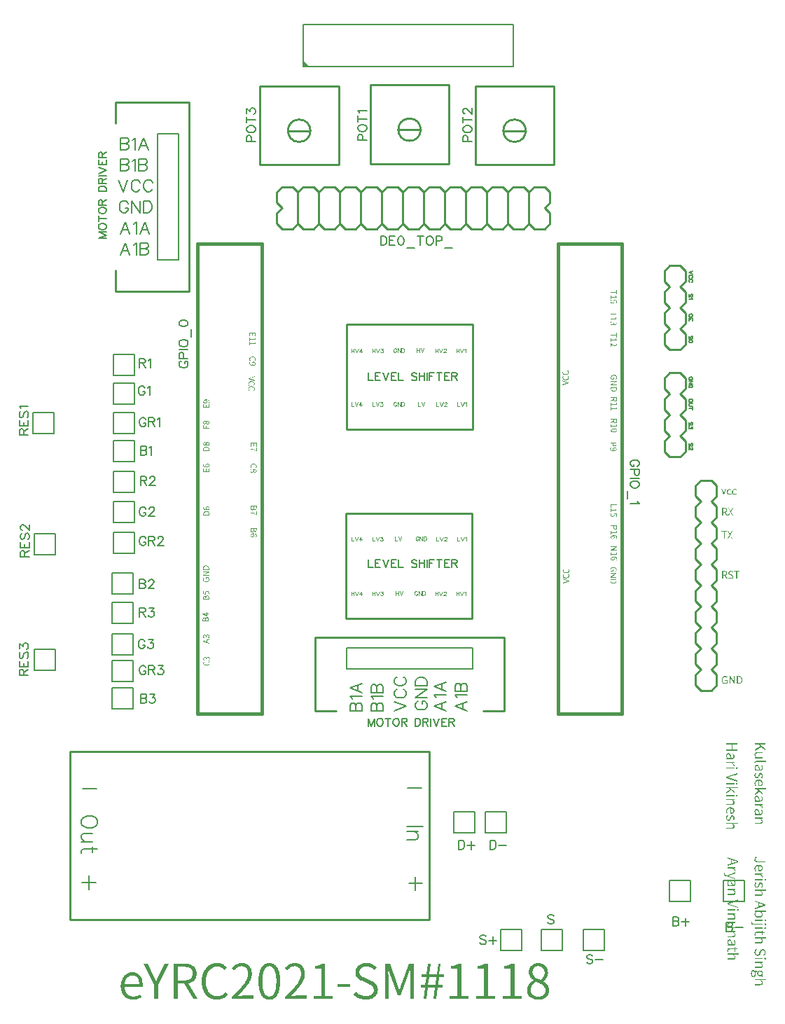
<source format=gto>
G04 Layer: TopSilkLayer*
G04 EasyEDA v6.4.25, 2021-12-29T00:34:57+05:30*
G04 e214cb0dc0844b289ac3543a97dd1b39,71774f05ae434452a44acbc4d9ae3e3b,10*
G04 Gerber Generator version 0.2*
G04 Scale: 100 percent, Rotated: No, Reflected: No *
G04 Dimensions in millimeters *
G04 leading zeros omitted , absolute positions ,4 integer and 5 decimal *
%FSLAX45Y45*%
%MOMM*%

%ADD10C,0.2540*%
%ADD29C,0.3871*%
%ADD30C,0.2032*%
%ADD31C,0.2030*%
%ADD32C,0.1524*%
%ADD33C,0.1000*%
%ADD35C,0.2000*%

%LPD*%
G36*
X4854702Y625856D02*
G01*
X4847640Y625703D01*
X4840681Y625297D01*
X4833874Y624636D01*
X4827219Y623722D01*
X4820716Y622554D01*
X4814316Y621131D01*
X4808067Y619455D01*
X4796129Y615391D01*
X4790440Y613054D01*
X4784902Y610463D01*
X4779518Y607618D01*
X4774387Y604621D01*
X4769459Y601421D01*
X4764684Y597966D01*
X4760163Y594360D01*
X4755896Y590550D01*
X4747971Y582371D01*
X4744364Y578053D01*
X4741062Y573532D01*
X4737963Y568807D01*
X4735118Y563981D01*
X4732578Y559003D01*
X4730292Y553821D01*
X4728311Y548538D01*
X4726584Y543102D01*
X4725162Y537565D01*
X4724095Y531876D01*
X4723282Y526084D01*
X4722774Y520141D01*
X4722622Y514096D01*
X4722876Y506476D01*
X4723587Y499160D01*
X4724704Y492201D01*
X4726330Y485546D01*
X4728260Y479196D01*
X4730648Y473151D01*
X4733340Y467410D01*
X4736338Y461924D01*
X4739690Y456742D01*
X4743297Y451815D01*
X4747158Y447141D01*
X4751222Y442671D01*
X4760010Y434543D01*
X4769408Y427228D01*
X4779314Y420776D01*
X4789424Y414985D01*
X4799634Y409905D01*
X4889195Y369925D01*
X4900168Y364490D01*
X4910226Y358749D01*
X4914900Y355701D01*
X4919268Y352450D01*
X4923383Y349046D01*
X4927193Y345440D01*
X4930648Y341579D01*
X4933797Y337464D01*
X4936540Y333095D01*
X4938928Y328371D01*
X4940960Y323342D01*
X4942535Y317906D01*
X4943652Y312115D01*
X4944364Y305866D01*
X4944618Y299212D01*
X4944414Y293776D01*
X4943906Y288544D01*
X4942992Y283413D01*
X4941722Y278485D01*
X4940096Y273761D01*
X4938166Y269189D01*
X4935880Y264769D01*
X4933238Y260604D01*
X4930292Y256590D01*
X4927041Y252831D01*
X4923434Y249224D01*
X4919522Y245922D01*
X4915357Y242773D01*
X4910836Y239928D01*
X4906060Y237286D01*
X4900980Y234899D01*
X4895596Y232765D01*
X4889957Y230886D01*
X4884064Y229260D01*
X4877866Y227939D01*
X4871466Y226923D01*
X4864760Y226161D01*
X4857800Y225704D01*
X4850638Y225552D01*
X4843780Y225704D01*
X4837023Y226161D01*
X4830267Y226923D01*
X4823612Y227990D01*
X4816957Y229362D01*
X4810455Y230987D01*
X4804003Y232917D01*
X4797602Y235102D01*
X4791354Y237540D01*
X4785156Y240233D01*
X4779111Y243179D01*
X4773168Y246379D01*
X4761687Y253492D01*
X4756150Y257352D01*
X4750714Y261467D01*
X4740402Y270306D01*
X4730750Y279908D01*
X4701540Y246634D01*
X4709668Y238455D01*
X4718151Y230784D01*
X4727092Y223570D01*
X4736439Y216865D01*
X4746142Y210718D01*
X4756251Y205130D01*
X4766767Y200101D01*
X4777587Y195681D01*
X4788814Y191820D01*
X4800346Y188671D01*
X4812233Y186182D01*
X4824476Y184353D01*
X4837023Y183235D01*
X4849876Y182880D01*
X4857140Y182981D01*
X4864303Y183337D01*
X4878070Y184759D01*
X4891227Y187096D01*
X4903673Y190246D01*
X4909616Y192125D01*
X4920996Y196545D01*
X4926431Y198983D01*
X4936693Y204520D01*
X4941570Y207517D01*
X4950663Y214071D01*
X4958943Y221234D01*
X4966411Y229057D01*
X4973015Y237388D01*
X4976012Y241757D01*
X4981295Y250901D01*
X4985664Y260502D01*
X4987544Y265430D01*
X4990490Y275691D01*
X4992522Y286258D01*
X4993132Y291693D01*
X4993640Y302768D01*
X4993487Y309422D01*
X4993030Y315874D01*
X4992319Y322021D01*
X4991303Y327964D01*
X4990033Y333654D01*
X4988458Y339140D01*
X4986680Y344373D01*
X4984648Y349402D01*
X4982362Y354279D01*
X4979873Y358902D01*
X4977130Y363372D01*
X4974183Y367639D01*
X4967681Y375615D01*
X4960467Y383032D01*
X4952542Y389788D01*
X4944008Y396087D01*
X4934915Y401878D01*
X4925364Y407263D01*
X4915357Y412292D01*
X4904994Y417068D01*
X4833061Y447751D01*
X4823002Y452374D01*
X4813147Y457403D01*
X4803749Y463042D01*
X4799279Y466140D01*
X4795062Y469442D01*
X4791049Y472948D01*
X4787341Y476707D01*
X4783937Y480720D01*
X4780889Y484987D01*
X4778197Y489610D01*
X4775911Y494487D01*
X4774082Y499719D01*
X4772761Y505358D01*
X4771948Y511301D01*
X4771644Y517651D01*
X4771898Y523595D01*
X4772609Y529285D01*
X4773828Y534771D01*
X4775504Y539953D01*
X4777638Y544931D01*
X4780178Y549605D01*
X4783175Y554024D01*
X4786528Y558190D01*
X4790338Y562000D01*
X4794504Y565556D01*
X4799076Y568807D01*
X4803952Y571754D01*
X4809236Y574344D01*
X4814824Y576681D01*
X4820716Y578612D01*
X4826965Y580237D01*
X4833467Y581507D01*
X4840274Y582422D01*
X4847336Y582980D01*
X4854702Y583184D01*
X4862271Y582980D01*
X4869586Y582472D01*
X4876749Y581558D01*
X4883658Y580339D01*
X4890414Y578764D01*
X4896967Y576884D01*
X4903317Y574649D01*
X4909515Y572160D01*
X4915509Y569366D01*
X4921351Y566267D01*
X4927041Y562914D01*
X4932578Y559308D01*
X4943195Y551281D01*
X4948275Y546912D01*
X4953254Y542290D01*
X4979162Y573278D01*
X4971542Y580745D01*
X4963363Y587857D01*
X4954625Y594461D01*
X4945329Y600557D01*
X4935524Y606145D01*
X4925212Y611073D01*
X4919878Y613359D01*
X4908905Y617321D01*
X4897526Y620623D01*
X4885740Y623112D01*
X4873599Y624840D01*
X4861052Y625754D01*
G37*
G36*
X3990086Y625856D02*
G01*
X3977081Y625348D01*
X3964736Y623824D01*
X3958793Y622706D01*
X3947312Y619760D01*
X3936390Y615899D01*
X3925874Y611225D01*
X3915816Y605739D01*
X3906113Y599490D01*
X3896715Y592531D01*
X3887622Y584860D01*
X3878681Y576630D01*
X3865626Y563118D01*
X3893565Y536448D01*
X3898239Y541731D01*
X3908094Y551688D01*
X3918458Y560832D01*
X3929379Y568909D01*
X3935069Y572516D01*
X3940860Y575767D01*
X3946753Y578662D01*
X3952798Y581202D01*
X3958945Y583285D01*
X3965244Y585012D01*
X3971645Y586232D01*
X3978148Y586994D01*
X3984751Y587248D01*
X3991559Y587044D01*
X3998061Y586486D01*
X4004208Y585520D01*
X4010101Y584200D01*
X4015638Y582523D01*
X4020921Y580491D01*
X4025900Y578154D01*
X4030522Y575513D01*
X4034891Y572516D01*
X4039006Y569264D01*
X4042765Y565708D01*
X4046270Y561898D01*
X4049471Y557834D01*
X4052366Y553516D01*
X4054957Y548944D01*
X4057345Y544118D01*
X4059377Y539089D01*
X4061155Y533908D01*
X4063898Y522884D01*
X4064812Y517093D01*
X4065473Y511149D01*
X4065879Y505053D01*
X4065981Y494893D01*
X4065524Y486816D01*
X4064558Y478688D01*
X4063136Y470408D01*
X4061256Y462076D01*
X4058869Y453593D01*
X4056024Y444957D01*
X4052671Y436219D01*
X4048810Y427380D01*
X4044442Y418338D01*
X4039615Y409194D01*
X4034231Y399897D01*
X4028338Y390398D01*
X4021937Y380746D01*
X4015028Y370941D01*
X4007612Y360984D01*
X3999636Y350824D01*
X3991101Y340461D01*
X3982059Y329946D01*
X3962349Y308254D01*
X3940403Y285750D01*
X3916222Y262382D01*
X3889756Y238048D01*
X3868420Y219202D01*
X3868420Y190500D01*
X4133087Y190500D01*
X4133087Y231394D01*
X4004919Y231343D01*
X3981805Y230733D01*
X3963822Y229768D01*
X3940301Y227838D01*
X3963771Y250342D01*
X3985869Y272491D01*
X3996385Y283464D01*
X4016197Y305206D01*
X4025544Y315925D01*
X4034434Y326593D01*
X4042918Y337210D01*
X4050995Y347776D01*
X4058615Y358292D01*
X4065778Y368706D01*
X4072483Y379120D01*
X4078681Y389432D01*
X4084421Y399745D01*
X4089654Y409956D01*
X4094429Y420166D01*
X4098645Y430326D01*
X4102303Y440435D01*
X4105452Y450545D01*
X4108043Y460603D01*
X4110126Y470662D01*
X4111599Y480669D01*
X4112463Y490677D01*
X4112768Y500634D01*
X4112361Y513029D01*
X4111040Y524916D01*
X4110126Y530656D01*
X4107586Y541731D01*
X4104284Y552246D01*
X4100169Y562152D01*
X4097832Y566877D01*
X4092600Y575818D01*
X4086606Y584098D01*
X4083354Y588010D01*
X4076293Y595274D01*
X4068521Y601827D01*
X4064406Y604824D01*
X4055668Y610260D01*
X4051046Y612698D01*
X4041292Y616966D01*
X4036212Y618794D01*
X4025544Y621842D01*
X4014317Y624078D01*
X4002481Y625398D01*
X3996334Y625754D01*
G37*
G36*
X3682237Y625856D02*
G01*
X3672281Y625500D01*
X3662679Y624382D01*
X3653383Y622503D01*
X3644442Y619861D01*
X3635857Y616508D01*
X3627628Y612394D01*
X3619703Y607517D01*
X3612235Y601878D01*
X3605123Y595426D01*
X3598367Y588264D01*
X3592068Y580339D01*
X3586175Y571652D01*
X3580688Y562152D01*
X3575608Y551891D01*
X3570986Y540867D01*
X3566820Y529031D01*
X3563112Y516432D01*
X3559860Y503072D01*
X3557117Y488899D01*
X3554780Y473913D01*
X3553002Y458165D01*
X3551732Y441655D01*
X3550920Y424281D01*
X3550665Y406146D01*
X3596894Y406146D01*
X3597148Y424383D01*
X3597910Y441604D01*
X3599179Y457758D01*
X3600907Y472948D01*
X3603091Y487172D01*
X3605733Y500380D01*
X3608781Y512622D01*
X3612286Y523900D01*
X3616198Y534212D01*
X3620515Y543560D01*
X3625189Y551992D01*
X3630269Y559511D01*
X3635654Y566064D01*
X3641394Y571754D01*
X3647490Y576529D01*
X3653840Y580390D01*
X3660546Y583438D01*
X3667506Y585571D01*
X3674719Y586841D01*
X3682237Y587248D01*
X3690416Y586740D01*
X3694379Y586079D01*
X3698290Y585165D01*
X3705860Y582523D01*
X3713022Y578815D01*
X3716477Y576529D01*
X3719829Y573989D01*
X3723132Y571144D01*
X3729329Y564692D01*
X3735171Y557072D01*
X3737914Y552856D01*
X3743045Y543560D01*
X3747719Y533095D01*
X3751935Y521462D01*
X3755644Y508660D01*
X3758844Y494639D01*
X3761486Y479399D01*
X3763568Y462940D01*
X3765092Y445262D01*
X3766007Y426313D01*
X3766312Y406146D01*
X3766058Y387553D01*
X3765296Y369976D01*
X3764076Y353466D01*
X3762349Y337972D01*
X3760215Y323494D01*
X3757625Y310032D01*
X3754577Y297535D01*
X3751122Y286054D01*
X3747262Y275539D01*
X3743045Y265988D01*
X3738422Y257403D01*
X3733444Y249783D01*
X3730853Y246278D01*
X3725316Y240029D01*
X3719525Y234746D01*
X3713378Y230327D01*
X3706926Y226821D01*
X3700221Y224180D01*
X3693210Y222453D01*
X3689604Y221894D01*
X3682237Y221488D01*
X3674719Y221894D01*
X3667506Y223215D01*
X3664000Y224180D01*
X3657142Y226821D01*
X3653840Y228447D01*
X3647490Y232410D01*
X3641394Y237286D01*
X3635654Y243078D01*
X3632911Y246278D01*
X3627678Y253492D01*
X3622801Y261569D01*
X3618331Y270662D01*
X3614216Y280670D01*
X3610508Y291693D01*
X3607206Y303682D01*
X3604361Y316636D01*
X3601923Y330606D01*
X3599992Y345592D01*
X3598468Y361594D01*
X3597452Y378663D01*
X3596944Y396697D01*
X3596894Y406146D01*
X3550665Y406146D01*
X3550869Y389229D01*
X3551580Y372973D01*
X3552647Y357378D01*
X3554222Y342493D01*
X3556152Y328269D01*
X3558540Y314655D01*
X3561283Y301802D01*
X3564483Y289560D01*
X3568039Y277977D01*
X3572001Y267106D01*
X3576370Y256844D01*
X3581095Y247294D01*
X3586175Y238404D01*
X3591610Y230174D01*
X3597401Y222605D01*
X3603548Y215696D01*
X3610000Y209448D01*
X3616807Y203860D01*
X3623919Y198932D01*
X3631387Y194665D01*
X3639108Y191058D01*
X3647186Y188112D01*
X3655517Y185826D01*
X3664153Y184200D01*
X3673043Y183184D01*
X3682237Y182880D01*
X3691331Y183184D01*
X3700170Y184200D01*
X3708704Y185826D01*
X3716985Y188112D01*
X3724960Y191058D01*
X3732631Y194665D01*
X3739997Y198932D01*
X3747058Y203860D01*
X3753764Y209448D01*
X3760215Y215696D01*
X3766261Y222605D01*
X3772001Y230174D01*
X3777386Y238404D01*
X3782415Y247294D01*
X3787089Y256844D01*
X3791407Y267106D01*
X3795318Y277977D01*
X3798874Y289560D01*
X3802024Y301802D01*
X3804767Y314655D01*
X3807104Y328269D01*
X3809034Y342493D01*
X3810558Y357378D01*
X3811676Y372973D01*
X3812336Y389229D01*
X3812540Y406146D01*
X3812286Y424230D01*
X3811524Y441502D01*
X3810203Y458012D01*
X3808425Y473760D01*
X3806190Y488696D01*
X3803446Y502818D01*
X3800195Y516229D01*
X3796537Y528828D01*
X3792423Y540613D01*
X3787851Y551688D01*
X3782822Y561949D01*
X3777386Y571449D01*
X3771544Y580186D01*
X3765296Y588111D01*
X3758641Y595325D01*
X3751579Y601726D01*
X3744163Y607415D01*
X3736340Y612292D01*
X3728212Y616458D01*
X3719677Y619861D01*
X3710787Y622503D01*
X3701592Y624332D01*
X3692093Y625500D01*
G37*
G36*
X3348482Y625856D02*
G01*
X3335528Y625348D01*
X3323234Y623824D01*
X3317290Y622706D01*
X3305810Y619760D01*
X3294887Y615899D01*
X3284372Y611225D01*
X3274314Y605739D01*
X3264560Y599490D01*
X3255162Y592531D01*
X3246018Y584860D01*
X3237128Y576630D01*
X3224022Y563118D01*
X3252215Y536448D01*
X3261664Y546811D01*
X3266592Y551688D01*
X3276955Y560832D01*
X3282340Y564997D01*
X3287877Y568909D01*
X3293516Y572516D01*
X3299307Y575767D01*
X3305251Y578662D01*
X3311296Y581202D01*
X3317494Y583285D01*
X3323793Y585012D01*
X3330194Y586232D01*
X3336747Y586994D01*
X3343401Y587248D01*
X3350158Y587044D01*
X3356610Y586486D01*
X3362756Y585520D01*
X3368649Y584200D01*
X3374186Y582523D01*
X3379419Y580491D01*
X3384346Y578154D01*
X3389020Y575513D01*
X3393389Y572516D01*
X3397453Y569264D01*
X3401212Y565708D01*
X3404666Y561898D01*
X3407867Y557834D01*
X3410762Y553516D01*
X3413404Y548944D01*
X3415741Y544118D01*
X3417773Y539089D01*
X3419551Y533908D01*
X3421075Y528472D01*
X3422294Y522884D01*
X3423208Y517093D01*
X3423869Y511149D01*
X3424275Y505053D01*
X3424377Y494893D01*
X3423920Y486816D01*
X3422954Y478688D01*
X3421532Y470408D01*
X3419652Y462076D01*
X3417265Y453593D01*
X3414420Y444957D01*
X3411067Y436219D01*
X3407206Y427380D01*
X3402888Y418338D01*
X3398012Y409194D01*
X3392627Y399897D01*
X3386785Y390398D01*
X3380384Y380746D01*
X3373475Y370941D01*
X3366058Y360984D01*
X3358083Y350824D01*
X3349548Y340461D01*
X3330956Y319227D01*
X3320846Y308254D01*
X3298901Y285750D01*
X3274771Y262382D01*
X3248355Y238048D01*
X3227070Y219202D01*
X3227070Y190500D01*
X3491737Y190500D01*
X3491737Y231394D01*
X3363569Y231343D01*
X3340455Y230733D01*
X3322472Y229768D01*
X3298951Y227838D01*
X3322421Y250342D01*
X3344519Y272491D01*
X3365093Y294386D01*
X3384143Y315925D01*
X3393033Y326593D01*
X3401517Y337210D01*
X3409543Y347776D01*
X3417163Y358292D01*
X3424326Y368706D01*
X3430981Y379120D01*
X3437178Y389432D01*
X3442919Y399745D01*
X3448151Y409956D01*
X3452876Y420166D01*
X3457041Y430326D01*
X3460750Y440435D01*
X3463899Y450545D01*
X3466490Y460603D01*
X3468522Y470662D01*
X3469995Y480669D01*
X3470859Y490677D01*
X3471164Y500634D01*
X3470757Y513029D01*
X3469436Y524916D01*
X3468522Y530656D01*
X3465982Y541731D01*
X3462680Y552246D01*
X3458565Y562152D01*
X3456228Y566877D01*
X3450996Y575818D01*
X3445001Y584098D01*
X3441750Y588010D01*
X3434689Y595274D01*
X3426917Y601827D01*
X3422802Y604824D01*
X3414064Y610260D01*
X3409442Y612698D01*
X3399688Y616966D01*
X3394608Y618794D01*
X3383940Y621842D01*
X3372713Y624078D01*
X3360877Y625398D01*
X3354730Y625754D01*
G37*
G36*
X3052318Y625856D02*
G01*
X3040888Y625551D01*
X3029661Y624586D01*
X3018637Y623011D01*
X3007969Y620776D01*
X2997504Y617982D01*
X2987344Y614527D01*
X2977489Y610514D01*
X2967939Y605942D01*
X2958744Y600760D01*
X2949854Y595020D01*
X2941370Y588721D01*
X2933242Y581863D01*
X2925470Y574497D01*
X2918104Y566572D01*
X2911144Y558088D01*
X2904642Y549148D01*
X2898597Y539648D01*
X2892958Y529691D01*
X2887827Y519226D01*
X2883154Y508254D01*
X2878988Y496824D01*
X2875330Y484936D01*
X2872181Y472592D01*
X2869590Y459841D01*
X2867558Y446582D01*
X2866085Y432917D01*
X2865170Y418846D01*
X2864866Y404368D01*
X2865170Y389737D01*
X2866034Y375564D01*
X2867507Y361797D01*
X2869488Y348488D01*
X2872079Y335686D01*
X2875127Y323291D01*
X2878734Y311353D01*
X2882849Y299923D01*
X2887421Y288950D01*
X2892501Y278485D01*
X2897987Y268528D01*
X2903982Y259079D01*
X2910382Y250139D01*
X2917190Y241706D01*
X2924403Y233832D01*
X2932023Y226466D01*
X2939999Y219659D01*
X2948381Y213410D01*
X2957068Y207721D01*
X2966110Y202590D01*
X2975457Y198018D01*
X2985109Y194056D01*
X2995066Y190652D01*
X3005328Y187909D01*
X3015792Y185724D01*
X3026562Y184150D01*
X3037535Y183184D01*
X3048762Y182880D01*
X3055620Y182981D01*
X3068980Y183896D01*
X3081731Y185724D01*
X3087928Y186944D01*
X3099866Y190042D01*
X3111347Y194056D01*
X3122269Y198831D01*
X3132785Y204470D01*
X3142843Y210921D01*
X3152495Y218135D01*
X3161741Y226110D01*
X3170580Y234848D01*
X3179064Y244348D01*
X3152394Y274574D01*
X3143808Y265531D01*
X3135020Y257403D01*
X3125927Y250088D01*
X3116529Y243687D01*
X3106826Y238252D01*
X3101797Y235864D01*
X3096666Y233730D01*
X3086049Y230174D01*
X3075025Y227634D01*
X3069285Y226720D01*
X3063443Y226060D01*
X3051302Y225552D01*
X3040024Y225958D01*
X3029153Y227279D01*
X3023870Y228193D01*
X3013659Y230733D01*
X3008680Y232257D01*
X2999079Y236016D01*
X2989935Y240487D01*
X2981248Y245770D01*
X2973019Y251764D01*
X2965297Y258521D01*
X2961589Y262128D01*
X2954629Y269951D01*
X2948127Y278485D01*
X2942234Y287629D01*
X2936798Y297484D01*
X2931972Y307949D01*
X2927654Y319074D01*
X2923946Y330758D01*
X2920847Y343103D01*
X2918307Y355955D01*
X2916428Y369417D01*
X2915107Y383387D01*
X2914497Y397916D01*
X2914497Y412800D01*
X2915158Y427278D01*
X2916478Y441198D01*
X2918460Y454558D01*
X2921101Y467359D01*
X2924302Y479551D01*
X2928162Y491185D01*
X2932531Y502158D01*
X2937560Y512521D01*
X2943098Y522224D01*
X2949143Y531266D01*
X2955747Y539648D01*
X2962910Y547319D01*
X2970479Y554278D01*
X2978607Y560578D01*
X2987141Y566064D01*
X2996133Y570890D01*
X3005582Y574903D01*
X3015488Y578154D01*
X3025749Y580593D01*
X3036366Y582269D01*
X3047441Y583082D01*
X3053080Y583184D01*
X3059988Y582980D01*
X3066694Y582422D01*
X3073247Y581507D01*
X3079597Y580237D01*
X3085744Y578612D01*
X3091688Y576681D01*
X3097479Y574446D01*
X3103118Y571855D01*
X3108553Y569061D01*
X3113836Y565962D01*
X3118916Y562559D01*
X3128518Y555142D01*
X3137509Y546760D01*
X3141726Y542290D01*
X3168650Y573786D01*
X3160826Y581761D01*
X3152089Y589534D01*
X3147415Y593293D01*
X3137357Y600405D01*
X3132074Y603758D01*
X3126536Y606907D01*
X3114802Y612698D01*
X3108655Y615289D01*
X3102305Y617626D01*
X3095752Y619709D01*
X3088995Y621487D01*
X3082036Y623011D01*
X3074924Y624230D01*
X3067558Y625144D01*
X3060039Y625652D01*
G37*
G36*
X6934962Y624586D02*
G01*
X6922922Y624078D01*
X6917029Y623468D01*
X6905650Y621436D01*
X6900113Y620115D01*
X6894728Y618540D01*
X6884314Y614680D01*
X6879336Y612444D01*
X6869887Y607314D01*
X6865366Y604418D01*
X6856933Y598068D01*
X6849160Y590905D01*
X6845604Y587095D01*
X6839102Y578866D01*
X6836156Y574497D01*
X6833463Y569976D01*
X6828688Y560374D01*
X6826707Y555396D01*
X6824929Y550214D01*
X6823405Y544931D01*
X6821170Y533908D01*
X6820458Y528167D01*
X6820052Y522325D01*
X6819900Y516382D01*
X6863842Y516382D01*
X6864045Y522681D01*
X6864705Y528777D01*
X6865772Y534619D01*
X6867245Y540258D01*
X6869125Y545592D01*
X6871360Y550722D01*
X6873951Y555548D01*
X6876897Y560120D01*
X6880199Y564388D01*
X6883806Y568350D01*
X6887718Y571957D01*
X6891934Y575259D01*
X6896404Y578205D01*
X6901180Y580796D01*
X6906158Y583031D01*
X6911390Y584860D01*
X6916877Y586333D01*
X6922516Y587400D01*
X6928408Y588060D01*
X6934453Y588264D01*
X6941464Y588010D01*
X6948170Y587248D01*
X6954570Y585978D01*
X6960616Y584200D01*
X6966407Y582015D01*
X6971792Y579424D01*
X6976872Y576376D01*
X6981647Y572973D01*
X6986016Y569214D01*
X6990080Y565099D01*
X6993788Y560628D01*
X6997090Y555904D01*
X7000036Y550875D01*
X7002627Y545592D01*
X7004812Y540054D01*
X7006640Y534314D01*
X7008063Y528370D01*
X7009079Y522224D01*
X7009688Y515924D01*
X7009892Y509524D01*
X7009688Y503428D01*
X7009130Y497332D01*
X7008164Y491337D01*
X7006844Y485393D01*
X7005116Y479551D01*
X7003084Y473760D01*
X7000646Y468020D01*
X6997852Y462432D01*
X6994702Y456844D01*
X6991248Y451408D01*
X6987387Y446024D01*
X6983222Y440740D01*
X6978700Y435559D01*
X6973824Y430479D01*
X6968642Y425500D01*
X6963156Y420624D01*
X6950456Y425653D01*
X6938060Y430885D01*
X6926122Y436473D01*
X6914692Y442468D01*
X6904075Y448919D01*
X6894372Y456031D01*
X6889902Y459841D01*
X6885686Y463804D01*
X6881825Y467969D01*
X6878269Y472389D01*
X6875018Y476961D01*
X6872173Y481787D01*
X6869734Y486918D01*
X6867652Y492251D01*
X6866026Y497840D01*
X6864807Y503732D01*
X6864096Y509879D01*
X6863842Y516382D01*
X6819900Y516382D01*
X6820103Y509727D01*
X6820662Y503275D01*
X6821627Y497027D01*
X6822948Y490931D01*
X6824573Y485038D01*
X6826554Y479348D01*
X6828790Y473862D01*
X6831380Y468528D01*
X6834174Y463397D01*
X6837222Y458419D01*
X6844030Y449021D01*
X6847738Y444550D01*
X6855714Y436219D01*
X6864197Y428548D01*
X6873189Y421589D01*
X6877812Y418338D01*
X6877812Y416051D01*
X6868007Y410362D01*
X6858355Y403910D01*
X6853580Y400405D01*
X6844284Y392734D01*
X6835444Y384302D01*
X6827215Y375107D01*
X6819747Y365150D01*
X6816344Y359867D01*
X6813143Y354380D01*
X6810248Y348742D01*
X6807606Y342900D01*
X6805218Y336905D01*
X6803186Y330708D01*
X6801459Y324307D01*
X6800138Y317754D01*
X6799122Y310997D01*
X6798513Y304038D01*
X6798404Y300228D01*
X6841490Y300228D01*
X6841693Y306578D01*
X6842252Y312775D01*
X6843166Y318922D01*
X6844436Y324866D01*
X6846062Y330708D01*
X6847992Y336448D01*
X6850278Y342036D01*
X6852869Y347472D01*
X6855714Y352806D01*
X6858863Y357936D01*
X6862267Y362966D01*
X6865975Y367842D01*
X6869887Y372516D01*
X6874052Y377088D01*
X6883095Y385673D01*
X6887870Y389737D01*
X6898081Y397306D01*
X6903466Y400812D01*
X6929475Y390093D01*
X6941870Y384657D01*
X6953758Y379069D01*
X6964984Y373176D01*
X6975449Y366979D01*
X6985152Y360273D01*
X6989622Y356768D01*
X6993839Y353110D01*
X6997801Y349300D01*
X7001509Y345287D01*
X7004862Y341122D01*
X7007961Y336804D01*
X7010755Y332232D01*
X7013194Y327456D01*
X7015327Y322478D01*
X7017105Y317296D01*
X7018477Y311810D01*
X7019493Y306120D01*
X7020102Y300126D01*
X7020306Y293878D01*
X7020102Y288544D01*
X7019594Y283311D01*
X7018731Y278231D01*
X7017512Y273304D01*
X7015988Y268528D01*
X7014108Y263855D01*
X7011924Y259435D01*
X7009434Y255117D01*
X7006691Y251053D01*
X7003592Y247142D01*
X7000240Y243433D01*
X6996633Y239979D01*
X6992721Y236728D01*
X6988556Y233679D01*
X6984187Y230936D01*
X6979513Y228396D01*
X6974636Y226161D01*
X6969506Y224129D01*
X6964172Y222453D01*
X6958634Y221030D01*
X6952894Y219913D01*
X6946900Y219100D01*
X6940803Y218592D01*
X6934453Y218440D01*
X6927900Y218643D01*
X6921449Y219151D01*
X6915200Y220014D01*
X6909155Y221234D01*
X6903212Y222808D01*
X6897522Y224637D01*
X6892036Y226821D01*
X6886752Y229260D01*
X6881723Y232003D01*
X6876897Y235000D01*
X6872376Y238302D01*
X6868058Y241808D01*
X6864045Y245567D01*
X6860336Y249580D01*
X6856882Y253796D01*
X6853783Y258267D01*
X6850989Y262890D01*
X6848551Y267716D01*
X6846417Y272745D01*
X6844690Y277926D01*
X6843318Y283311D01*
X6842302Y288798D01*
X6841693Y294436D01*
X6841490Y300228D01*
X6798404Y300228D01*
X6798462Y291490D01*
X6798818Y286105D01*
X6799478Y280822D01*
X6801510Y270510D01*
X6802881Y265531D01*
X6804507Y260654D01*
X6808470Y251256D01*
X6810756Y246684D01*
X6816039Y237998D01*
X6822135Y229819D01*
X6829044Y222199D01*
X6832752Y218592D01*
X6840778Y211836D01*
X6849516Y205740D01*
X6858965Y200253D01*
X6863892Y197764D01*
X6874256Y193344D01*
X6885178Y189687D01*
X6896658Y186740D01*
X6908647Y184607D01*
X6914794Y183845D01*
X6927443Y182981D01*
X6941261Y183032D01*
X6948424Y183438D01*
X6962241Y185064D01*
X6968896Y186283D01*
X6975348Y187756D01*
X6987743Y191414D01*
X6993686Y193598D01*
X6999427Y195986D01*
X7010247Y201472D01*
X7015378Y204520D01*
X7024928Y211175D01*
X7029399Y214833D01*
X7033615Y218643D01*
X7037578Y222605D01*
X7041337Y226771D01*
X7044842Y231038D01*
X7051040Y240131D01*
X7053783Y244856D01*
X7056272Y249732D01*
X7058456Y254762D01*
X7062012Y265125D01*
X7063333Y270510D01*
X7064400Y275945D01*
X7065162Y281482D01*
X7065619Y287121D01*
X7065772Y292862D01*
X7065568Y299974D01*
X7065060Y306882D01*
X7064197Y313486D01*
X7062978Y319836D01*
X7061504Y325983D01*
X7059726Y331876D01*
X7057644Y337515D01*
X7055307Y342950D01*
X7052716Y348183D01*
X7046823Y357987D01*
X7043572Y362610D01*
X7036511Y371246D01*
X7028738Y379171D01*
X7020458Y386435D01*
X7011720Y393141D01*
X7002627Y399237D01*
X6993381Y404876D01*
X6993381Y407924D01*
X7001103Y414426D01*
X7009079Y421995D01*
X7017003Y430580D01*
X7024624Y440080D01*
X7031786Y450443D01*
X7035088Y455879D01*
X7040981Y467309D01*
X7043521Y473303D01*
X7045756Y479399D01*
X7047687Y485648D01*
X7049211Y491998D01*
X7050328Y498500D01*
X7051040Y505104D01*
X7051294Y511809D01*
X7050786Y523900D01*
X7049262Y535482D01*
X7048144Y541070D01*
X7046772Y546557D01*
X7043318Y557072D01*
X7041235Y562102D01*
X7038898Y567029D01*
X7036358Y571754D01*
X7030567Y580694D01*
X7027367Y584911D01*
X7020255Y592785D01*
X7016394Y596442D01*
X7012330Y599897D01*
X7008063Y603148D01*
X7003592Y606196D01*
X6994042Y611632D01*
X6988962Y614019D01*
X6983679Y616204D01*
X6972553Y619810D01*
X6960768Y622452D01*
X6954570Y623366D01*
X6948220Y624027D01*
X6941667Y624433D01*
G37*
G36*
X6610096Y618236D02*
G01*
X6601561Y613359D01*
X6592468Y608888D01*
X6582765Y604774D01*
X6572453Y600964D01*
X6561429Y597509D01*
X6549644Y594360D01*
X6537096Y591566D01*
X6523735Y589026D01*
X6523735Y558038D01*
X6599174Y558038D01*
X6599174Y230124D01*
X6503162Y230124D01*
X6503162Y190500D01*
X6733540Y190500D01*
X6733540Y230124D01*
X6646418Y230124D01*
X6646418Y618236D01*
G37*
G36*
X6289548Y618236D02*
G01*
X6280912Y613359D01*
X6271768Y608888D01*
X6262014Y604774D01*
X6251651Y600964D01*
X6240627Y597509D01*
X6228842Y594360D01*
X6216294Y591566D01*
X6202934Y589026D01*
X6202934Y558038D01*
X6278372Y558038D01*
X6278372Y230124D01*
X6182614Y230124D01*
X6182614Y190500D01*
X6412738Y190500D01*
X6412738Y230124D01*
X6325616Y230124D01*
X6325616Y618236D01*
G37*
G36*
X5968746Y618236D02*
G01*
X5960110Y613359D01*
X5950966Y608888D01*
X5941212Y604774D01*
X5930849Y600964D01*
X5919825Y597509D01*
X5908040Y594360D01*
X5895492Y591566D01*
X5882132Y589026D01*
X5882132Y558038D01*
X5957570Y558038D01*
X5957570Y230124D01*
X5861812Y230124D01*
X5861812Y190500D01*
X6091936Y190500D01*
X6091936Y230124D01*
X6004814Y230124D01*
X6004814Y618236D01*
G37*
G36*
X5078984Y618236D02*
G01*
X5078984Y190500D01*
X5122672Y190500D01*
X5122570Y448919D01*
X5121910Y473303D01*
X5119624Y518668D01*
X5116830Y561594D01*
X5119370Y561594D01*
X5153152Y464566D01*
X5237226Y234188D01*
X5270500Y234188D01*
X5354066Y464566D01*
X5388102Y561594D01*
X5390388Y561594D01*
X5387340Y512165D01*
X5385358Y473303D01*
X5384647Y448919D01*
X5384546Y190500D01*
X5429504Y190500D01*
X5429504Y618236D01*
X5369814Y618236D01*
X5286248Y384556D01*
X5269839Y333146D01*
X5256530Y293370D01*
X5253736Y293370D01*
X5224678Y378866D01*
X5138674Y618236D01*
G37*
G36*
X4321810Y618236D02*
G01*
X4313275Y613359D01*
X4304182Y608888D01*
X4294479Y604774D01*
X4284167Y600964D01*
X4273143Y597509D01*
X4261358Y594360D01*
X4248810Y591566D01*
X4235450Y589026D01*
X4235450Y558038D01*
X4310634Y558038D01*
X4310634Y230124D01*
X4214876Y230124D01*
X4214876Y190500D01*
X4445000Y190500D01*
X4445000Y230124D01*
X4358132Y230124D01*
X4358132Y618236D01*
G37*
G36*
X2523744Y618236D02*
G01*
X2523744Y579120D01*
X2646934Y579120D01*
X2661259Y578815D01*
X2674620Y577799D01*
X2686964Y576072D01*
X2698343Y573582D01*
X2703626Y572058D01*
X2708706Y570331D01*
X2718003Y566216D01*
X2722321Y563880D01*
X2726334Y561289D01*
X2733548Y555447D01*
X2736748Y552145D01*
X2739694Y548640D01*
X2742336Y544931D01*
X2744774Y540918D01*
X2746857Y536702D01*
X2748737Y532180D01*
X2750261Y527456D01*
X2751582Y522427D01*
X2752598Y517143D01*
X2753309Y511556D01*
X2753715Y505714D01*
X2753868Y499618D01*
X2753715Y493572D01*
X2753309Y487781D01*
X2752598Y482193D01*
X2751582Y476859D01*
X2748737Y466801D01*
X2746857Y462127D01*
X2744774Y457708D01*
X2742336Y453491D01*
X2739694Y449478D01*
X2736748Y445668D01*
X2733548Y442112D01*
X2726334Y435660D01*
X2722321Y432765D01*
X2718003Y430072D01*
X2713482Y427634D01*
X2708706Y425399D01*
X2703626Y423367D01*
X2698343Y421538D01*
X2692806Y419963D01*
X2680919Y417423D01*
X2674620Y416458D01*
X2661259Y415188D01*
X2646934Y414782D01*
X2572258Y414782D01*
X2572258Y579120D01*
X2523744Y579120D01*
X2523744Y190500D01*
X2572258Y190500D01*
X2572258Y375158D01*
X2652268Y375158D01*
X2759202Y190500D01*
X2813558Y190500D01*
X2703068Y379730D01*
X2709418Y381254D01*
X2721660Y384962D01*
X2733192Y389432D01*
X2738678Y391922D01*
X2749092Y397611D01*
X2758694Y404063D01*
X2763164Y407619D01*
X2767431Y411378D01*
X2771495Y415340D01*
X2775305Y419455D01*
X2778912Y423824D01*
X2782265Y428396D01*
X2785364Y433171D01*
X2788259Y438150D01*
X2793238Y448767D01*
X2795320Y454406D01*
X2797149Y460197D01*
X2798724Y466242D01*
X2800045Y472490D01*
X2801061Y478942D01*
X2801772Y485648D01*
X2802229Y492506D01*
X2802280Y506069D01*
X2801366Y518414D01*
X2800604Y524256D01*
X2798419Y535330D01*
X2795371Y545592D01*
X2793542Y550468D01*
X2789326Y559612D01*
X2784348Y567994D01*
X2778556Y575665D01*
X2775458Y579221D01*
X2768650Y585825D01*
X2764942Y588924D01*
X2757170Y594512D01*
X2748686Y599490D01*
X2739593Y603808D01*
X2729941Y607517D01*
X2719730Y610666D01*
X2708960Y613257D01*
X2697683Y615238D01*
X2685897Y616712D01*
X2673705Y617677D01*
X2661056Y618185D01*
G37*
G36*
X2158492Y618236D02*
G01*
X2287016Y358140D01*
X2287016Y190500D01*
X2335022Y190500D01*
X2335022Y358140D01*
X2463546Y618236D01*
X2413762Y618236D01*
X2356104Y494284D01*
X2343150Y465124D01*
X2312924Y400812D01*
X2310384Y400812D01*
X2301798Y418693D01*
X2277973Y470916D01*
X2210054Y618236D01*
G37*
G36*
X5600192Y614172D02*
G01*
X5584952Y492506D01*
X5525262Y492506D01*
X5525262Y458724D01*
X5581396Y458724D01*
X5568442Y359410D01*
X5600700Y359410D01*
X5612892Y458724D01*
X5701792Y458724D01*
X5689346Y359410D01*
X5512562Y359410D01*
X5512562Y324866D01*
X5564378Y324866D01*
X5548122Y190500D01*
X5580126Y190500D01*
X5596636Y324866D01*
X5685282Y324866D01*
X5669534Y190500D01*
X5701792Y190500D01*
X5717540Y324866D01*
X5776976Y324866D01*
X5776976Y359410D01*
X5721604Y359410D01*
X5733796Y458724D01*
X5789930Y458724D01*
X5789930Y492506D01*
X5737352Y492506D01*
X5753100Y614172D01*
X5721604Y614172D01*
X5705856Y492506D01*
X5616956Y492506D01*
X5631688Y614172D01*
G37*
G36*
X2025904Y514096D02*
G01*
X2016048Y513689D01*
X2006295Y512521D01*
X1996693Y510590D01*
X1987194Y507949D01*
X1977948Y504545D01*
X1968906Y500430D01*
X1960118Y495604D01*
X1951634Y490067D01*
X1943506Y483920D01*
X1935734Y477062D01*
X1928418Y469544D01*
X1921510Y461416D01*
X1915109Y452678D01*
X1909216Y443280D01*
X1903882Y433324D01*
X1899107Y422808D01*
X1895043Y411734D01*
X1891588Y400050D01*
X1888845Y387858D01*
X1886565Y372872D01*
X1931924Y372872D01*
X1932736Y379730D01*
X1933803Y386334D01*
X1935124Y392734D01*
X1936699Y398932D01*
X1938528Y404926D01*
X1940560Y410718D01*
X1945284Y421538D01*
X1947976Y426618D01*
X1953920Y436067D01*
X1957120Y440435D01*
X1960575Y444601D01*
X1967839Y452120D01*
X1975713Y458622D01*
X1979828Y461518D01*
X1988464Y466496D01*
X1992934Y468579D01*
X2002129Y471932D01*
X2006854Y473201D01*
X2011680Y474218D01*
X2016556Y474929D01*
X2021433Y475335D01*
X2026412Y475488D01*
X2031847Y475335D01*
X2037130Y474929D01*
X2042261Y474268D01*
X2047189Y473303D01*
X2051964Y472084D01*
X2056587Y470611D01*
X2061006Y468884D01*
X2069287Y464616D01*
X2073148Y462076D01*
X2076856Y459282D01*
X2080361Y456234D01*
X2083663Y452882D01*
X2086762Y449326D01*
X2089708Y445516D01*
X2092401Y441401D01*
X2094890Y437083D01*
X2097227Y432460D01*
X2099310Y427634D01*
X2101189Y422554D01*
X2102866Y417220D01*
X2105609Y405739D01*
X2107438Y393344D01*
X2108352Y379933D01*
X2108454Y372872D01*
X1886565Y372872D01*
X1885594Y361950D01*
X1885188Y348234D01*
X1885594Y334314D01*
X1886813Y320954D01*
X1887677Y314502D01*
X1890064Y301955D01*
X1893112Y289966D01*
X1894890Y284175D01*
X1899005Y273100D01*
X1903780Y262585D01*
X1909165Y252628D01*
X1915160Y243332D01*
X1921713Y234645D01*
X1928825Y226618D01*
X1936445Y219202D01*
X1944573Y212445D01*
X1953158Y206349D01*
X1962150Y200914D01*
X1971548Y196189D01*
X1981301Y192176D01*
X1991410Y188874D01*
X1996592Y187452D01*
X2007209Y185216D01*
X2018030Y183743D01*
X2023567Y183235D01*
X2034793Y182880D01*
X2042871Y183032D01*
X2050643Y183540D01*
X2058212Y184353D01*
X2065528Y185470D01*
X2072589Y186842D01*
X2079447Y188468D01*
X2092604Y192430D01*
X2104948Y197205D01*
X2116582Y202692D01*
X2127656Y208737D01*
X2138172Y215138D01*
X2120646Y246634D01*
X2114753Y242824D01*
X2108758Y239267D01*
X2102662Y235966D01*
X2096414Y232968D01*
X2090013Y230276D01*
X2083511Y227888D01*
X2076805Y225856D01*
X2069947Y224129D01*
X2062937Y222758D01*
X2055723Y221792D01*
X2048256Y221183D01*
X2040636Y220979D01*
X2034793Y221132D01*
X2029053Y221538D01*
X2023414Y222199D01*
X2017928Y223113D01*
X2007412Y225755D01*
X2002383Y227431D01*
X1997456Y229362D01*
X1988108Y233934D01*
X1983689Y236575D01*
X1975307Y242570D01*
X1971344Y245871D01*
X1963978Y253085D01*
X1957273Y261162D01*
X1951329Y270052D01*
X1946148Y279654D01*
X1943811Y284734D01*
X1941728Y289966D01*
X1938121Y300990D01*
X1935378Y312674D01*
X1933448Y324967D01*
X1932432Y337820D01*
X2148078Y337820D01*
X2149195Y343916D01*
X2149906Y350875D01*
X2150262Y358444D01*
X2150262Y373024D01*
X2149602Y386181D01*
X2148281Y398780D01*
X2146249Y410870D01*
X2143607Y422300D01*
X2140305Y433222D01*
X2136343Y443484D01*
X2131822Y453135D01*
X2126640Y462127D01*
X2123846Y466394D01*
X2117750Y474370D01*
X2111095Y481685D01*
X2103831Y488340D01*
X2100021Y491388D01*
X2091893Y496925D01*
X2083206Y501700D01*
X2074011Y505764D01*
X2064207Y509016D01*
X2053945Y511505D01*
X2043125Y513130D01*
X2037486Y513689D01*
G37*
G36*
X4510532Y372110D02*
G01*
X4510532Y334772D01*
X4658360Y334772D01*
X4658360Y372110D01*
G37*
G36*
X9207500Y3283965D02*
G01*
X9207500Y3268979D01*
X9269730Y3268979D01*
X9269730Y3206242D01*
X9207500Y3206242D01*
X9207500Y3191510D01*
X9337548Y3191510D01*
X9337548Y3206242D01*
X9282430Y3206242D01*
X9282430Y3268979D01*
X9337548Y3268979D01*
X9337548Y3283965D01*
G37*
G36*
X9232138Y3163062D02*
G01*
X9226042Y3162503D01*
X9220657Y3160928D01*
X9216034Y3158388D01*
X9212173Y3154984D01*
X9209176Y3150870D01*
X9206992Y3146145D01*
X9205671Y3140862D01*
X9205214Y3135122D01*
X9205701Y3131058D01*
X9216898Y3131058D01*
X9217812Y3138017D01*
X9220657Y3143656D01*
X9225686Y3147466D01*
X9233154Y3148838D01*
X9237878Y3148279D01*
X9242094Y3146501D01*
X9245904Y3143402D01*
X9249257Y3138881D01*
X9252153Y3132734D01*
X9254642Y3124809D01*
X9256674Y3115106D01*
X9258300Y3103372D01*
X9230360Y3103372D01*
X9224518Y3110534D01*
X9220301Y3117291D01*
X9217761Y3124047D01*
X9216898Y3131058D01*
X9205701Y3131058D01*
X9206280Y3126232D01*
X9209227Y3117799D01*
X9213697Y3109925D01*
X9219184Y3102610D01*
X9219184Y3102102D01*
X9207500Y3100832D01*
X9207500Y3088894D01*
X9266936Y3088894D01*
X9272625Y3089097D01*
X9277959Y3089706D01*
X9282887Y3090722D01*
X9287459Y3092196D01*
X9291574Y3094126D01*
X9295231Y3096463D01*
X9298432Y3099358D01*
X9301124Y3102711D01*
X9303207Y3106572D01*
X9304782Y3110992D01*
X9305747Y3115919D01*
X9306052Y3121406D01*
X9305747Y3127146D01*
X9304832Y3132632D01*
X9303512Y3137865D01*
X9301784Y3142843D01*
X9299803Y3147466D01*
X9297670Y3151682D01*
X9293352Y3158744D01*
X9283192Y3152902D01*
X9287002Y3147009D01*
X9290456Y3140049D01*
X9292894Y3132277D01*
X9293860Y3123946D01*
X9293301Y3118307D01*
X9291675Y3113735D01*
X9289135Y3110128D01*
X9285884Y3107385D01*
X9282023Y3105404D01*
X9277654Y3104134D01*
X9273032Y3103524D01*
X9268206Y3103372D01*
X9266885Y3113176D01*
X9265310Y3122066D01*
X9263481Y3130042D01*
X9261398Y3137154D01*
X9259011Y3143351D01*
X9256268Y3148634D01*
X9253220Y3153105D01*
X9249765Y3156712D01*
X9246006Y3159506D01*
X9241790Y3161487D01*
X9237167Y3162655D01*
G37*
G36*
X9207500Y3057398D02*
G01*
X9207500Y3042920D01*
X9269984Y3042920D01*
X9280652Y3037433D01*
X9287713Y3031185D01*
X9291624Y3024632D01*
X9292844Y3018282D01*
X9292488Y3013506D01*
X9291320Y3009138D01*
X9303766Y3006344D01*
X9304883Y3008731D01*
X9305594Y3011119D01*
X9305950Y3013659D01*
X9306052Y3016504D01*
X9304578Y3024327D01*
X9300514Y3031642D01*
X9294164Y3038144D01*
X9285986Y3043682D01*
X9285986Y3044190D01*
X9303512Y3045714D01*
X9303512Y3057398D01*
G37*
G36*
X9334246Y2992882D02*
G01*
X9330080Y2992170D01*
X9326880Y2990088D01*
X9324797Y2986887D01*
X9324086Y2982722D01*
X9324797Y2978708D01*
X9326880Y2975559D01*
X9330080Y2973527D01*
X9334246Y2972816D01*
X9338259Y2973527D01*
X9341408Y2975559D01*
X9343440Y2978708D01*
X9344152Y2982722D01*
X9343440Y2986887D01*
X9341408Y2990088D01*
X9338259Y2992170D01*
G37*
G36*
X9207500Y2990088D02*
G01*
X9207500Y2975610D01*
X9303512Y2975610D01*
X9303512Y2990088D01*
G37*
G36*
X9337548Y2918968D02*
G01*
X9207500Y2877312D01*
X9207500Y2860294D01*
X9337548Y2818638D01*
X9337548Y2833624D01*
X9228328Y2866339D01*
X9222740Y2868168D01*
X9222740Y2868930D01*
X9265920Y2881630D01*
X9337548Y2903474D01*
G37*
G36*
X9334246Y2804414D02*
G01*
X9330080Y2803702D01*
X9326880Y2801620D01*
X9324797Y2798419D01*
X9324086Y2794254D01*
X9324797Y2790342D01*
X9326880Y2787192D01*
X9330080Y2785110D01*
X9334246Y2784348D01*
X9338259Y2785110D01*
X9341408Y2787192D01*
X9343440Y2790342D01*
X9344152Y2794254D01*
X9343440Y2798419D01*
X9341408Y2801620D01*
X9338259Y2803702D01*
G37*
G36*
X9207500Y2801620D02*
G01*
X9207500Y2787396D01*
X9303512Y2787396D01*
X9303512Y2801620D01*
G37*
G36*
X9207500Y2753868D02*
G01*
X9207500Y2739644D01*
X9233154Y2739644D01*
X9254998Y2720848D01*
X9207500Y2691892D01*
X9207500Y2676144D01*
X9264904Y2712466D01*
X9303512Y2680716D01*
X9303512Y2696718D01*
X9251188Y2739136D01*
X9251188Y2739644D01*
X9348978Y2739644D01*
X9348978Y2753868D01*
G37*
G36*
X9334246Y2660142D02*
G01*
X9330080Y2659430D01*
X9326880Y2657348D01*
X9324797Y2654147D01*
X9324086Y2649982D01*
X9324797Y2646070D01*
X9326880Y2642920D01*
X9330080Y2640838D01*
X9334246Y2640076D01*
X9338259Y2640838D01*
X9341408Y2642920D01*
X9343440Y2646070D01*
X9344152Y2649982D01*
X9343440Y2654147D01*
X9341408Y2657348D01*
X9338259Y2659430D01*
G37*
G36*
X9207500Y2657348D02*
G01*
X9207500Y2642870D01*
X9303512Y2642870D01*
X9303512Y2657348D01*
G37*
G36*
X9207500Y2609596D02*
G01*
X9207500Y2595118D01*
X9277604Y2595118D01*
X9284462Y2588056D01*
X9289389Y2581503D01*
X9292336Y2574848D01*
X9293352Y2567686D01*
X9292945Y2563063D01*
X9291777Y2559151D01*
X9289796Y2555849D01*
X9286951Y2553208D01*
X9283293Y2551176D01*
X9278670Y2549753D01*
X9273133Y2548890D01*
X9266682Y2548636D01*
X9207500Y2548636D01*
X9207500Y2534158D01*
X9268460Y2534158D01*
X9277146Y2534615D01*
X9284716Y2535885D01*
X9291167Y2538120D01*
X9296501Y2541219D01*
X9300667Y2545283D01*
X9303664Y2550363D01*
X9305442Y2556357D01*
X9306052Y2563368D01*
X9305696Y2568194D01*
X9304731Y2572715D01*
X9303156Y2576982D01*
X9301124Y2581046D01*
X9298686Y2584958D01*
X9295892Y2588717D01*
X9289542Y2595880D01*
X9289542Y2596388D01*
X9303512Y2597658D01*
X9303512Y2609596D01*
G37*
G36*
X9255506Y2509266D02*
G01*
X9247835Y2508859D01*
X9240774Y2507640D01*
X9234271Y2505710D01*
X9228378Y2503119D01*
X9223095Y2499868D01*
X9218472Y2496058D01*
X9214510Y2491689D01*
X9211208Y2486863D01*
X9208617Y2481630D01*
X9206738Y2475992D01*
X9205620Y2470048D01*
X9205214Y2463800D01*
X9205976Y2454503D01*
X9208058Y2446223D01*
X9211106Y2438908D01*
X9214866Y2432304D01*
X9224518Y2437638D01*
X9221266Y2443124D01*
X9218777Y2448966D01*
X9217202Y2455265D01*
X9216644Y2462022D01*
X9217304Y2468930D01*
X9219184Y2475179D01*
X9222282Y2480665D01*
X9226397Y2485390D01*
X9231579Y2489250D01*
X9237624Y2492146D01*
X9244533Y2494127D01*
X9252204Y2495042D01*
X9262872Y2495042D01*
X9269933Y2493873D01*
X9276130Y2491790D01*
X9281566Y2488946D01*
X9286036Y2485339D01*
X9289643Y2481224D01*
X9292234Y2476550D01*
X9293809Y2471572D01*
X9294368Y2466340D01*
X9293860Y2460752D01*
X9292336Y2455824D01*
X9289846Y2451557D01*
X9286341Y2448001D01*
X9281871Y2445156D01*
X9276486Y2443124D01*
X9270136Y2441854D01*
X9262872Y2441448D01*
X9262872Y2495042D01*
X9252204Y2495042D01*
X9252204Y2429256D01*
X9256369Y2428798D01*
X9261094Y2428748D01*
X9267799Y2429052D01*
X9274048Y2429865D01*
X9279788Y2431288D01*
X9285071Y2433218D01*
X9289796Y2435656D01*
X9293961Y2438603D01*
X9297568Y2442108D01*
X9300565Y2446070D01*
X9302902Y2450490D01*
X9304629Y2455418D01*
X9305696Y2460802D01*
X9306052Y2466594D01*
X9305645Y2472080D01*
X9304477Y2477414D01*
X9302496Y2482596D01*
X9299854Y2487472D01*
X9296450Y2492044D01*
X9292386Y2496210D01*
X9287713Y2499918D01*
X9282379Y2503119D01*
X9276486Y2505710D01*
X9270034Y2507640D01*
X9263024Y2508859D01*
G37*
G36*
X9218422Y2415540D02*
G01*
X9215678Y2411933D01*
X9213138Y2408021D01*
X9210903Y2403805D01*
X9208973Y2399334D01*
X9207398Y2394661D01*
X9206230Y2389835D01*
X9205468Y2384806D01*
X9205214Y2379726D01*
X9205772Y2371902D01*
X9207449Y2365044D01*
X9210040Y2359152D01*
X9213443Y2354275D01*
X9217609Y2350465D01*
X9222384Y2347671D01*
X9227566Y2345994D01*
X9233154Y2345436D01*
X9239504Y2346147D01*
X9244787Y2348128D01*
X9249156Y2351176D01*
X9252762Y2355037D01*
X9255709Y2359609D01*
X9258249Y2364638D01*
X9262618Y2375154D01*
X9265564Y2383078D01*
X9269069Y2389784D01*
X9273641Y2394458D01*
X9279890Y2396236D01*
X9285478Y2395067D01*
X9290100Y2391613D01*
X9293199Y2385720D01*
X9294368Y2377440D01*
X9293758Y2371293D01*
X9291980Y2365603D01*
X9289338Y2360371D01*
X9285986Y2355342D01*
X9295384Y2348230D01*
X9299498Y2354275D01*
X9302902Y2361285D01*
X9305188Y2369108D01*
X9306052Y2377440D01*
X9305493Y2384806D01*
X9303969Y2391359D01*
X9301480Y2396947D01*
X9298228Y2401620D01*
X9294215Y2405329D01*
X9289643Y2408021D01*
X9284563Y2409647D01*
X9279128Y2410206D01*
X9273489Y2409545D01*
X9268663Y2407666D01*
X9264548Y2404821D01*
X9261094Y2401112D01*
X9258147Y2396794D01*
X9255607Y2391968D01*
X9248241Y2373680D01*
X9244330Y2366467D01*
X9239300Y2361387D01*
X9232646Y2359406D01*
X9226397Y2360625D01*
X9221317Y2364384D01*
X9217914Y2370531D01*
X9216644Y2379218D01*
X9217507Y2387701D01*
X9219895Y2395118D01*
X9223502Y2401824D01*
X9228074Y2408174D01*
G37*
G36*
X9207500Y2322068D02*
G01*
X9207500Y2307590D01*
X9277604Y2307590D01*
X9284462Y2300528D01*
X9289389Y2293975D01*
X9292336Y2287320D01*
X9293352Y2280158D01*
X9292945Y2275535D01*
X9291777Y2271623D01*
X9289796Y2268321D01*
X9286951Y2265680D01*
X9283293Y2263648D01*
X9278670Y2262225D01*
X9273133Y2261362D01*
X9266682Y2261108D01*
X9207500Y2261108D01*
X9207500Y2246630D01*
X9268460Y2246630D01*
X9277146Y2247087D01*
X9284716Y2248357D01*
X9291167Y2250592D01*
X9296501Y2253691D01*
X9300667Y2257755D01*
X9303664Y2262835D01*
X9305442Y2268829D01*
X9306052Y2275840D01*
X9305696Y2280666D01*
X9304731Y2285187D01*
X9303156Y2289454D01*
X9301124Y2293518D01*
X9298686Y2297379D01*
X9295892Y2301036D01*
X9289542Y2308098D01*
X9309862Y2307590D01*
X9348978Y2307590D01*
X9348978Y2322068D01*
G37*
G36*
X9550400Y3283965D02*
G01*
X9550400Y3268979D01*
X9592310Y3268979D01*
X9619996Y3245866D01*
X9550400Y3205734D01*
X9550400Y3189478D01*
X9631172Y3236468D01*
X9680448Y3195574D01*
X9680448Y3212338D01*
X9613646Y3268726D01*
X9613646Y3268979D01*
X9680448Y3268979D01*
X9680448Y3283965D01*
G37*
G36*
X9585452Y3175762D02*
G01*
X9576765Y3175304D01*
X9569246Y3174034D01*
X9562795Y3171799D01*
X9557562Y3168700D01*
X9553448Y3164636D01*
X9550501Y3159556D01*
X9548723Y3153562D01*
X9548114Y3146552D01*
X9548418Y3141776D01*
X9549384Y3137255D01*
X9550908Y3133039D01*
X9552990Y3129026D01*
X9555530Y3125216D01*
X9558528Y3121558D01*
X9561880Y3118002D01*
X9565640Y3114548D01*
X9565640Y3114040D01*
X9550400Y3112770D01*
X9550400Y3100832D01*
X9646412Y3100832D01*
X9646412Y3115310D01*
X9577578Y3115310D01*
X9570008Y3122218D01*
X9564827Y3128670D01*
X9561779Y3135223D01*
X9560814Y3142234D01*
X9561220Y3147009D01*
X9562388Y3150971D01*
X9564370Y3154273D01*
X9567164Y3156915D01*
X9570821Y3158896D01*
X9575393Y3160217D01*
X9580829Y3161030D01*
X9587230Y3161284D01*
X9646412Y3161284D01*
X9646412Y3175762D01*
G37*
G36*
X9567926Y3067304D02*
G01*
X9559493Y3066440D01*
X9553244Y3063595D01*
X9549434Y3058718D01*
X9548114Y3051556D01*
X9548469Y3046577D01*
X9549384Y3042920D01*
X9560560Y3045206D01*
X9560306Y3048508D01*
X9560661Y3050235D01*
X9561779Y3051606D01*
X9563862Y3052521D01*
X9566910Y3052826D01*
X9691878Y3052826D01*
X9691878Y3067304D01*
G37*
G36*
X9575038Y3023870D02*
G01*
X9568942Y3023311D01*
X9563557Y3021736D01*
X9558934Y3019247D01*
X9555073Y3015894D01*
X9552076Y3011779D01*
X9549892Y3007055D01*
X9548571Y3001721D01*
X9548114Y2995930D01*
X9548576Y2992120D01*
X9559798Y2992120D01*
X9560712Y2998978D01*
X9563557Y3004616D01*
X9568586Y3008477D01*
X9576054Y3009900D01*
X9580778Y3009341D01*
X9584994Y3007563D01*
X9588804Y3004413D01*
X9592157Y2999841D01*
X9595053Y2993644D01*
X9597542Y2985770D01*
X9599574Y2976067D01*
X9601200Y2964434D01*
X9573260Y2964434D01*
X9567418Y2971444D01*
X9563201Y2978200D01*
X9560661Y2984957D01*
X9559798Y2992120D01*
X9548576Y2992120D01*
X9549180Y2987141D01*
X9552127Y2978759D01*
X9556597Y2970885D01*
X9562084Y2963672D01*
X9562084Y2963164D01*
X9550400Y2961894D01*
X9550400Y2949956D01*
X9609836Y2949956D01*
X9615525Y2950159D01*
X9620859Y2950718D01*
X9625787Y2951734D01*
X9630359Y2953207D01*
X9634474Y2955086D01*
X9638131Y2957423D01*
X9641332Y2960319D01*
X9644024Y2963672D01*
X9646107Y2967532D01*
X9647682Y2971952D01*
X9648647Y2976930D01*
X9648952Y2982468D01*
X9648647Y2988157D01*
X9647732Y2993644D01*
X9646412Y2998876D01*
X9644684Y3003804D01*
X9642703Y3008376D01*
X9638385Y3016453D01*
X9636252Y3019806D01*
X9626092Y3013964D01*
X9629902Y3007918D01*
X9633356Y3000959D01*
X9635794Y2993186D01*
X9636760Y2984754D01*
X9636201Y2979115D01*
X9634575Y2974594D01*
X9632035Y2970987D01*
X9628784Y2968294D01*
X9624923Y2966415D01*
X9620554Y2965196D01*
X9615932Y2964535D01*
X9611106Y2964434D01*
X9609785Y2974238D01*
X9608210Y2983128D01*
X9606381Y2991104D01*
X9604298Y2998114D01*
X9601911Y3004312D01*
X9599168Y3009595D01*
X9596120Y3014014D01*
X9592665Y3017621D01*
X9588906Y3020364D01*
X9584690Y3022346D01*
X9580067Y3023463D01*
G37*
G36*
X9561322Y2929636D02*
G01*
X9558578Y2926029D01*
X9556038Y2922117D01*
X9553803Y2917901D01*
X9551873Y2913430D01*
X9550298Y2908757D01*
X9549130Y2903931D01*
X9548368Y2898902D01*
X9548114Y2893822D01*
X9548672Y2885948D01*
X9550349Y2879039D01*
X9552940Y2873146D01*
X9556343Y2868320D01*
X9560509Y2864510D01*
X9565284Y2861767D01*
X9570466Y2860090D01*
X9576054Y2859532D01*
X9582404Y2860243D01*
X9587687Y2862173D01*
X9592056Y2865170D01*
X9595662Y2869031D01*
X9598609Y2873603D01*
X9601149Y2878582D01*
X9605518Y2889250D01*
X9608464Y2897124D01*
X9611969Y2903778D01*
X9616541Y2908350D01*
X9622790Y2910078D01*
X9628378Y2908960D01*
X9633000Y2905556D01*
X9636099Y2899765D01*
X9637268Y2891536D01*
X9636658Y2885236D01*
X9634880Y2879648D01*
X9632238Y2874416D01*
X9628886Y2869438D01*
X9638284Y2862326D01*
X9642398Y2868371D01*
X9645802Y2875330D01*
X9648088Y2883103D01*
X9648952Y2891536D01*
X9648393Y2898902D01*
X9646869Y2905404D01*
X9644380Y2910992D01*
X9641128Y2915615D01*
X9637115Y2919272D01*
X9632543Y2921914D01*
X9627463Y2923489D01*
X9622028Y2924048D01*
X9616389Y2923387D01*
X9611563Y2921558D01*
X9607448Y2918663D01*
X9603994Y2915005D01*
X9601047Y2910687D01*
X9598507Y2905963D01*
X9591141Y2887726D01*
X9587230Y2880461D01*
X9582200Y2875229D01*
X9575546Y2873248D01*
X9569297Y2874467D01*
X9564217Y2878226D01*
X9560814Y2884474D01*
X9559544Y2893314D01*
X9560407Y2901696D01*
X9562795Y2909112D01*
X9566402Y2915869D01*
X9570974Y2922270D01*
G37*
G36*
X9598406Y2843530D02*
G01*
X9590735Y2843123D01*
X9583674Y2841904D01*
X9577171Y2839974D01*
X9571278Y2837332D01*
X9565995Y2834081D01*
X9561372Y2830220D01*
X9560543Y2829306D01*
X9605772Y2829306D01*
X9612833Y2828086D01*
X9619030Y2825902D01*
X9624466Y2823006D01*
X9628936Y2819400D01*
X9632543Y2815234D01*
X9635134Y2810611D01*
X9636709Y2805582D01*
X9637268Y2800350D01*
X9636760Y2794812D01*
X9635236Y2789936D01*
X9632746Y2785668D01*
X9629241Y2782112D01*
X9624771Y2779268D01*
X9619386Y2777185D01*
X9613036Y2775915D01*
X9605772Y2775458D01*
X9605772Y2829306D01*
X9560543Y2829306D01*
X9557410Y2825851D01*
X9554108Y2821025D01*
X9551517Y2815793D01*
X9549638Y2810154D01*
X9548520Y2804261D01*
X9548114Y2798064D01*
X9548876Y2788666D01*
X9550958Y2780436D01*
X9554006Y2773121D01*
X9557766Y2766568D01*
X9567418Y2771902D01*
X9564166Y2777337D01*
X9561677Y2783128D01*
X9560102Y2789428D01*
X9559544Y2796286D01*
X9560204Y2803144D01*
X9562084Y2809341D01*
X9565182Y2814828D01*
X9569297Y2819552D01*
X9574479Y2823362D01*
X9580524Y2826308D01*
X9587433Y2828188D01*
X9595104Y2829052D01*
X9595104Y2763520D01*
X9599269Y2762961D01*
X9603994Y2762758D01*
X9610699Y2763062D01*
X9616948Y2763926D01*
X9622688Y2765298D01*
X9627971Y2767279D01*
X9632696Y2769717D01*
X9636861Y2772714D01*
X9640468Y2776220D01*
X9643465Y2780182D01*
X9645802Y2784602D01*
X9647529Y2789529D01*
X9648596Y2794863D01*
X9648952Y2800604D01*
X9648545Y2806090D01*
X9647377Y2811475D01*
X9645396Y2816656D01*
X9642754Y2821533D01*
X9639350Y2826156D01*
X9635286Y2830372D01*
X9630613Y2834081D01*
X9625279Y2837332D01*
X9619386Y2839923D01*
X9612934Y2841904D01*
X9605924Y2843123D01*
G37*
G36*
X9550400Y2738374D02*
G01*
X9550400Y2724150D01*
X9576054Y2724150D01*
X9597898Y2705608D01*
X9550400Y2676398D01*
X9550400Y2660650D01*
X9607804Y2696972D01*
X9646412Y2665222D01*
X9646412Y2681224D01*
X9594088Y2723642D01*
X9594088Y2724150D01*
X9691878Y2724150D01*
X9691878Y2738374D01*
G37*
G36*
X9575038Y2649982D02*
G01*
X9568942Y2649423D01*
X9563557Y2647848D01*
X9558934Y2645359D01*
X9555073Y2642006D01*
X9552076Y2637891D01*
X9549892Y2633167D01*
X9548571Y2627833D01*
X9548114Y2622042D01*
X9548576Y2618232D01*
X9559798Y2618232D01*
X9560712Y2625090D01*
X9563557Y2630728D01*
X9568586Y2634589D01*
X9576054Y2636012D01*
X9580778Y2635453D01*
X9584994Y2633675D01*
X9588804Y2630525D01*
X9592157Y2625953D01*
X9595053Y2619756D01*
X9597542Y2611882D01*
X9599574Y2602179D01*
X9601200Y2590546D01*
X9573260Y2590546D01*
X9567418Y2597556D01*
X9563201Y2604312D01*
X9560661Y2611069D01*
X9559798Y2618232D01*
X9548576Y2618232D01*
X9549180Y2613253D01*
X9552127Y2604871D01*
X9556597Y2596997D01*
X9562084Y2589784D01*
X9562084Y2589276D01*
X9550400Y2588006D01*
X9550400Y2576068D01*
X9609836Y2576068D01*
X9615525Y2576271D01*
X9620859Y2576830D01*
X9625787Y2577846D01*
X9630359Y2579319D01*
X9634474Y2581198D01*
X9638131Y2583586D01*
X9641332Y2586431D01*
X9644024Y2589784D01*
X9646107Y2593644D01*
X9647682Y2598064D01*
X9648647Y2603042D01*
X9648952Y2608580D01*
X9648647Y2614269D01*
X9647732Y2619756D01*
X9646412Y2624988D01*
X9644684Y2629916D01*
X9642703Y2634488D01*
X9638385Y2642565D01*
X9636252Y2645918D01*
X9626092Y2640076D01*
X9629902Y2634030D01*
X9633356Y2627071D01*
X9635794Y2619298D01*
X9636760Y2610866D01*
X9636201Y2605227D01*
X9634575Y2600706D01*
X9632035Y2597099D01*
X9628784Y2594406D01*
X9624923Y2592527D01*
X9620554Y2591308D01*
X9615932Y2590647D01*
X9611106Y2590546D01*
X9609785Y2600350D01*
X9608210Y2609240D01*
X9606381Y2617216D01*
X9604298Y2624226D01*
X9601911Y2630424D01*
X9599168Y2635707D01*
X9596120Y2640126D01*
X9592665Y2643733D01*
X9588906Y2646476D01*
X9584690Y2648458D01*
X9580067Y2649575D01*
G37*
G36*
X9550400Y2544318D02*
G01*
X9550400Y2530094D01*
X9612884Y2530094D01*
X9623552Y2524607D01*
X9630613Y2518308D01*
X9634524Y2511704D01*
X9635744Y2505202D01*
X9635388Y2500579D01*
X9634220Y2496312D01*
X9646666Y2493264D01*
X9647783Y2495651D01*
X9648494Y2498039D01*
X9648850Y2500579D01*
X9648952Y2503424D01*
X9647478Y2511399D01*
X9643414Y2518714D01*
X9637064Y2525217D01*
X9628886Y2530602D01*
X9628886Y2531364D01*
X9646412Y2532634D01*
X9646412Y2544318D01*
G37*
G36*
X9575038Y2487930D02*
G01*
X9568942Y2487371D01*
X9563557Y2485796D01*
X9558934Y2483256D01*
X9555073Y2479852D01*
X9552076Y2475738D01*
X9549892Y2471013D01*
X9548571Y2465730D01*
X9548114Y2459990D01*
X9548601Y2455926D01*
X9559798Y2455926D01*
X9560712Y2462885D01*
X9563557Y2468524D01*
X9568586Y2472334D01*
X9576054Y2473706D01*
X9580778Y2473147D01*
X9584994Y2471369D01*
X9588804Y2468270D01*
X9592157Y2463749D01*
X9595053Y2457602D01*
X9597542Y2449677D01*
X9599574Y2439974D01*
X9601200Y2428240D01*
X9573260Y2428240D01*
X9567418Y2435402D01*
X9563201Y2442159D01*
X9560661Y2448915D01*
X9559798Y2455926D01*
X9548601Y2455926D01*
X9549180Y2451100D01*
X9552127Y2442667D01*
X9556597Y2434793D01*
X9562084Y2427478D01*
X9562084Y2426970D01*
X9550400Y2425700D01*
X9550400Y2414016D01*
X9609836Y2414016D01*
X9615525Y2414219D01*
X9620859Y2414778D01*
X9625787Y2415794D01*
X9630359Y2417267D01*
X9634474Y2419146D01*
X9638131Y2421534D01*
X9641332Y2424379D01*
X9644024Y2427732D01*
X9646107Y2431592D01*
X9647682Y2436012D01*
X9648647Y2440990D01*
X9648952Y2446528D01*
X9648647Y2452217D01*
X9647732Y2457704D01*
X9646412Y2462936D01*
X9644684Y2467864D01*
X9642703Y2472436D01*
X9638385Y2480513D01*
X9636252Y2483866D01*
X9626092Y2478024D01*
X9629902Y2471978D01*
X9633356Y2464917D01*
X9635794Y2457145D01*
X9636760Y2448814D01*
X9636201Y2443175D01*
X9634575Y2438654D01*
X9632035Y2435047D01*
X9628784Y2432354D01*
X9624923Y2430373D01*
X9620554Y2429154D01*
X9615932Y2428443D01*
X9611106Y2428240D01*
X9609785Y2438095D01*
X9608210Y2447036D01*
X9606381Y2455011D01*
X9604298Y2462123D01*
X9601911Y2468321D01*
X9599168Y2473604D01*
X9596120Y2478074D01*
X9592665Y2481630D01*
X9588906Y2484424D01*
X9584690Y2486406D01*
X9580067Y2487523D01*
G37*
G36*
X9550400Y2382266D02*
G01*
X9550400Y2367788D01*
X9620504Y2367788D01*
X9627362Y2360726D01*
X9632289Y2354173D01*
X9635236Y2347518D01*
X9636252Y2340356D01*
X9635845Y2335733D01*
X9634677Y2331821D01*
X9632696Y2328621D01*
X9629851Y2326030D01*
X9626193Y2324049D01*
X9621570Y2322626D01*
X9616033Y2321814D01*
X9609582Y2321560D01*
X9550400Y2321560D01*
X9550400Y2306828D01*
X9611360Y2306828D01*
X9620046Y2307285D01*
X9627616Y2308606D01*
X9634067Y2310841D01*
X9639401Y2314041D01*
X9643567Y2318156D01*
X9646564Y2323236D01*
X9648342Y2329281D01*
X9648952Y2336292D01*
X9648596Y2341016D01*
X9647631Y2345486D01*
X9646056Y2349804D01*
X9644024Y2353868D01*
X9641586Y2357729D01*
X9638792Y2361488D01*
X9632442Y2368550D01*
X9632442Y2369058D01*
X9646412Y2370582D01*
X9646412Y2382266D01*
G37*
G36*
X9568434Y1911096D02*
G01*
X9563709Y1908149D01*
X9559594Y1904746D01*
X9556089Y1900986D01*
X9553244Y1896821D01*
X9551009Y1892249D01*
X9549384Y1887220D01*
X9548418Y1881835D01*
X9548114Y1876043D01*
X9548469Y1870049D01*
X9549536Y1864715D01*
X9551212Y1859940D01*
X9553549Y1855774D01*
X9556394Y1852168D01*
X9559747Y1849069D01*
X9563608Y1846529D01*
X9567824Y1844497D01*
X9572447Y1842922D01*
X9577374Y1841855D01*
X9582556Y1841195D01*
X9587992Y1840992D01*
X9680448Y1840992D01*
X9680448Y1855724D01*
X9589262Y1855724D01*
X9582302Y1856079D01*
X9576409Y1857044D01*
X9571532Y1858721D01*
X9567621Y1861108D01*
X9564674Y1864106D01*
X9562642Y1867814D01*
X9561474Y1872234D01*
X9561068Y1877314D01*
X9561880Y1884273D01*
X9564420Y1890420D01*
X9568992Y1895754D01*
X9575800Y1900428D01*
G37*
G36*
X9598406Y1814068D02*
G01*
X9590735Y1813661D01*
X9583674Y1812442D01*
X9577171Y1810512D01*
X9571278Y1807870D01*
X9565995Y1804619D01*
X9561372Y1800758D01*
X9560543Y1799843D01*
X9605772Y1799843D01*
X9612833Y1798624D01*
X9619030Y1796440D01*
X9624466Y1793544D01*
X9628936Y1789938D01*
X9632543Y1785772D01*
X9635134Y1781149D01*
X9636709Y1776120D01*
X9637268Y1770888D01*
X9636760Y1765350D01*
X9635236Y1760474D01*
X9632746Y1756206D01*
X9629241Y1752650D01*
X9624771Y1749806D01*
X9619386Y1747723D01*
X9613036Y1746453D01*
X9605772Y1745996D01*
X9605772Y1799843D01*
X9560543Y1799843D01*
X9557410Y1796389D01*
X9554108Y1791563D01*
X9551517Y1786331D01*
X9549638Y1780692D01*
X9548520Y1774799D01*
X9548114Y1768602D01*
X9548876Y1759204D01*
X9550958Y1750923D01*
X9554006Y1743659D01*
X9557766Y1737106D01*
X9567418Y1742439D01*
X9564166Y1747926D01*
X9561677Y1753768D01*
X9560102Y1760067D01*
X9559544Y1766824D01*
X9560204Y1773682D01*
X9562084Y1779879D01*
X9565182Y1785366D01*
X9569297Y1790039D01*
X9574479Y1793900D01*
X9580524Y1796846D01*
X9587433Y1798726D01*
X9595104Y1799589D01*
X9595104Y1734057D01*
X9599269Y1733499D01*
X9603994Y1733296D01*
X9610699Y1733600D01*
X9616948Y1734464D01*
X9622688Y1735836D01*
X9627971Y1737817D01*
X9632696Y1740255D01*
X9636861Y1743252D01*
X9640468Y1746757D01*
X9643465Y1750720D01*
X9645802Y1755139D01*
X9647529Y1760067D01*
X9648596Y1765401D01*
X9648952Y1771142D01*
X9648545Y1776628D01*
X9647377Y1782013D01*
X9645396Y1787194D01*
X9642754Y1792071D01*
X9639350Y1796694D01*
X9635286Y1800910D01*
X9630613Y1804619D01*
X9625279Y1807870D01*
X9619386Y1810461D01*
X9612934Y1812442D01*
X9605924Y1813661D01*
G37*
G36*
X9550400Y1708912D02*
G01*
X9550400Y1694688D01*
X9612884Y1694688D01*
X9623552Y1689150D01*
X9630613Y1682800D01*
X9634524Y1676196D01*
X9635744Y1669796D01*
X9635388Y1665173D01*
X9634220Y1660906D01*
X9646666Y1657857D01*
X9647783Y1660245D01*
X9648494Y1662633D01*
X9648850Y1665173D01*
X9648952Y1668018D01*
X9647478Y1675942D01*
X9643414Y1683207D01*
X9637064Y1689709D01*
X9628886Y1695196D01*
X9628886Y1695704D01*
X9646412Y1697228D01*
X9646412Y1708912D01*
G37*
G36*
X9677146Y1644396D02*
G01*
X9672980Y1643684D01*
X9669780Y1641602D01*
X9667697Y1638401D01*
X9666986Y1634236D01*
X9667697Y1630324D01*
X9669780Y1627174D01*
X9672980Y1625092D01*
X9677146Y1624330D01*
X9681159Y1625092D01*
X9684308Y1627174D01*
X9686340Y1630324D01*
X9687052Y1634236D01*
X9686340Y1638401D01*
X9684308Y1641602D01*
X9681159Y1643684D01*
G37*
G36*
X9550400Y1641602D02*
G01*
X9550400Y1627124D01*
X9646412Y1627124D01*
X9646412Y1641602D01*
G37*
G36*
X9561322Y1605026D02*
G01*
X9558578Y1601419D01*
X9556038Y1597507D01*
X9553803Y1593291D01*
X9551873Y1588820D01*
X9550298Y1584147D01*
X9549130Y1579321D01*
X9548368Y1574292D01*
X9548114Y1569212D01*
X9548672Y1561388D01*
X9550349Y1554530D01*
X9552940Y1548638D01*
X9556343Y1543761D01*
X9560509Y1539951D01*
X9565284Y1537157D01*
X9570466Y1535480D01*
X9576054Y1534922D01*
X9582404Y1535633D01*
X9587687Y1537614D01*
X9592056Y1540662D01*
X9595662Y1544523D01*
X9598609Y1549095D01*
X9601149Y1554124D01*
X9605518Y1564640D01*
X9608464Y1572514D01*
X9611969Y1579168D01*
X9616541Y1583740D01*
X9622790Y1585468D01*
X9628378Y1584350D01*
X9633000Y1580946D01*
X9636099Y1575206D01*
X9637268Y1566926D01*
X9636658Y1560779D01*
X9634880Y1555089D01*
X9632238Y1549857D01*
X9628886Y1544828D01*
X9638284Y1537716D01*
X9642398Y1543761D01*
X9645802Y1550720D01*
X9648088Y1558493D01*
X9648952Y1566926D01*
X9648393Y1574292D01*
X9646869Y1580845D01*
X9644380Y1586433D01*
X9641128Y1591106D01*
X9637115Y1594815D01*
X9632543Y1597507D01*
X9627463Y1599133D01*
X9622028Y1599692D01*
X9616389Y1599031D01*
X9611563Y1597152D01*
X9607448Y1594307D01*
X9603994Y1590598D01*
X9601047Y1586280D01*
X9598507Y1581454D01*
X9591141Y1563166D01*
X9587230Y1555953D01*
X9582200Y1550873D01*
X9575546Y1548892D01*
X9569297Y1550111D01*
X9564217Y1553768D01*
X9560814Y1559915D01*
X9559544Y1568704D01*
X9560407Y1577187D01*
X9562795Y1584604D01*
X9566402Y1591310D01*
X9570974Y1597660D01*
G37*
G36*
X9550400Y1511554D02*
G01*
X9550400Y1497076D01*
X9620504Y1497076D01*
X9627362Y1490014D01*
X9632289Y1483461D01*
X9635236Y1476806D01*
X9636252Y1469644D01*
X9635845Y1465021D01*
X9634677Y1461109D01*
X9632696Y1457807D01*
X9629851Y1455166D01*
X9626193Y1453134D01*
X9621570Y1451711D01*
X9616033Y1450848D01*
X9609582Y1450594D01*
X9550400Y1450594D01*
X9550400Y1436116D01*
X9611360Y1436116D01*
X9620046Y1436573D01*
X9627616Y1437843D01*
X9634067Y1440078D01*
X9639401Y1443177D01*
X9643567Y1447241D01*
X9646564Y1452321D01*
X9648342Y1458315D01*
X9648952Y1465326D01*
X9648596Y1470152D01*
X9647631Y1474673D01*
X9646056Y1478940D01*
X9644024Y1483004D01*
X9641586Y1486865D01*
X9638792Y1490522D01*
X9632442Y1497584D01*
X9652762Y1497076D01*
X9691878Y1497076D01*
X9691878Y1511554D01*
G37*
G36*
X9550400Y1380744D02*
G01*
X9550400Y1366012D01*
X9591548Y1352550D01*
X9591548Y1348994D01*
X9602978Y1348994D01*
X9640620Y1336903D01*
X9662515Y1330452D01*
X9668256Y1328928D01*
X9668256Y1328166D01*
X9624314Y1314704D01*
X9602978Y1307846D01*
X9602978Y1348994D01*
X9591548Y1348994D01*
X9591548Y1304036D01*
X9550400Y1291082D01*
X9550400Y1275588D01*
X9680448Y1320038D01*
X9680448Y1336294D01*
G37*
G36*
X9550400Y1257808D02*
G01*
X9550400Y1246632D01*
X9560306Y1244854D01*
X9560306Y1244600D01*
X9555175Y1237894D01*
X9551365Y1230833D01*
X9548926Y1223772D01*
X9548354Y1218946D01*
X9560306Y1218946D01*
X9560864Y1224330D01*
X9562642Y1230426D01*
X9565894Y1236929D01*
X9570720Y1243584D01*
X9622790Y1243584D01*
X9628784Y1236472D01*
X9633102Y1229664D01*
X9635642Y1223060D01*
X9636506Y1216660D01*
X9635794Y1209954D01*
X9633813Y1204366D01*
X9630613Y1199743D01*
X9626295Y1196086D01*
X9621012Y1193342D01*
X9614763Y1191463D01*
X9607702Y1190345D01*
X9599930Y1189990D01*
X9591243Y1190548D01*
X9583470Y1192174D01*
X9576663Y1194714D01*
X9570974Y1198168D01*
X9566402Y1202436D01*
X9563049Y1207363D01*
X9561017Y1212900D01*
X9560306Y1218946D01*
X9548354Y1218946D01*
X9548114Y1216914D01*
X9548520Y1211376D01*
X9549688Y1206042D01*
X9551619Y1200912D01*
X9554260Y1196035D01*
X9557664Y1191564D01*
X9561728Y1187450D01*
X9566503Y1183843D01*
X9571939Y1180693D01*
X9578035Y1178204D01*
X9584690Y1176324D01*
X9592005Y1175156D01*
X9599930Y1174750D01*
X9607092Y1175054D01*
X9613798Y1175867D01*
X9619996Y1177239D01*
X9625736Y1179169D01*
X9630918Y1181608D01*
X9635490Y1184605D01*
X9639452Y1188161D01*
X9642805Y1192174D01*
X9645446Y1196695D01*
X9647377Y1201775D01*
X9648545Y1207312D01*
X9648952Y1213358D01*
X9647834Y1221536D01*
X9644837Y1229461D01*
X9640366Y1237081D01*
X9634982Y1244092D01*
X9652762Y1243584D01*
X9691878Y1243584D01*
X9691878Y1257808D01*
G37*
G36*
X9677146Y1151636D02*
G01*
X9672980Y1150924D01*
X9669780Y1148842D01*
X9667697Y1145641D01*
X9666986Y1141476D01*
X9667697Y1137462D01*
X9669780Y1134313D01*
X9672980Y1132281D01*
X9677146Y1131570D01*
X9681159Y1132281D01*
X9684308Y1134313D01*
X9686340Y1137462D01*
X9687052Y1141476D01*
X9686340Y1145641D01*
X9684308Y1148842D01*
X9681159Y1150924D01*
G37*
G36*
X9550400Y1148842D02*
G01*
X9550400Y1134364D01*
X9646412Y1134364D01*
X9646412Y1148842D01*
G37*
G36*
X9509252Y1125220D02*
G01*
X9508337Y1122578D01*
X9507524Y1119327D01*
X9506915Y1115568D01*
X9506712Y1111504D01*
X9507270Y1105306D01*
X9508845Y1100124D01*
X9511436Y1095806D01*
X9514941Y1092403D01*
X9519412Y1089812D01*
X9524695Y1087983D01*
X9530842Y1086967D01*
X9537700Y1086612D01*
X9646412Y1086612D01*
X9646412Y1100836D01*
X9537954Y1100836D01*
X9530029Y1101344D01*
X9523933Y1103223D01*
X9520021Y1106932D01*
X9518650Y1113028D01*
X9518802Y1115618D01*
X9520428Y1122426D01*
G37*
G36*
X9677146Y1103884D02*
G01*
X9672980Y1103122D01*
X9669780Y1100988D01*
X9667697Y1097788D01*
X9666986Y1093724D01*
X9667697Y1089710D01*
X9669780Y1086561D01*
X9672980Y1084529D01*
X9677146Y1083818D01*
X9681159Y1084529D01*
X9684308Y1086561D01*
X9686340Y1089710D01*
X9687052Y1093724D01*
X9686340Y1097788D01*
X9684308Y1100988D01*
X9681159Y1103122D01*
G37*
G36*
X9677146Y1055624D02*
G01*
X9672980Y1054912D01*
X9669780Y1052880D01*
X9667697Y1049731D01*
X9666986Y1045718D01*
X9667697Y1041653D01*
X9669780Y1038453D01*
X9672980Y1036319D01*
X9677146Y1035558D01*
X9681159Y1036319D01*
X9684308Y1038453D01*
X9686340Y1041653D01*
X9687052Y1045718D01*
X9686340Y1049731D01*
X9684308Y1052880D01*
X9681159Y1054912D01*
G37*
G36*
X9550400Y1052830D02*
G01*
X9550400Y1038606D01*
X9646412Y1038606D01*
X9646412Y1052830D01*
G37*
G36*
X9634474Y1017016D02*
G01*
X9634474Y1002284D01*
X9579356Y1002284D01*
X9572701Y1001979D01*
X9566656Y1000963D01*
X9561322Y999236D01*
X9556800Y996594D01*
X9553092Y993038D01*
X9550400Y988466D01*
X9548672Y982776D01*
X9548114Y975868D01*
X9548418Y971702D01*
X9549231Y967384D01*
X9551670Y958850D01*
X9562592Y961644D01*
X9560864Y967130D01*
X9560255Y970026D01*
X9560052Y972819D01*
X9561322Y980135D01*
X9565081Y984808D01*
X9570974Y987298D01*
X9578848Y988060D01*
X9634474Y988060D01*
X9634474Y961390D01*
X9646412Y961390D01*
X9646412Y988060D01*
X9673590Y988060D01*
X9673590Y999998D01*
X9646412Y1001776D01*
X9645396Y1017016D01*
G37*
G36*
X9550400Y939546D02*
G01*
X9550400Y925068D01*
X9620504Y925068D01*
X9627362Y918006D01*
X9632289Y911453D01*
X9635236Y904798D01*
X9636252Y897636D01*
X9635845Y893013D01*
X9634677Y889101D01*
X9632696Y885799D01*
X9629851Y883158D01*
X9626193Y881126D01*
X9621570Y879703D01*
X9616033Y878840D01*
X9609582Y878586D01*
X9550400Y878586D01*
X9550400Y864108D01*
X9611360Y864108D01*
X9620046Y864565D01*
X9627616Y865835D01*
X9634067Y868070D01*
X9639401Y871169D01*
X9643567Y875233D01*
X9646564Y880313D01*
X9648342Y886307D01*
X9648952Y893318D01*
X9648596Y898144D01*
X9647631Y902665D01*
X9646056Y906932D01*
X9644024Y910945D01*
X9641586Y914857D01*
X9638792Y918514D01*
X9632442Y925576D01*
X9652762Y925068D01*
X9691878Y925068D01*
X9691878Y939546D01*
G37*
G36*
X9567418Y801116D02*
G01*
X9563150Y796747D01*
X9559340Y791921D01*
X9556038Y786790D01*
X9553295Y781253D01*
X9551060Y775411D01*
X9549434Y769213D01*
X9548469Y762711D01*
X9548114Y755904D01*
X9548418Y749452D01*
X9549384Y743407D01*
X9550908Y737819D01*
X9552990Y732739D01*
X9555581Y728116D01*
X9558629Y724052D01*
X9562134Y720547D01*
X9565995Y717600D01*
X9570212Y715314D01*
X9574682Y713587D01*
X9579457Y712571D01*
X9584436Y712216D01*
X9591294Y712774D01*
X9597237Y714349D01*
X9602368Y716838D01*
X9606838Y720140D01*
X9610648Y724154D01*
X9613950Y728726D01*
X9616897Y733755D01*
X9619488Y739140D01*
X9627362Y758190D01*
X9630816Y765759D01*
X9635236Y772718D01*
X9641382Y777798D01*
X9649968Y779780D01*
X9654336Y779322D01*
X9658197Y777951D01*
X9661601Y775766D01*
X9664446Y772820D01*
X9666732Y769162D01*
X9668408Y764895D01*
X9669424Y760018D01*
X9669780Y754634D01*
X9668916Y745794D01*
X9666427Y737920D01*
X9662515Y730808D01*
X9657334Y724408D01*
X9666986Y716788D01*
X9670389Y720344D01*
X9673437Y724255D01*
X9676180Y728522D01*
X9678517Y733145D01*
X9680397Y738073D01*
X9681819Y743305D01*
X9682683Y748842D01*
X9682988Y754634D01*
X9682683Y760272D01*
X9681819Y765657D01*
X9680448Y770636D01*
X9678568Y775309D01*
X9676180Y779576D01*
X9673386Y783386D01*
X9670186Y786688D01*
X9666579Y789482D01*
X9662617Y791768D01*
X9658350Y793394D01*
X9653778Y794410D01*
X9648952Y794766D01*
X9642297Y794105D01*
X9636455Y792327D01*
X9631476Y789533D01*
X9627209Y786028D01*
X9623602Y781964D01*
X9620554Y777494D01*
X9618014Y772922D01*
X9607550Y749300D01*
X9603435Y740613D01*
X9601200Y736854D01*
X9598710Y733602D01*
X9595815Y730910D01*
X9592411Y728929D01*
X9588296Y727659D01*
X9583420Y727202D01*
X9578644Y727710D01*
X9574377Y729183D01*
X9570567Y731570D01*
X9567265Y734872D01*
X9564674Y738987D01*
X9562693Y743915D01*
X9561474Y749554D01*
X9561068Y755904D01*
X9561372Y761034D01*
X9562236Y766064D01*
X9563608Y770940D01*
X9565538Y775665D01*
X9567875Y780237D01*
X9570720Y784504D01*
X9573971Y788517D01*
X9577578Y792226D01*
G37*
G36*
X9677146Y690372D02*
G01*
X9672980Y689660D01*
X9669780Y687578D01*
X9667697Y684377D01*
X9666986Y680212D01*
X9667697Y676300D01*
X9669780Y673150D01*
X9672980Y671068D01*
X9677146Y670306D01*
X9681159Y671068D01*
X9684308Y673150D01*
X9686340Y676300D01*
X9687052Y680212D01*
X9686340Y684377D01*
X9684308Y687578D01*
X9681159Y689660D01*
G37*
G36*
X9550400Y687578D02*
G01*
X9550400Y673100D01*
X9646412Y673100D01*
X9646412Y687578D01*
G37*
G36*
X9550400Y639572D02*
G01*
X9550400Y625348D01*
X9620504Y625348D01*
X9627362Y618286D01*
X9632289Y611733D01*
X9635236Y605078D01*
X9636252Y597916D01*
X9635845Y593242D01*
X9634677Y589280D01*
X9632696Y585978D01*
X9629851Y583336D01*
X9626193Y581355D01*
X9621570Y579932D01*
X9616033Y579120D01*
X9609582Y578866D01*
X9550400Y578866D01*
X9550400Y564388D01*
X9611360Y564388D01*
X9620046Y564845D01*
X9627616Y566115D01*
X9634067Y568350D01*
X9639401Y571449D01*
X9643567Y575513D01*
X9646564Y580593D01*
X9648342Y586587D01*
X9648952Y593598D01*
X9648596Y598424D01*
X9647631Y602945D01*
X9646056Y607212D01*
X9644024Y611276D01*
X9641586Y615188D01*
X9638792Y618947D01*
X9632442Y626110D01*
X9632442Y626618D01*
X9646412Y627888D01*
X9646412Y639572D01*
G37*
G36*
X9531604Y539750D02*
G01*
X9525762Y539038D01*
X9520580Y536905D01*
X9516160Y533450D01*
X9512452Y528777D01*
X9509556Y523036D01*
X9507423Y516280D01*
X9506153Y508609D01*
X9505696Y500126D01*
X9505783Y498093D01*
X9515856Y498093D01*
X9516160Y504494D01*
X9517075Y510235D01*
X9518599Y515162D01*
X9520631Y519328D01*
X9523222Y522630D01*
X9526270Y525068D01*
X9529724Y526542D01*
X9533636Y527050D01*
X9538055Y526440D01*
X9542424Y524459D01*
X9546691Y521157D01*
X9550654Y516382D01*
X9549485Y509828D01*
X9549130Y504190D01*
X9549130Y486664D01*
X9548469Y477977D01*
X9546285Y471678D01*
X9542373Y467868D01*
X9536430Y466598D01*
X9532620Y467156D01*
X9528911Y468833D01*
X9525457Y471525D01*
X9522358Y475183D01*
X9519666Y479755D01*
X9517634Y485140D01*
X9516313Y491286D01*
X9515856Y498093D01*
X9505783Y498093D01*
X9506000Y493064D01*
X9506915Y486460D01*
X9508388Y480364D01*
X9510369Y474776D01*
X9512808Y469747D01*
X9515652Y465277D01*
X9518853Y461467D01*
X9522358Y458266D01*
X9526168Y455726D01*
X9530181Y453898D01*
X9534398Y452780D01*
X9538716Y452374D01*
X9544202Y452882D01*
X9548876Y454406D01*
X9552787Y456996D01*
X9555937Y460603D01*
X9558324Y465226D01*
X9560001Y470916D01*
X9561017Y477621D01*
X9561322Y485393D01*
X9561322Y504443D01*
X9562185Y512724D01*
X9564522Y518007D01*
X9567976Y520852D01*
X9572244Y521716D01*
X9576206Y521208D01*
X9579406Y519734D01*
X9582048Y517651D01*
X9584436Y515112D01*
X9582912Y511657D01*
X9581794Y507949D01*
X9581134Y504088D01*
X9580880Y500380D01*
X9590786Y500380D01*
X9591243Y504647D01*
X9592462Y508660D01*
X9594545Y512368D01*
X9597288Y515569D01*
X9600742Y518210D01*
X9604806Y520242D01*
X9609480Y521512D01*
X9614662Y521970D01*
X9619894Y521512D01*
X9624517Y520293D01*
X9628530Y518261D01*
X9631883Y515670D01*
X9634524Y512470D01*
X9636455Y508812D01*
X9637623Y504748D01*
X9638030Y500380D01*
X9637623Y496112D01*
X9636404Y492099D01*
X9634474Y488492D01*
X9631781Y485343D01*
X9628428Y482701D01*
X9624415Y480720D01*
X9619843Y479501D01*
X9614662Y479043D01*
X9609480Y479501D01*
X9604806Y480771D01*
X9600742Y482803D01*
X9597288Y485444D01*
X9594545Y488594D01*
X9592462Y492201D01*
X9591243Y496163D01*
X9590786Y500380D01*
X9580880Y500380D01*
X9581489Y493369D01*
X9583267Y486816D01*
X9586112Y480974D01*
X9590024Y475894D01*
X9594850Y471678D01*
X9600590Y468528D01*
X9607143Y466547D01*
X9614408Y465835D01*
X9620656Y466445D01*
X9626346Y468223D01*
X9631273Y470865D01*
X9635236Y474218D01*
X9635236Y453898D01*
X9646412Y453898D01*
X9646412Y487172D01*
X9648139Y493014D01*
X9648748Y496519D01*
X9648952Y500380D01*
X9648342Y507542D01*
X9646513Y514197D01*
X9643618Y520242D01*
X9639604Y525475D01*
X9634677Y529844D01*
X9628784Y533146D01*
X9622129Y535228D01*
X9614662Y535940D01*
X9606483Y534873D01*
X9599320Y532079D01*
X9593326Y528116D01*
X9588754Y523493D01*
X9587992Y523493D01*
X9584842Y527202D01*
X9580829Y530656D01*
X9575901Y533196D01*
X9570212Y534162D01*
X9564979Y533552D01*
X9560610Y531723D01*
X9557156Y529031D01*
X9554464Y525526D01*
X9553702Y525526D01*
X9548977Y531520D01*
X9543592Y535990D01*
X9537750Y538784D01*
G37*
G36*
X9550400Y433070D02*
G01*
X9550400Y418592D01*
X9620504Y418592D01*
X9627362Y411581D01*
X9632289Y405028D01*
X9635236Y398424D01*
X9636252Y391414D01*
X9635845Y386740D01*
X9634677Y382778D01*
X9632696Y379476D01*
X9629851Y376834D01*
X9626193Y374853D01*
X9621570Y373430D01*
X9616033Y372618D01*
X9609582Y372364D01*
X9550400Y372364D01*
X9550400Y357632D01*
X9611360Y357632D01*
X9620046Y358089D01*
X9627616Y359410D01*
X9634067Y361645D01*
X9639401Y364845D01*
X9643567Y368960D01*
X9646564Y374040D01*
X9648342Y380085D01*
X9648952Y387096D01*
X9648596Y391871D01*
X9647631Y396392D01*
X9646056Y400608D01*
X9644024Y404622D01*
X9641586Y408432D01*
X9638792Y412089D01*
X9632442Y419100D01*
X9652762Y418592D01*
X9691878Y418592D01*
X9691878Y433070D01*
G37*
G36*
X9220200Y1904238D02*
G01*
X9220200Y1889252D01*
X9261348Y1876043D01*
X9261348Y1872234D01*
X9272778Y1872234D01*
X9315805Y1858721D01*
X9338056Y1852168D01*
X9338056Y1851406D01*
X9315907Y1844954D01*
X9272778Y1831086D01*
X9272778Y1872234D01*
X9261348Y1872234D01*
X9261348Y1827530D01*
X9220200Y1814575D01*
X9220200Y1798828D01*
X9350248Y1843532D01*
X9350248Y1859788D01*
G37*
G36*
X9220200Y1781302D02*
G01*
X9220200Y1766824D01*
X9282684Y1766824D01*
X9293352Y1761337D01*
X9300413Y1755089D01*
X9304324Y1748536D01*
X9305544Y1742186D01*
X9305188Y1737410D01*
X9304020Y1733042D01*
X9316466Y1730248D01*
X9317583Y1732635D01*
X9318294Y1735023D01*
X9318650Y1737563D01*
X9318752Y1740407D01*
X9317278Y1748332D01*
X9313214Y1755597D01*
X9306864Y1762099D01*
X9298686Y1767586D01*
X9298686Y1768093D01*
X9316212Y1769618D01*
X9316212Y1781302D01*
G37*
G36*
X9316212Y1722882D02*
G01*
X9219692Y1684274D01*
X9212072Y1686306D01*
X9203537Y1690065D01*
X9196679Y1694992D01*
X9192158Y1701190D01*
X9190482Y1708657D01*
X9190939Y1712772D01*
X9192006Y1716278D01*
X9180322Y1719325D01*
X9179458Y1716887D01*
X9178442Y1711299D01*
X9178290Y1708150D01*
X9178950Y1701596D01*
X9180880Y1695754D01*
X9183928Y1690573D01*
X9187942Y1686052D01*
X9192818Y1682089D01*
X9198457Y1678635D01*
X9204655Y1675688D01*
X9211310Y1673098D01*
X9316212Y1636522D01*
X9316212Y1650746D01*
X9261348Y1668780D01*
X9234170Y1676907D01*
X9234170Y1677670D01*
X9261348Y1687322D01*
X9316212Y1707896D01*
G37*
G36*
X9244838Y1627378D02*
G01*
X9238742Y1626819D01*
X9233357Y1625244D01*
X9228734Y1622755D01*
X9224873Y1619402D01*
X9221876Y1615287D01*
X9219692Y1610563D01*
X9218371Y1605229D01*
X9217914Y1599438D01*
X9218376Y1595628D01*
X9229598Y1595628D01*
X9230512Y1602587D01*
X9233357Y1608226D01*
X9238386Y1612036D01*
X9245854Y1613408D01*
X9250578Y1612849D01*
X9254794Y1611071D01*
X9258604Y1607972D01*
X9261957Y1603451D01*
X9264853Y1597304D01*
X9267342Y1589379D01*
X9269374Y1579676D01*
X9271000Y1567942D01*
X9243060Y1567942D01*
X9237218Y1575003D01*
X9233001Y1581759D01*
X9230461Y1588566D01*
X9229598Y1595628D01*
X9218376Y1595628D01*
X9218980Y1590649D01*
X9221927Y1582267D01*
X9226397Y1574393D01*
X9231884Y1567180D01*
X9231884Y1566672D01*
X9220200Y1565402D01*
X9220200Y1553464D01*
X9279636Y1553464D01*
X9285325Y1553667D01*
X9290659Y1554276D01*
X9295587Y1555292D01*
X9300159Y1556766D01*
X9304274Y1558696D01*
X9307931Y1561033D01*
X9311132Y1563928D01*
X9313824Y1567281D01*
X9315907Y1571142D01*
X9317482Y1575562D01*
X9318447Y1580489D01*
X9318752Y1585976D01*
X9318447Y1591665D01*
X9317532Y1597152D01*
X9316212Y1602384D01*
X9314484Y1607312D01*
X9312503Y1611884D01*
X9308185Y1619961D01*
X9306052Y1623314D01*
X9295892Y1617472D01*
X9299702Y1611426D01*
X9303156Y1604467D01*
X9305594Y1596694D01*
X9306560Y1588262D01*
X9306001Y1582623D01*
X9304375Y1578102D01*
X9301835Y1574495D01*
X9298584Y1571802D01*
X9294723Y1569923D01*
X9290354Y1568704D01*
X9285732Y1568043D01*
X9280906Y1567942D01*
X9279585Y1577746D01*
X9278010Y1586636D01*
X9276181Y1594612D01*
X9274098Y1601622D01*
X9271711Y1607820D01*
X9268968Y1613103D01*
X9265920Y1617522D01*
X9262465Y1621129D01*
X9258706Y1623872D01*
X9254490Y1625854D01*
X9249867Y1626971D01*
G37*
G36*
X9220200Y1521968D02*
G01*
X9220200Y1507490D01*
X9290304Y1507490D01*
X9297162Y1500428D01*
X9302089Y1493875D01*
X9305036Y1487220D01*
X9306052Y1480058D01*
X9305645Y1475435D01*
X9304477Y1471523D01*
X9302496Y1468221D01*
X9299651Y1465580D01*
X9295993Y1463548D01*
X9291370Y1462125D01*
X9285833Y1461262D01*
X9279382Y1461008D01*
X9220200Y1461008D01*
X9220200Y1446530D01*
X9281160Y1446530D01*
X9289846Y1446987D01*
X9297416Y1448257D01*
X9303867Y1450492D01*
X9309201Y1453591D01*
X9313367Y1457655D01*
X9316364Y1462735D01*
X9318142Y1468729D01*
X9318752Y1475740D01*
X9318396Y1480566D01*
X9317431Y1485087D01*
X9315856Y1489354D01*
X9313824Y1493418D01*
X9311386Y1497330D01*
X9308592Y1501089D01*
X9302242Y1508252D01*
X9302242Y1508760D01*
X9316212Y1510030D01*
X9316212Y1521968D01*
G37*
G36*
X9350248Y1391158D02*
G01*
X9220200Y1349248D01*
X9220200Y1332484D01*
X9350248Y1290828D01*
X9350248Y1305814D01*
X9241028Y1338529D01*
X9235440Y1340358D01*
X9235440Y1341120D01*
X9278620Y1353820D01*
X9350248Y1375664D01*
G37*
G36*
X9346946Y1276604D02*
G01*
X9342780Y1275892D01*
X9339580Y1273810D01*
X9337497Y1270609D01*
X9336786Y1266444D01*
X9337497Y1262532D01*
X9339580Y1259382D01*
X9342780Y1257300D01*
X9346946Y1256538D01*
X9350959Y1257300D01*
X9354108Y1259382D01*
X9356140Y1262532D01*
X9356852Y1266444D01*
X9356140Y1270609D01*
X9354108Y1273810D01*
X9350959Y1275892D01*
G37*
G36*
X9220200Y1273810D02*
G01*
X9220200Y1259332D01*
X9316212Y1259332D01*
X9316212Y1273810D01*
G37*
G36*
X9220200Y1226058D02*
G01*
X9220200Y1211580D01*
X9290304Y1211580D01*
X9297162Y1204518D01*
X9302089Y1197965D01*
X9305036Y1191310D01*
X9306052Y1184148D01*
X9305645Y1179525D01*
X9304477Y1175613D01*
X9302496Y1172311D01*
X9299651Y1169670D01*
X9295993Y1167638D01*
X9291370Y1166215D01*
X9285833Y1165352D01*
X9279382Y1165098D01*
X9220200Y1165098D01*
X9220200Y1150620D01*
X9281160Y1150620D01*
X9289846Y1151077D01*
X9297416Y1152347D01*
X9303867Y1154582D01*
X9309201Y1157681D01*
X9313367Y1161745D01*
X9316364Y1166825D01*
X9318142Y1172819D01*
X9318752Y1179830D01*
X9318396Y1184656D01*
X9317431Y1189177D01*
X9315856Y1193444D01*
X9313824Y1197508D01*
X9311386Y1201420D01*
X9308592Y1205179D01*
X9302242Y1212342D01*
X9302242Y1212850D01*
X9316212Y1214374D01*
X9316212Y1226058D01*
G37*
G36*
X9255252Y1119886D02*
G01*
X9246565Y1119428D01*
X9239046Y1118158D01*
X9232595Y1115923D01*
X9227362Y1112824D01*
X9223248Y1108760D01*
X9220301Y1103680D01*
X9218523Y1097686D01*
X9217914Y1090676D01*
X9218218Y1085799D01*
X9219184Y1081278D01*
X9220708Y1077061D01*
X9222790Y1073048D01*
X9225330Y1069289D01*
X9228328Y1065631D01*
X9231680Y1062126D01*
X9235440Y1058672D01*
X9235440Y1058164D01*
X9220200Y1056894D01*
X9220200Y1044956D01*
X9316212Y1044956D01*
X9316212Y1059434D01*
X9247378Y1059434D01*
X9239808Y1066292D01*
X9234627Y1072692D01*
X9231579Y1079246D01*
X9230614Y1086358D01*
X9231020Y1091031D01*
X9232188Y1094994D01*
X9234170Y1098296D01*
X9236964Y1100937D01*
X9240621Y1102918D01*
X9245193Y1104341D01*
X9250629Y1105154D01*
X9257030Y1105408D01*
X9316212Y1105408D01*
X9316212Y1119886D01*
G37*
G36*
X9220200Y1011428D02*
G01*
X9220200Y996950D01*
X9290304Y996950D01*
X9297162Y989888D01*
X9302089Y983335D01*
X9305036Y976680D01*
X9306052Y969518D01*
X9305645Y964895D01*
X9304477Y960983D01*
X9302496Y957681D01*
X9299651Y955040D01*
X9295993Y953008D01*
X9291370Y951585D01*
X9285833Y950721D01*
X9279382Y950468D01*
X9220200Y950468D01*
X9220200Y935990D01*
X9281160Y935990D01*
X9289846Y936447D01*
X9297416Y937717D01*
X9303867Y939952D01*
X9309201Y943102D01*
X9313367Y947216D01*
X9316364Y952296D01*
X9318142Y958342D01*
X9318752Y965453D01*
X9318396Y970178D01*
X9317431Y974648D01*
X9315856Y978865D01*
X9313824Y982929D01*
X9311386Y986790D01*
X9308592Y990549D01*
X9302242Y997712D01*
X9302242Y998219D01*
X9316212Y999744D01*
X9316212Y1011428D01*
G37*
G36*
X9244838Y910082D02*
G01*
X9238742Y909523D01*
X9233357Y907948D01*
X9228734Y905408D01*
X9224873Y902004D01*
X9221876Y897890D01*
X9219692Y893165D01*
X9218371Y887882D01*
X9217914Y882142D01*
X9218371Y878332D01*
X9229598Y878332D01*
X9230512Y885190D01*
X9233357Y890828D01*
X9238386Y894689D01*
X9245854Y896112D01*
X9250578Y895553D01*
X9254794Y893775D01*
X9258604Y890625D01*
X9261957Y886002D01*
X9264853Y879805D01*
X9267342Y871880D01*
X9269374Y862126D01*
X9271000Y850392D01*
X9243060Y850392D01*
X9237218Y857554D01*
X9233001Y864362D01*
X9230461Y871169D01*
X9229598Y878332D01*
X9218371Y878332D01*
X9218980Y873252D01*
X9221927Y864819D01*
X9226397Y856945D01*
X9231884Y849630D01*
X9231884Y849121D01*
X9220200Y848106D01*
X9220200Y836168D01*
X9279636Y836168D01*
X9285325Y836371D01*
X9290659Y836930D01*
X9295587Y837946D01*
X9300159Y839419D01*
X9304274Y841298D01*
X9307931Y843686D01*
X9311132Y846531D01*
X9313824Y849884D01*
X9315907Y853744D01*
X9317482Y858164D01*
X9318447Y863142D01*
X9318752Y868680D01*
X9318447Y874369D01*
X9317532Y879856D01*
X9316212Y885088D01*
X9314484Y890016D01*
X9312503Y894587D01*
X9308185Y902665D01*
X9306052Y906018D01*
X9295892Y900176D01*
X9299702Y894130D01*
X9303156Y887120D01*
X9305594Y879297D01*
X9306560Y870966D01*
X9306001Y865327D01*
X9304375Y860806D01*
X9301835Y857199D01*
X9298584Y854506D01*
X9294723Y852525D01*
X9290354Y851306D01*
X9285732Y850595D01*
X9280906Y850392D01*
X9279585Y860247D01*
X9278010Y869187D01*
X9276181Y877163D01*
X9274098Y884275D01*
X9271711Y890473D01*
X9268968Y895756D01*
X9265920Y900226D01*
X9262465Y903782D01*
X9258706Y906576D01*
X9254490Y908558D01*
X9249867Y909675D01*
G37*
G36*
X9304274Y818896D02*
G01*
X9304274Y804418D01*
X9249156Y804418D01*
X9242501Y804113D01*
X9236456Y803097D01*
X9231122Y801370D01*
X9226600Y798728D01*
X9222892Y795172D01*
X9220200Y790600D01*
X9218472Y784910D01*
X9217914Y778002D01*
X9218218Y773785D01*
X9219031Y769366D01*
X9221470Y760730D01*
X9232392Y763778D01*
X9230664Y769162D01*
X9230055Y772160D01*
X9229852Y774954D01*
X9231122Y782116D01*
X9234881Y786739D01*
X9240774Y789228D01*
X9248648Y789940D01*
X9304274Y789940D01*
X9304274Y763524D01*
X9316212Y763524D01*
X9316212Y789940D01*
X9343390Y789940D01*
X9343390Y802132D01*
X9316212Y803910D01*
X9315196Y818896D01*
G37*
G36*
X9220200Y741426D02*
G01*
X9220200Y726948D01*
X9290304Y726948D01*
X9297162Y719937D01*
X9302089Y713435D01*
X9305036Y706932D01*
X9306052Y699770D01*
X9305645Y695096D01*
X9304477Y691134D01*
X9302496Y687832D01*
X9299651Y685190D01*
X9295993Y683209D01*
X9291370Y681786D01*
X9285833Y680974D01*
X9279382Y680720D01*
X9220200Y680720D01*
X9220200Y665988D01*
X9281160Y665988D01*
X9289846Y666445D01*
X9297416Y667766D01*
X9303867Y670001D01*
X9309201Y673201D01*
X9313367Y677316D01*
X9316364Y682396D01*
X9318142Y688441D01*
X9318752Y695452D01*
X9318396Y700227D01*
X9317431Y704748D01*
X9315856Y708964D01*
X9313824Y713028D01*
X9311386Y716838D01*
X9308592Y720547D01*
X9302242Y727710D01*
X9322562Y726948D01*
X9361678Y726948D01*
X9361678Y741426D01*
G37*
G36*
X9309100Y6356858D02*
G01*
X9302648Y6356248D01*
X9296603Y6354419D01*
X9291116Y6351473D01*
X9286290Y6347409D01*
X9282277Y6342227D01*
X9279178Y6336080D01*
X9277248Y6328918D01*
X9276588Y6320790D01*
X9277197Y6312662D01*
X9279026Y6305499D01*
X9281871Y6299352D01*
X9285681Y6294170D01*
X9290354Y6290106D01*
X9295790Y6287160D01*
X9301784Y6285331D01*
X9308338Y6284722D01*
X9314484Y6285382D01*
X9320225Y6287160D01*
X9325610Y6289954D01*
X9330436Y6293612D01*
X9325864Y6300470D01*
X9322358Y6297777D01*
X9318345Y6295593D01*
X9314027Y6294170D01*
X9309354Y6293612D01*
X9304528Y6294120D01*
X9300210Y6295542D01*
X9296450Y6297879D01*
X9293250Y6301028D01*
X9290710Y6304940D01*
X9288830Y6309563D01*
X9287662Y6314897D01*
X9287256Y6320790D01*
X9287662Y6326632D01*
X9288932Y6331915D01*
X9290913Y6336588D01*
X9293555Y6340602D01*
X9296806Y6343853D01*
X9300565Y6346240D01*
X9304782Y6347714D01*
X9309354Y6348222D01*
X9313468Y6347714D01*
X9317126Y6346393D01*
X9320479Y6344361D01*
X9323578Y6341872D01*
X9329166Y6348730D01*
X9325254Y6351828D01*
X9320631Y6354419D01*
X9315297Y6356197D01*
G37*
G36*
X9247886Y6356858D02*
G01*
X9241434Y6356248D01*
X9235389Y6354419D01*
X9229801Y6351473D01*
X9224924Y6347409D01*
X9220860Y6342227D01*
X9217761Y6336080D01*
X9215831Y6328918D01*
X9215120Y6320790D01*
X9215780Y6312662D01*
X9217609Y6305499D01*
X9220504Y6299352D01*
X9224365Y6294170D01*
X9229090Y6290106D01*
X9234525Y6287160D01*
X9240570Y6285331D01*
X9247124Y6284722D01*
X9253220Y6285382D01*
X9258960Y6287160D01*
X9264294Y6289954D01*
X9269222Y6293612D01*
X9264396Y6300470D01*
X9260941Y6297777D01*
X9256979Y6295593D01*
X9252661Y6294170D01*
X9247886Y6293612D01*
X9243161Y6294120D01*
X9238843Y6295542D01*
X9235084Y6297879D01*
X9231884Y6301028D01*
X9229293Y6304940D01*
X9227362Y6309563D01*
X9226194Y6314897D01*
X9225788Y6320790D01*
X9226245Y6326632D01*
X9227515Y6331915D01*
X9229496Y6336588D01*
X9232188Y6340602D01*
X9235490Y6343853D01*
X9239300Y6346240D01*
X9243517Y6347714D01*
X9248140Y6348222D01*
X9252153Y6347714D01*
X9255810Y6346393D01*
X9259214Y6344361D01*
X9262364Y6341872D01*
X9267952Y6348730D01*
X9263938Y6351828D01*
X9259366Y6354419D01*
X9254032Y6356197D01*
G37*
G36*
X9145524Y6355080D02*
G01*
X9170670Y6286500D01*
X9182608Y6286500D01*
X9207246Y6355080D01*
X9197086Y6355080D01*
X9183624Y6315202D01*
X9180423Y6304991D01*
X9177020Y6295136D01*
X9176512Y6295136D01*
X9173108Y6304991D01*
X9169908Y6315202D01*
X9156446Y6355080D01*
G37*
G36*
X9193530Y4094987D02*
G01*
X9187586Y4094632D01*
X9181947Y4093514D01*
X9176715Y4091686D01*
X9171838Y4089196D01*
X9167418Y4086047D01*
X9163456Y4082237D01*
X9159951Y4077766D01*
X9157055Y4072737D01*
X9154718Y4067149D01*
X9153042Y4060951D01*
X9151975Y4054246D01*
X9151620Y4046982D01*
X9151975Y4039666D01*
X9152991Y4032910D01*
X9154668Y4026712D01*
X9156954Y4021023D01*
X9159798Y4015994D01*
X9163202Y4011523D01*
X9167063Y4007713D01*
X9171432Y4004513D01*
X9176258Y4002024D01*
X9181490Y4000195D01*
X9187078Y3999077D01*
X9193022Y3998722D01*
X9201759Y3999534D01*
X9209532Y4001820D01*
X9216186Y4005275D01*
X9221470Y4009644D01*
X9221470Y4047998D01*
X9191244Y4047998D01*
X9191244Y4039362D01*
X9211564Y4039362D01*
X9211564Y4013962D01*
X9208160Y4011574D01*
X9203944Y4009694D01*
X9199118Y4008526D01*
X9194038Y4008120D01*
X9186824Y4008831D01*
X9180525Y4010863D01*
X9175038Y4014114D01*
X9170568Y4018635D01*
X9166961Y4024274D01*
X9164370Y4030929D01*
X9162796Y4038650D01*
X9162288Y4047236D01*
X9162846Y4055770D01*
X9164523Y4063339D01*
X9167164Y4069943D01*
X9170822Y4075480D01*
X9175394Y4079900D01*
X9180830Y4083151D01*
X9187078Y4085183D01*
X9194038Y4085844D01*
X9200642Y4085132D01*
X9206077Y4083202D01*
X9210598Y4080357D01*
X9214358Y4076954D01*
X9220200Y4083812D01*
X9215628Y4087825D01*
X9209735Y4091381D01*
X9202420Y4093972D01*
G37*
G36*
X9335008Y4093464D02*
G01*
X9335008Y4084828D01*
X9357106Y4084828D01*
X9362490Y4084523D01*
X9367418Y4083710D01*
X9371838Y4082287D01*
X9375800Y4080408D01*
X9379254Y4077919D01*
X9382201Y4074972D01*
X9384741Y4071518D01*
X9386773Y4067606D01*
X9388348Y4063187D01*
X9389465Y4058310D01*
X9390176Y4052976D01*
X9390380Y4047236D01*
X9390176Y4041546D01*
X9389465Y4036212D01*
X9388348Y4031335D01*
X9386773Y4026865D01*
X9384741Y4022851D01*
X9382201Y4019346D01*
X9379254Y4016298D01*
X9375800Y4013758D01*
X9371838Y4011777D01*
X9367418Y4010304D01*
X9362490Y4009440D01*
X9357106Y4009136D01*
X9345676Y4009136D01*
X9345676Y4084828D01*
X9335008Y4084828D01*
X9335008Y4000500D01*
X9358376Y4000500D01*
X9365132Y4000855D01*
X9371330Y4001973D01*
X9376968Y4003751D01*
X9382048Y4006189D01*
X9386519Y4009288D01*
X9390430Y4012996D01*
X9393732Y4017314D01*
X9396425Y4022242D01*
X9398558Y4027728D01*
X9400082Y4033723D01*
X9400997Y4040225D01*
X9401302Y4047236D01*
X9400997Y4054297D01*
X9400082Y4060799D01*
X9398558Y4066794D01*
X9396425Y4072178D01*
X9393682Y4077055D01*
X9390329Y4081322D01*
X9386417Y4084929D01*
X9381896Y4087977D01*
X9376765Y4090365D01*
X9371076Y4092092D01*
X9364776Y4093108D01*
X9357868Y4093464D01*
G37*
G36*
X9243822Y4093464D02*
G01*
X9243822Y4000500D01*
X9253728Y4000500D01*
X9253728Y4051554D01*
X9253270Y4065828D01*
X9252458Y4079748D01*
X9253220Y4079748D01*
X9263126Y4060698D01*
X9298178Y4000500D01*
X9309100Y4000500D01*
X9309100Y4093464D01*
X9299194Y4093464D01*
X9299295Y4035907D01*
X9300464Y4014215D01*
X9299956Y4014215D01*
X9289796Y4033265D01*
X9254744Y4093464D01*
G37*
G36*
X3441700Y8244586D02*
G01*
X3441700Y8201152D01*
X3448812Y8201152D01*
X3448812Y8236203D01*
X3477260Y8236203D01*
X3477260Y8207756D01*
X3484372Y8207756D01*
X3484372Y8236203D01*
X3509010Y8236203D01*
X3509010Y8202168D01*
X3516122Y8202168D01*
X3516122Y8244586D01*
G37*
G36*
X3441700Y8186674D02*
G01*
X3441700Y8146542D01*
X3448558Y8146542D01*
X3448558Y8161781D01*
X3516122Y8161781D01*
X3516122Y8168131D01*
X3514496Y8171180D01*
X3513124Y8174685D01*
X3511956Y8178647D01*
X3511042Y8183118D01*
X3505708Y8183118D01*
X3505708Y8169909D01*
X3448558Y8169909D01*
X3448558Y8186674D01*
G37*
G36*
X3441700Y8130794D02*
G01*
X3441700Y8090916D01*
X3448558Y8090916D01*
X3448558Y8105902D01*
X3516122Y8105902D01*
X3516122Y8112252D01*
X3514496Y8115300D01*
X3513124Y8118805D01*
X3511956Y8122767D01*
X3511042Y8127238D01*
X3505708Y8127238D01*
X3505708Y8114284D01*
X3448558Y8114284D01*
X3448558Y8130794D01*
G37*
G36*
X3478784Y7956803D02*
G01*
X3470300Y7956194D01*
X3462731Y7954416D01*
X3456178Y7951571D01*
X3450640Y7947761D01*
X3446272Y7943088D01*
X3443071Y7937601D01*
X3441090Y7931505D01*
X3440429Y7924800D01*
X3441141Y7917992D01*
X3443173Y7912049D01*
X3446526Y7906816D01*
X3451098Y7902194D01*
X3456432Y7907020D01*
X3452723Y7910779D01*
X3450031Y7914843D01*
X3448354Y7919364D01*
X3447796Y7924546D01*
X3448354Y7929727D01*
X3449980Y7934350D01*
X3452672Y7938363D01*
X3456279Y7941767D01*
X3460800Y7944510D01*
X3466134Y7946491D01*
X3472230Y7947761D01*
X3479037Y7948168D01*
X3485845Y7947710D01*
X3491941Y7946491D01*
X3497224Y7944408D01*
X3501694Y7941665D01*
X3505250Y7938211D01*
X3507841Y7934147D01*
X3509467Y7929473D01*
X3510026Y7924292D01*
X3509518Y7919618D01*
X3508095Y7915503D01*
X3505860Y7911896D01*
X3502914Y7908798D01*
X3508248Y7903972D01*
X3511702Y7907680D01*
X3514648Y7912303D01*
X3516629Y7917891D01*
X3517392Y7924292D01*
X3516731Y7931099D01*
X3514699Y7937296D01*
X3511448Y7942834D01*
X3507028Y7947609D01*
X3501491Y7951470D01*
X3494887Y7954365D01*
X3487318Y7956194D01*
G37*
G36*
X3493515Y7893812D02*
G01*
X3488080Y7893456D01*
X3483305Y7892389D01*
X3479292Y7890662D01*
X3476040Y7888325D01*
X3473450Y7885379D01*
X3471621Y7881924D01*
X3470503Y7877962D01*
X3470148Y7873492D01*
X3470325Y7872222D01*
X3476244Y7872222D01*
X3477463Y7878318D01*
X3480968Y7882585D01*
X3486404Y7885125D01*
X3493515Y7885938D01*
X3500526Y7884972D01*
X3505962Y7882229D01*
X3509518Y7878114D01*
X3510787Y7872984D01*
X3509213Y7866227D01*
X3504488Y7861147D01*
X3496868Y7857845D01*
X3486404Y7856220D01*
X3481832Y7860131D01*
X3478631Y7864195D01*
X3476853Y7868310D01*
X3476244Y7872222D01*
X3470325Y7872222D01*
X3470808Y7868767D01*
X3472637Y7864195D01*
X3475634Y7859979D01*
X3479546Y7856220D01*
X3471214Y7856778D01*
X3464306Y7857998D01*
X3458718Y7859877D01*
X3454349Y7862214D01*
X3451148Y7865008D01*
X3448913Y7868208D01*
X3447694Y7871612D01*
X3447287Y7875270D01*
X3447643Y7878825D01*
X3448761Y7882178D01*
X3450590Y7885175D01*
X3453129Y7887716D01*
X3447796Y7892542D01*
X3444798Y7889189D01*
X3442512Y7885226D01*
X3440988Y7880502D01*
X3440429Y7875016D01*
X3440988Y7869936D01*
X3442715Y7865059D01*
X3445662Y7860538D01*
X3449929Y7856524D01*
X3455670Y7853172D01*
X3462934Y7850581D01*
X3471773Y7848904D01*
X3482340Y7848346D01*
X3490569Y7848803D01*
X3497681Y7850174D01*
X3503676Y7852409D01*
X3508603Y7855305D01*
X3512464Y7858912D01*
X3515207Y7863128D01*
X3516833Y7867853D01*
X3517392Y7872984D01*
X3516934Y7877149D01*
X3515664Y7881061D01*
X3513582Y7884617D01*
X3510787Y7887665D01*
X3507333Y7890256D01*
X3503269Y7892186D01*
X3498646Y7893405D01*
G37*
G36*
X3503422Y7721346D02*
G01*
X3429000Y7697470D01*
X3429000Y7687818D01*
X3503422Y7664196D01*
X3503422Y7672578D01*
X3437636Y7692390D01*
X3437636Y7692644D01*
X3449980Y7696504D01*
X3462274Y7700009D01*
X3503422Y7712456D01*
G37*
G36*
X3466084Y7659116D02*
G01*
X3457600Y7658506D01*
X3450031Y7656677D01*
X3443478Y7653832D01*
X3437940Y7649972D01*
X3433572Y7645298D01*
X3430371Y7639812D01*
X3428390Y7633716D01*
X3427729Y7627112D01*
X3428441Y7620304D01*
X3430473Y7614361D01*
X3433826Y7609128D01*
X3438398Y7604506D01*
X3443732Y7609078D01*
X3440023Y7612837D01*
X3437331Y7617002D01*
X3435654Y7621524D01*
X3435096Y7626603D01*
X3435654Y7631836D01*
X3437280Y7636560D01*
X3439972Y7640624D01*
X3443579Y7644079D01*
X3448100Y7646822D01*
X3453434Y7648803D01*
X3459530Y7650073D01*
X3466337Y7650480D01*
X3473145Y7650022D01*
X3479241Y7648752D01*
X3484524Y7646670D01*
X3488994Y7643825D01*
X3492550Y7640370D01*
X3495141Y7636205D01*
X3496767Y7631531D01*
X3497326Y7626350D01*
X3496818Y7621828D01*
X3495395Y7617764D01*
X3493160Y7614107D01*
X3490214Y7610856D01*
X3495548Y7606284D01*
X3499002Y7609992D01*
X3501948Y7614615D01*
X3503929Y7620203D01*
X3504692Y7626603D01*
X3504031Y7633411D01*
X3501999Y7639608D01*
X3498748Y7645146D01*
X3494328Y7649921D01*
X3488791Y7653781D01*
X3482187Y7656677D01*
X3474618Y7658506D01*
G37*
G36*
X3466084Y7597648D02*
G01*
X3457600Y7597038D01*
X3450031Y7595260D01*
X3443478Y7592415D01*
X3437940Y7588605D01*
X3433572Y7583931D01*
X3430371Y7578445D01*
X3428390Y7572349D01*
X3427729Y7565644D01*
X3428441Y7558836D01*
X3430473Y7552893D01*
X3433826Y7547660D01*
X3438398Y7543038D01*
X3443732Y7547864D01*
X3440023Y7551623D01*
X3437331Y7555687D01*
X3435654Y7560208D01*
X3435096Y7565390D01*
X3435654Y7570571D01*
X3437280Y7575194D01*
X3439972Y7579207D01*
X3443579Y7582611D01*
X3448100Y7585354D01*
X3453434Y7587335D01*
X3459530Y7588605D01*
X3466337Y7589012D01*
X3473145Y7588554D01*
X3479241Y7587335D01*
X3484524Y7585252D01*
X3488994Y7582509D01*
X3492550Y7579055D01*
X3495141Y7574991D01*
X3496767Y7570317D01*
X3497326Y7565136D01*
X3496818Y7560462D01*
X3495395Y7556347D01*
X3493160Y7552740D01*
X3490214Y7549642D01*
X3495548Y7544816D01*
X3499002Y7548524D01*
X3501948Y7553147D01*
X3503929Y7558735D01*
X3504692Y7565136D01*
X3504031Y7571943D01*
X3501999Y7578140D01*
X3498748Y7583678D01*
X3494328Y7588453D01*
X3488791Y7592314D01*
X3482187Y7595209D01*
X3474618Y7597038D01*
G37*
G36*
X2918460Y7437374D02*
G01*
X2910230Y7436916D01*
X2903118Y7435545D01*
X2897124Y7433309D01*
X2892196Y7430414D01*
X2888335Y7426807D01*
X2885592Y7422591D01*
X2883966Y7417866D01*
X2883408Y7412736D01*
X2890012Y7412736D01*
X2891586Y7419492D01*
X2896311Y7424572D01*
X2903931Y7427874D01*
X2914396Y7429500D01*
X2918968Y7425588D01*
X2922168Y7421473D01*
X2923946Y7417409D01*
X2924556Y7413498D01*
X2923336Y7407402D01*
X2919831Y7403134D01*
X2914396Y7400594D01*
X2907284Y7399781D01*
X2900273Y7400747D01*
X2894838Y7403490D01*
X2891282Y7407605D01*
X2890012Y7412736D01*
X2883408Y7412736D01*
X2883865Y7408570D01*
X2885135Y7404658D01*
X2887218Y7401102D01*
X2890012Y7398054D01*
X2893466Y7395464D01*
X2897530Y7393533D01*
X2902153Y7392314D01*
X2907284Y7391908D01*
X2912719Y7392263D01*
X2917494Y7393330D01*
X2921508Y7395057D01*
X2924759Y7397394D01*
X2927350Y7400340D01*
X2929178Y7403795D01*
X2930296Y7407757D01*
X2930652Y7412228D01*
X2929991Y7416952D01*
X2928162Y7421524D01*
X2925165Y7425740D01*
X2921254Y7429500D01*
X2929585Y7428941D01*
X2936494Y7427722D01*
X2942082Y7425842D01*
X2946450Y7423505D01*
X2949651Y7420711D01*
X2951886Y7417511D01*
X2953105Y7414107D01*
X2953512Y7410450D01*
X2953156Y7406894D01*
X2952038Y7403541D01*
X2950210Y7400544D01*
X2947670Y7398003D01*
X2953004Y7393178D01*
X2956001Y7396530D01*
X2958287Y7400493D01*
X2959811Y7405217D01*
X2960370Y7410703D01*
X2959811Y7415784D01*
X2958084Y7420660D01*
X2955137Y7425181D01*
X2950870Y7429195D01*
X2945130Y7432548D01*
X2937865Y7435138D01*
X2929026Y7436815D01*
G37*
G36*
X2951988Y7381748D02*
G01*
X2951988Y7346696D01*
X2923540Y7346696D01*
X2923540Y7375144D01*
X2916428Y7375144D01*
X2916428Y7346696D01*
X2891790Y7346696D01*
X2891790Y7380731D01*
X2884678Y7380731D01*
X2884678Y7338314D01*
X2959100Y7338314D01*
X2959100Y7381748D01*
G37*
G36*
X2938780Y7180580D02*
G01*
X2931972Y7179513D01*
X2926638Y7176719D01*
X2922473Y7172655D01*
X2919222Y7167880D01*
X2918714Y7167880D01*
X2915615Y7171283D01*
X2911398Y7174585D01*
X2906369Y7177074D01*
X2900680Y7178040D01*
X2892806Y7176668D01*
X2886608Y7172655D01*
X2882595Y7166254D01*
X2881122Y7157720D01*
X2887472Y7157720D01*
X2888538Y7163155D01*
X2891485Y7167270D01*
X2895854Y7169810D01*
X2901188Y7170674D01*
X2905302Y7170166D01*
X2909265Y7168591D01*
X2913024Y7166051D01*
X2916428Y7162546D01*
X2913735Y7156094D01*
X2911336Y7152131D01*
X2919984Y7152131D01*
X2923235Y7159904D01*
X2926943Y7166406D01*
X2931820Y7170826D01*
X2938526Y7172452D01*
X2943809Y7171385D01*
X2947974Y7168438D01*
X2950718Y7163765D01*
X2951734Y7157720D01*
X2950667Y7151217D01*
X2947670Y7146086D01*
X2943148Y7142683D01*
X2937510Y7141464D01*
X2932226Y7142276D01*
X2927502Y7144512D01*
X2923387Y7147915D01*
X2919984Y7152131D01*
X2911336Y7152131D01*
X2910382Y7150557D01*
X2905912Y7146747D01*
X2899918Y7145274D01*
X2894888Y7146239D01*
X2890926Y7148830D01*
X2888386Y7152792D01*
X2887472Y7157720D01*
X2881122Y7157720D01*
X2882493Y7149744D01*
X2886354Y7143394D01*
X2892247Y7139178D01*
X2899918Y7137653D01*
X2905404Y7138466D01*
X2910027Y7140752D01*
X2913888Y7143953D01*
X2916936Y7147814D01*
X2917444Y7147814D01*
X2920746Y7142734D01*
X2925368Y7138263D01*
X2931109Y7135063D01*
X2938018Y7133844D01*
X2945942Y7135622D01*
X2952191Y7140600D01*
X2956356Y7148118D01*
X2957830Y7157466D01*
X2956356Y7166864D01*
X2952292Y7174179D01*
X2946247Y7178903D01*
G37*
G36*
X2882138Y7126478D02*
G01*
X2882138Y7084314D01*
X2956560Y7084314D01*
X2956560Y7092696D01*
X2922524Y7092696D01*
X2922524Y7121398D01*
X2915412Y7121398D01*
X2915412Y7092696D01*
X2889250Y7092696D01*
X2889250Y7126478D01*
G37*
G36*
X2938830Y6925056D02*
G01*
X2932023Y6923989D01*
X2926689Y6921195D01*
X2922524Y6917131D01*
X2919272Y6912356D01*
X2918764Y6912356D01*
X2915564Y6915759D01*
X2911348Y6919061D01*
X2906369Y6921550D01*
X2900730Y6922516D01*
X2892856Y6921144D01*
X2886659Y6917131D01*
X2882646Y6910730D01*
X2881172Y6902196D01*
X2887268Y6902196D01*
X2888386Y6907631D01*
X2891383Y6911695D01*
X2895752Y6914286D01*
X2900984Y6915150D01*
X2905252Y6914642D01*
X2909316Y6913067D01*
X2913075Y6910527D01*
X2916478Y6907022D01*
X2913786Y6900570D01*
X2911387Y6896608D01*
X2920034Y6896608D01*
X2923286Y6904380D01*
X2927045Y6910882D01*
X2931922Y6915302D01*
X2938576Y6916928D01*
X2943860Y6915861D01*
X2948025Y6912914D01*
X2950819Y6908241D01*
X2951784Y6902196D01*
X2950718Y6895693D01*
X2947720Y6890562D01*
X2943199Y6887159D01*
X2937560Y6885940D01*
X2932125Y6886752D01*
X2927350Y6888988D01*
X2923336Y6892391D01*
X2920034Y6896608D01*
X2911387Y6896608D01*
X2910433Y6895033D01*
X2905963Y6891223D01*
X2899968Y6889750D01*
X2894787Y6890715D01*
X2890774Y6893306D01*
X2888183Y6897268D01*
X2887268Y6902196D01*
X2881172Y6902196D01*
X2882544Y6894220D01*
X2886405Y6887870D01*
X2892298Y6883653D01*
X2899968Y6882130D01*
X2905302Y6882942D01*
X2909925Y6885228D01*
X2913786Y6888429D01*
X2916986Y6892290D01*
X2917240Y6892290D01*
X2920695Y6887209D01*
X2925267Y6882739D01*
X2931058Y6879539D01*
X2938068Y6878320D01*
X2945993Y6880098D01*
X2952242Y6885076D01*
X2956407Y6892594D01*
X2957880Y6901942D01*
X2956407Y6911340D01*
X2952343Y6918655D01*
X2946298Y6923379D01*
G37*
G36*
X2919018Y6867906D02*
G01*
X2913380Y6867652D01*
X2908198Y6866940D01*
X2903423Y6865670D01*
X2899105Y6863943D01*
X2895244Y6861759D01*
X2891840Y6859066D01*
X2888945Y6855917D01*
X2886557Y6852310D01*
X2884678Y6848195D01*
X2883306Y6843623D01*
X2882493Y6838594D01*
X2882188Y6833108D01*
X2882188Y6823202D01*
X2889046Y6823202D01*
X2889046Y6832346D01*
X2889554Y6838696D01*
X2891078Y6844182D01*
X2893517Y6848805D01*
X2896870Y6852564D01*
X2901188Y6855510D01*
X2906318Y6857593D01*
X2912262Y6858863D01*
X2919018Y6859270D01*
X2925826Y6858863D01*
X2931871Y6857593D01*
X2937103Y6855510D01*
X2941523Y6852564D01*
X2945079Y6848805D01*
X2947619Y6844182D01*
X2949194Y6838696D01*
X2949752Y6832346D01*
X2949752Y6823202D01*
X2882188Y6823202D01*
X2882188Y6814820D01*
X2956610Y6814820D01*
X2956610Y6833362D01*
X2956306Y6838797D01*
X2955442Y6843775D01*
X2954020Y6848297D01*
X2952038Y6852361D01*
X2949600Y6855968D01*
X2946603Y6859117D01*
X2943098Y6861759D01*
X2939135Y6863994D01*
X2934766Y6865670D01*
X2929940Y6866940D01*
X2924657Y6867652D01*
G37*
G36*
X2933750Y6661150D02*
G01*
X2928315Y6660794D01*
X2923590Y6659727D01*
X2919628Y6658000D01*
X2916377Y6655612D01*
X2913888Y6652666D01*
X2912059Y6649161D01*
X2910992Y6645097D01*
X2910636Y6640575D01*
X2910806Y6639306D01*
X2916732Y6639306D01*
X2917952Y6645452D01*
X2921457Y6649821D01*
X2926791Y6652412D01*
X2933750Y6653275D01*
X2940862Y6652259D01*
X2946400Y6649516D01*
X2950006Y6645351D01*
X2951276Y6640068D01*
X2949651Y6633565D01*
X2944876Y6628587D01*
X2937154Y6625234D01*
X2926638Y6623558D01*
X2922117Y6627469D01*
X2919018Y6631533D01*
X2917291Y6635546D01*
X2916732Y6639306D01*
X2910806Y6639306D01*
X2911246Y6636003D01*
X2912973Y6631482D01*
X2915767Y6627164D01*
X2919526Y6623303D01*
X2911398Y6623862D01*
X2904591Y6625132D01*
X2899105Y6627063D01*
X2894787Y6629501D01*
X2891586Y6632397D01*
X2889402Y6635699D01*
X2888183Y6639306D01*
X2887776Y6643116D01*
X2888132Y6646468D01*
X2889250Y6649669D01*
X2890977Y6652564D01*
X2893364Y6655053D01*
X2888284Y6659880D01*
X2885338Y6656527D01*
X2883001Y6652615D01*
X2881477Y6648043D01*
X2880918Y6642862D01*
X2881426Y6637629D01*
X2883103Y6632600D01*
X2885948Y6628028D01*
X2890062Y6623913D01*
X2895600Y6620509D01*
X2902559Y6617919D01*
X2911094Y6616293D01*
X2921304Y6615684D01*
X2929788Y6616141D01*
X2937205Y6617512D01*
X2943504Y6619646D01*
X2948635Y6622542D01*
X2952699Y6626098D01*
X2955544Y6630263D01*
X2957322Y6634937D01*
X2957880Y6640068D01*
X2957423Y6644233D01*
X2956153Y6648196D01*
X2954070Y6651752D01*
X2951226Y6654901D01*
X2947771Y6657492D01*
X2943656Y6659473D01*
X2938932Y6660692D01*
G37*
G36*
X2949498Y6604253D02*
G01*
X2949498Y6569202D01*
X2920796Y6569202D01*
X2920796Y6597903D01*
X2913684Y6597903D01*
X2913684Y6569202D01*
X2889300Y6569202D01*
X2889300Y6603238D01*
X2882188Y6603238D01*
X2882188Y6560820D01*
X2956610Y6560820D01*
X2956610Y6604253D01*
G37*
G36*
X2936392Y6145276D02*
G01*
X2930906Y6144920D01*
X2926181Y6143853D01*
X2922168Y6142126D01*
X2918866Y6139738D01*
X2916326Y6136792D01*
X2914497Y6133287D01*
X2913380Y6129223D01*
X2913024Y6124702D01*
X2913193Y6123432D01*
X2919374Y6123432D01*
X2920542Y6129578D01*
X2923946Y6133947D01*
X2929331Y6136538D01*
X2936392Y6137402D01*
X2943504Y6136386D01*
X2949041Y6133642D01*
X2952648Y6129477D01*
X2953918Y6124194D01*
X2952242Y6117691D01*
X2947365Y6112713D01*
X2939542Y6109309D01*
X2929026Y6107684D01*
X2924505Y6111595D01*
X2921508Y6115659D01*
X2919882Y6119672D01*
X2919374Y6123432D01*
X2913193Y6123432D01*
X2913634Y6120130D01*
X2915462Y6115608D01*
X2918358Y6111290D01*
X2922168Y6107430D01*
X2913938Y6107988D01*
X2907131Y6109258D01*
X2901594Y6111189D01*
X2897327Y6113627D01*
X2894126Y6116523D01*
X2891993Y6119825D01*
X2890774Y6123432D01*
X2890418Y6127242D01*
X2890774Y6130594D01*
X2891840Y6133795D01*
X2893618Y6136690D01*
X2896006Y6139180D01*
X2890926Y6144006D01*
X2887878Y6140653D01*
X2885490Y6136741D01*
X2883865Y6132169D01*
X2883306Y6126988D01*
X2883814Y6121755D01*
X2885490Y6116726D01*
X2888386Y6112154D01*
X2892501Y6108090D01*
X2898038Y6104636D01*
X2905048Y6102045D01*
X2913532Y6100419D01*
X2923692Y6099810D01*
X2932277Y6100267D01*
X2939694Y6101638D01*
X2946044Y6103772D01*
X2951226Y6106668D01*
X2955290Y6110224D01*
X2958185Y6114389D01*
X2959912Y6119063D01*
X2960522Y6124194D01*
X2960065Y6128359D01*
X2958744Y6132322D01*
X2956610Y6135878D01*
X2953766Y6139027D01*
X2950260Y6141618D01*
X2946146Y6143599D01*
X2941472Y6144818D01*
G37*
G36*
X2921660Y6087872D02*
G01*
X2916021Y6087618D01*
X2910789Y6086906D01*
X2906014Y6085636D01*
X2901696Y6083909D01*
X2897835Y6081725D01*
X2894482Y6079032D01*
X2891586Y6075883D01*
X2889148Y6072276D01*
X2887268Y6068161D01*
X2885897Y6063589D01*
X2885084Y6058560D01*
X2884830Y6053074D01*
X2884830Y6043422D01*
X2891688Y6043422D01*
X2891688Y6052566D01*
X2892196Y6058865D01*
X2893669Y6064351D01*
X2896108Y6068923D01*
X2899511Y6072682D01*
X2903778Y6075527D01*
X2908909Y6077610D01*
X2914904Y6078829D01*
X2921660Y6079236D01*
X2928416Y6078829D01*
X2934462Y6077610D01*
X2939643Y6075527D01*
X2944012Y6072682D01*
X2947517Y6068923D01*
X2950057Y6064351D01*
X2951581Y6058865D01*
X2952140Y6052566D01*
X2952140Y6043422D01*
X2884830Y6043422D01*
X2884830Y6034786D01*
X2958998Y6034786D01*
X2958998Y6053582D01*
X2958693Y6058966D01*
X2957830Y6063894D01*
X2956407Y6068364D01*
X2954477Y6072428D01*
X2952038Y6075984D01*
X2949092Y6079134D01*
X2945638Y6081776D01*
X2941726Y6083960D01*
X2937357Y6085636D01*
X2932531Y6086906D01*
X2927299Y6087618D01*
G37*
G36*
X2916072Y5430266D02*
G01*
X2910433Y5430012D01*
X2905201Y5429300D01*
X2900426Y5428030D01*
X2896108Y5426303D01*
X2892247Y5424119D01*
X2888894Y5421426D01*
X2885998Y5418277D01*
X2883560Y5414670D01*
X2881680Y5410555D01*
X2880309Y5405983D01*
X2879496Y5400954D01*
X2879242Y5395468D01*
X2879242Y5385562D01*
X2886100Y5385562D01*
X2886100Y5394706D01*
X2886608Y5401106D01*
X2888081Y5406644D01*
X2890520Y5411266D01*
X2893923Y5415026D01*
X2898190Y5417921D01*
X2903321Y5420004D01*
X2909316Y5421223D01*
X2916072Y5421630D01*
X2922828Y5421223D01*
X2928874Y5420004D01*
X2934055Y5417921D01*
X2938424Y5415026D01*
X2941929Y5411266D01*
X2944469Y5406644D01*
X2945993Y5401106D01*
X2946552Y5394706D01*
X2946552Y5385562D01*
X2879242Y5385562D01*
X2879242Y5377180D01*
X2953410Y5377180D01*
X2953410Y5395722D01*
X2953105Y5401157D01*
X2952242Y5406136D01*
X2950819Y5410657D01*
X2948889Y5414721D01*
X2946450Y5418328D01*
X2943504Y5421477D01*
X2940050Y5424119D01*
X2936138Y5426354D01*
X2931769Y5428030D01*
X2926943Y5429300D01*
X2921711Y5430012D01*
G37*
G36*
X2879242Y5356606D02*
G01*
X2879242Y5348478D01*
X2925165Y5348579D01*
X2942488Y5349494D01*
X2942488Y5348986D01*
X2927248Y5341112D01*
X2879242Y5312918D01*
X2879242Y5304282D01*
X2953410Y5304282D01*
X2953410Y5312156D01*
X2907030Y5312054D01*
X2890164Y5311140D01*
X2890164Y5311648D01*
X2905404Y5319776D01*
X2953410Y5347716D01*
X2953410Y5356606D01*
G37*
G36*
X2915310Y5286248D02*
G01*
X2915310Y5262372D01*
X2922422Y5262372D01*
X2922422Y5278374D01*
X2942742Y5278374D01*
X2944723Y5275681D01*
X2946146Y5272328D01*
X2947009Y5268518D01*
X2947314Y5264404D01*
X2946755Y5258663D01*
X2945130Y5253583D01*
X2942488Y5249214D01*
X2938932Y5245608D01*
X2934411Y5242763D01*
X2929077Y5240680D01*
X2922930Y5239410D01*
X2916072Y5239004D01*
X2909265Y5239461D01*
X2903220Y5240782D01*
X2897936Y5242966D01*
X2893517Y5245912D01*
X2890012Y5249570D01*
X2887421Y5253888D01*
X2885846Y5258866D01*
X2885338Y5264404D01*
X2885846Y5269636D01*
X2887370Y5273954D01*
X2889605Y5277561D01*
X2892450Y5280660D01*
X2886862Y5285486D01*
X2883611Y5281777D01*
X2880664Y5277002D01*
X2878531Y5271160D01*
X2877718Y5264150D01*
X2878023Y5259374D01*
X2878886Y5254853D01*
X2880360Y5250637D01*
X2882392Y5246674D01*
X2884982Y5243118D01*
X2888030Y5239918D01*
X2891637Y5237124D01*
X2895701Y5234787D01*
X2900222Y5232908D01*
X2905150Y5231536D01*
X2910535Y5230672D01*
X2916326Y5230368D01*
X2922117Y5230672D01*
X2927553Y5231485D01*
X2932531Y5232806D01*
X2937052Y5234635D01*
X2941116Y5236921D01*
X2944672Y5239664D01*
X2947720Y5242814D01*
X2950260Y5246319D01*
X2952292Y5250180D01*
X2953715Y5254396D01*
X2954629Y5258866D01*
X2954934Y5263642D01*
X2954274Y5270652D01*
X2952496Y5276850D01*
X2949752Y5282082D01*
X2946298Y5286248D01*
G37*
G36*
X2930042Y5121452D02*
G01*
X2924251Y5120995D01*
X2919323Y5119674D01*
X2915208Y5117642D01*
X2911906Y5114950D01*
X2909366Y5111699D01*
X2907588Y5107940D01*
X2906522Y5103774D01*
X2906166Y5099354D01*
X2906369Y5095951D01*
X2907030Y5093004D01*
X2907995Y5090312D01*
X2909214Y5087670D01*
X2886862Y5089702D01*
X2886862Y5117896D01*
X2879750Y5117896D01*
X2879750Y5082336D01*
X2914294Y5080050D01*
X2917088Y5084622D01*
X2915208Y5087670D01*
X2913735Y5090668D01*
X2912821Y5093766D01*
X2912516Y5097322D01*
X2913735Y5103825D01*
X2917190Y5108803D01*
X2922676Y5111953D01*
X2930042Y5113070D01*
X2937611Y5111750D01*
X2943352Y5108244D01*
X2947060Y5103063D01*
X2948330Y5096814D01*
X2947619Y5090769D01*
X2945739Y5085791D01*
X2943047Y5081727D01*
X2939948Y5078272D01*
X2945536Y5073954D01*
X2949092Y5078120D01*
X2952292Y5083251D01*
X2954578Y5089652D01*
X2955442Y5097576D01*
X2954985Y5102098D01*
X2953715Y5106416D01*
X2951632Y5110480D01*
X2948736Y5114086D01*
X2945079Y5117084D01*
X2940761Y5119420D01*
X2935732Y5120894D01*
G37*
G36*
X2932328Y5066588D02*
G01*
X2925470Y5065420D01*
X2920136Y5062270D01*
X2916428Y5057343D01*
X2914294Y5051094D01*
X2914040Y5051094D01*
X2911551Y5055819D01*
X2907792Y5059324D01*
X2903118Y5061508D01*
X2897784Y5062270D01*
X2893263Y5061762D01*
X2889504Y5060442D01*
X2886354Y5058206D01*
X2883916Y5055260D01*
X2882036Y5051602D01*
X2880715Y5047234D01*
X2880004Y5042306D01*
X2879750Y5036870D01*
X2879750Y5023662D01*
X2886354Y5023662D01*
X2886354Y5035600D01*
X2887014Y5043576D01*
X2889148Y5049316D01*
X2893009Y5052720D01*
X2898800Y5053888D01*
X2904083Y5052822D01*
X2908096Y5049520D01*
X2910636Y5043678D01*
X2911500Y5035092D01*
X2911500Y5023662D01*
X2918104Y5023662D01*
X2918104Y5037124D01*
X2918917Y5046116D01*
X2921457Y5052822D01*
X2925826Y5056987D01*
X2932074Y5058460D01*
X2938830Y5056936D01*
X2943606Y5052720D01*
X2946400Y5046014D01*
X2947314Y5037124D01*
X2947314Y5023662D01*
X2879750Y5023662D01*
X2879750Y5015280D01*
X2953918Y5015280D01*
X2953918Y5038394D01*
X2953562Y5044389D01*
X2952597Y5049824D01*
X2950921Y5054650D01*
X2948533Y5058765D01*
X2945536Y5062067D01*
X2941777Y5064506D01*
X2937408Y5066030D01*
G37*
G36*
X2922879Y4862626D02*
G01*
X2922879Y4852466D01*
X2875889Y4852466D01*
X2875889Y4845100D01*
X2885541Y4845100D01*
X2898749Y4844592D01*
X2922879Y4844592D01*
X2922879Y4820716D01*
X2896209Y4838750D01*
X2885541Y4844592D01*
X2885541Y4845100D01*
X2875889Y4845100D01*
X2875889Y4843576D01*
X2924149Y4812080D01*
X2929483Y4812080D01*
X2929483Y4844592D01*
X2950057Y4844592D01*
X2950057Y4852466D01*
X2929483Y4852466D01*
X2929483Y4862626D01*
G37*
G36*
X2928467Y4805476D02*
G01*
X2921609Y4804359D01*
X2916275Y4801158D01*
X2912567Y4796282D01*
X2910433Y4789982D01*
X2910179Y4789982D01*
X2907690Y4794758D01*
X2903931Y4798263D01*
X2899257Y4800396D01*
X2893923Y4801158D01*
X2889402Y4800701D01*
X2885643Y4799330D01*
X2882493Y4797094D01*
X2880055Y4794097D01*
X2878175Y4790389D01*
X2876854Y4786071D01*
X2876143Y4781143D01*
X2875889Y4775758D01*
X2875889Y4762550D01*
X2882493Y4762550D01*
X2882493Y4774488D01*
X2883154Y4782515D01*
X2885287Y4788204D01*
X2889148Y4791659D01*
X2894939Y4792776D01*
X2900222Y4791760D01*
X2904236Y4788458D01*
X2906776Y4782616D01*
X2907639Y4773980D01*
X2907639Y4762550D01*
X2914243Y4762550D01*
X2914243Y4776012D01*
X2915056Y4785055D01*
X2917596Y4791760D01*
X2921965Y4795926D01*
X2928213Y4797348D01*
X2934970Y4795875D01*
X2939745Y4791659D01*
X2942539Y4784902D01*
X2943453Y4776012D01*
X2943453Y4762550D01*
X2875889Y4762550D01*
X2875889Y4754168D01*
X2950057Y4754168D01*
X2950057Y4777282D01*
X2949702Y4783328D01*
X2948736Y4788763D01*
X2947060Y4793589D01*
X2944672Y4797653D01*
X2941675Y4801006D01*
X2937916Y4803444D01*
X2933547Y4804968D01*
G37*
G36*
X2935630Y4597501D02*
G01*
X2928620Y4596231D01*
X2923032Y4592828D01*
X2918968Y4587849D01*
X2916580Y4581753D01*
X2916326Y4581753D01*
X2913583Y4587138D01*
X2909671Y4591304D01*
X2904540Y4593996D01*
X2898292Y4594961D01*
X2890469Y4593386D01*
X2884627Y4588967D01*
X2880969Y4582312D01*
X2879750Y4573879D01*
X2880410Y4567885D01*
X2882290Y4562551D01*
X2885084Y4557674D01*
X2888640Y4553305D01*
X2893974Y4557877D01*
X2890977Y4561281D01*
X2888640Y4565091D01*
X2887116Y4569206D01*
X2886608Y4573625D01*
X2887472Y4579061D01*
X2889910Y4583125D01*
X2893771Y4585665D01*
X2898800Y4586579D01*
X2904642Y4585512D01*
X2909316Y4581956D01*
X2912414Y4575505D01*
X2913532Y4565751D01*
X2919882Y4565751D01*
X2921000Y4576724D01*
X2924200Y4584039D01*
X2929077Y4588103D01*
X2935376Y4589373D01*
X2941370Y4588205D01*
X2945942Y4584903D01*
X2948838Y4579924D01*
X2949854Y4573625D01*
X2949143Y4567682D01*
X2947212Y4562703D01*
X2944469Y4558487D01*
X2941218Y4554829D01*
X2946552Y4550765D01*
X2950362Y4554728D01*
X2953613Y4559858D01*
X2955848Y4566310D01*
X2956712Y4574133D01*
X2956356Y4578908D01*
X2955239Y4583328D01*
X2953512Y4587341D01*
X2951124Y4590745D01*
X2948076Y4593590D01*
X2944469Y4595672D01*
X2940304Y4597044D01*
G37*
G36*
X2955442Y4547209D02*
G01*
X2881020Y4521809D01*
X2881020Y4516729D01*
X2888132Y4516729D01*
X2888132Y4517237D01*
X2925470Y4528667D01*
X2925470Y4505299D01*
X2888132Y4516729D01*
X2881020Y4516729D01*
X2881020Y4512411D01*
X2955442Y4487011D01*
X2955442Y4495393D01*
X2932074Y4503013D01*
X2932074Y4530953D01*
X2955442Y4538319D01*
G37*
G36*
X2940354Y4328515D02*
G01*
X2933395Y4327245D01*
X2927908Y4323892D01*
X2923895Y4318863D01*
X2921558Y4312767D01*
X2921050Y4312767D01*
X2918307Y4318152D01*
X2914396Y4322318D01*
X2909265Y4325010D01*
X2903016Y4325975D01*
X2895193Y4324400D01*
X2889351Y4319981D01*
X2885694Y4313326D01*
X2884474Y4304893D01*
X2885135Y4298797D01*
X2887014Y4293463D01*
X2889808Y4288688D01*
X2893364Y4284319D01*
X2898698Y4288891D01*
X2895701Y4292295D01*
X2893364Y4296105D01*
X2891840Y4300220D01*
X2891332Y4304639D01*
X2892196Y4309973D01*
X2894634Y4314037D01*
X2898495Y4316679D01*
X2903524Y4317593D01*
X2909366Y4316526D01*
X2914040Y4312970D01*
X2917139Y4306570D01*
X2918256Y4296765D01*
X2924860Y4296765D01*
X2925927Y4307687D01*
X2929026Y4314901D01*
X2933852Y4318914D01*
X2940100Y4320133D01*
X2946095Y4319016D01*
X2950667Y4315815D01*
X2953562Y4310888D01*
X2954578Y4304639D01*
X2953867Y4298543D01*
X2951988Y4293514D01*
X2949194Y4289348D01*
X2945942Y4285843D01*
X2951530Y4281525D01*
X2955239Y4285640D01*
X2958490Y4290872D01*
X2960827Y4297324D01*
X2961690Y4305147D01*
X2961284Y4309872D01*
X2960217Y4314240D01*
X2958388Y4318203D01*
X2955950Y4321657D01*
X2952902Y4324553D01*
X2949244Y4326686D01*
X2945028Y4328058D01*
G37*
G36*
X2951022Y4274921D02*
G01*
X2945688Y4270095D01*
X2949244Y4266336D01*
X2951886Y4262170D01*
X2953512Y4257598D01*
X2954070Y4252569D01*
X2953512Y4247286D01*
X2951886Y4242612D01*
X2949244Y4238548D01*
X2945688Y4235094D01*
X2941167Y4232351D01*
X2935833Y4230370D01*
X2929686Y4229100D01*
X2922828Y4228693D01*
X2916021Y4229150D01*
X2909976Y4230420D01*
X2904744Y4232503D01*
X2900324Y4235297D01*
X2896768Y4238802D01*
X2894228Y4242917D01*
X2892602Y4247642D01*
X2892094Y4252823D01*
X2892602Y4257497D01*
X2894025Y4261612D01*
X2896260Y4265218D01*
X2899206Y4268317D01*
X2893618Y4272889D01*
X2890266Y4269282D01*
X2887319Y4264660D01*
X2885236Y4259122D01*
X2884474Y4252823D01*
X2885135Y4246016D01*
X2887116Y4239768D01*
X2890367Y4234180D01*
X2894838Y4229404D01*
X2900375Y4225442D01*
X2906979Y4222546D01*
X2914548Y4220667D01*
X2923082Y4220057D01*
X2931668Y4220667D01*
X2939288Y4222496D01*
X2945892Y4225340D01*
X2951429Y4229201D01*
X2955848Y4233875D01*
X2959049Y4239361D01*
X2961030Y4245406D01*
X2961690Y4252061D01*
X2960928Y4258868D01*
X2958795Y4264914D01*
X2955442Y4270248D01*
G37*
G36*
X3454400Y6911086D02*
G01*
X3454400Y6867652D01*
X3461512Y6867652D01*
X3461512Y6902703D01*
X3489960Y6902703D01*
X3489960Y6874256D01*
X3497072Y6874256D01*
X3497072Y6902703D01*
X3521710Y6902703D01*
X3521710Y6868668D01*
X3528822Y6868668D01*
X3528822Y6911086D01*
G37*
G36*
X3521710Y6857238D02*
G01*
X3521710Y6820662D01*
X3516680Y6824167D01*
X3511651Y6827266D01*
X3506673Y6830009D01*
X3501593Y6832447D01*
X3496462Y6834530D01*
X3491179Y6836359D01*
X3480104Y6839102D01*
X3474161Y6840118D01*
X3461359Y6841388D01*
X3454400Y6841744D01*
X3454400Y6833108D01*
X3468014Y6832346D01*
X3474262Y6831736D01*
X3485946Y6829806D01*
X3491433Y6828383D01*
X3496818Y6826605D01*
X3502151Y6824472D01*
X3507435Y6821931D01*
X3512769Y6818884D01*
X3518204Y6815378D01*
X3523742Y6811264D01*
X3528822Y6811264D01*
X3528822Y6857238D01*
G37*
G36*
X3491484Y6661403D02*
G01*
X3483000Y6660794D01*
X3475431Y6659016D01*
X3468878Y6656171D01*
X3463340Y6652361D01*
X3458972Y6647688D01*
X3455771Y6642201D01*
X3453790Y6636105D01*
X3453129Y6629400D01*
X3453841Y6622592D01*
X3455873Y6616649D01*
X3459226Y6611416D01*
X3463798Y6606794D01*
X3469132Y6611620D01*
X3465423Y6615379D01*
X3462731Y6619443D01*
X3461054Y6623964D01*
X3460496Y6629146D01*
X3461054Y6634327D01*
X3462680Y6638950D01*
X3465372Y6642963D01*
X3468979Y6646367D01*
X3473500Y6649110D01*
X3478834Y6651091D01*
X3484930Y6652361D01*
X3491737Y6652768D01*
X3498545Y6652310D01*
X3504641Y6651091D01*
X3509924Y6649008D01*
X3514394Y6646265D01*
X3517950Y6642811D01*
X3520541Y6638747D01*
X3522167Y6634073D01*
X3522726Y6628892D01*
X3522218Y6624218D01*
X3520795Y6620103D01*
X3518560Y6616496D01*
X3515614Y6613398D01*
X3520948Y6608572D01*
X3524402Y6612280D01*
X3527348Y6616903D01*
X3529329Y6622491D01*
X3530092Y6628892D01*
X3529431Y6635699D01*
X3527399Y6641896D01*
X3524148Y6647434D01*
X3519728Y6652209D01*
X3514191Y6656070D01*
X3507587Y6658965D01*
X3500018Y6660794D01*
G37*
G36*
X3472942Y6598412D02*
G01*
X3465017Y6596634D01*
X3458768Y6591757D01*
X3454603Y6584391D01*
X3453169Y6574790D01*
X3459226Y6574790D01*
X3460292Y6581292D01*
X3463290Y6586423D01*
X3467811Y6589826D01*
X3473450Y6591046D01*
X3478733Y6590233D01*
X3483457Y6587947D01*
X3487572Y6584492D01*
X3490976Y6580124D01*
X3487724Y6572453D01*
X3486285Y6569964D01*
X3494532Y6569964D01*
X3497224Y6576314D01*
X3500577Y6581851D01*
X3505047Y6585762D01*
X3511042Y6587236D01*
X3516071Y6586270D01*
X3520033Y6583680D01*
X3522573Y6579717D01*
X3523487Y6574790D01*
X3522421Y6569252D01*
X3519474Y6565188D01*
X3515106Y6562699D01*
X3509772Y6561836D01*
X3505657Y6562344D01*
X3501694Y6563918D01*
X3497935Y6566458D01*
X3494532Y6569964D01*
X3486285Y6569964D01*
X3483965Y6565950D01*
X3479139Y6561480D01*
X3472434Y6559803D01*
X3467150Y6560870D01*
X3462985Y6563969D01*
X3460242Y6568694D01*
X3459226Y6574790D01*
X3453169Y6574790D01*
X3454603Y6565646D01*
X3458667Y6558330D01*
X3464712Y6553606D01*
X3472179Y6551930D01*
X3478987Y6552996D01*
X3484321Y6555790D01*
X3488486Y6559854D01*
X3491737Y6564630D01*
X3492246Y6564630D01*
X3495344Y6561226D01*
X3499561Y6557924D01*
X3504590Y6555435D01*
X3510279Y6554470D01*
X3518154Y6555841D01*
X3524351Y6559854D01*
X3528364Y6566255D01*
X3529837Y6574790D01*
X3528466Y6582765D01*
X3524605Y6589115D01*
X3518712Y6593331D01*
X3511042Y6594856D01*
X3505555Y6594043D01*
X3500932Y6591757D01*
X3497072Y6588556D01*
X3494024Y6584696D01*
X3493515Y6584696D01*
X3490214Y6589725D01*
X3485591Y6594144D01*
X3479850Y6597243D01*
G37*
G36*
X3454400Y6149086D02*
G01*
X3454400Y6140704D01*
X3521964Y6140704D01*
X3521964Y6128766D01*
X3521303Y6120892D01*
X3519170Y6115151D01*
X3515309Y6111646D01*
X3509518Y6110478D01*
X3504234Y6111544D01*
X3500221Y6114846D01*
X3497681Y6120638D01*
X3496818Y6129274D01*
X3496818Y6140704D01*
X3490468Y6140704D01*
X3490468Y6127242D01*
X3489604Y6118250D01*
X3487013Y6111646D01*
X3482644Y6107582D01*
X3476498Y6106160D01*
X3469589Y6107582D01*
X3464763Y6111748D01*
X3461918Y6118352D01*
X3461004Y6127242D01*
X3461004Y6140704D01*
X3454400Y6140704D01*
X3454400Y6125972D01*
X3454755Y6119926D01*
X3455720Y6114491D01*
X3457448Y6109665D01*
X3459784Y6105601D01*
X3462883Y6102299D01*
X3466592Y6099810D01*
X3471062Y6098286D01*
X3476244Y6097778D01*
X3483051Y6098895D01*
X3488283Y6102096D01*
X3491941Y6106972D01*
X3494024Y6113272D01*
X3494532Y6113272D01*
X3496970Y6108547D01*
X3500628Y6104991D01*
X3505250Y6102858D01*
X3510534Y6102096D01*
X3515055Y6102553D01*
X3518865Y6103975D01*
X3522014Y6106160D01*
X3524554Y6109157D01*
X3526434Y6112865D01*
X3527806Y6117183D01*
X3528568Y6122111D01*
X3528822Y6127496D01*
X3528822Y6149086D01*
G37*
G36*
X3521710Y6088380D02*
G01*
X3521710Y6051804D01*
X3516680Y6055309D01*
X3511651Y6058408D01*
X3506673Y6061151D01*
X3501593Y6063538D01*
X3496462Y6065621D01*
X3491179Y6067399D01*
X3480104Y6070142D01*
X3467963Y6071920D01*
X3454400Y6072886D01*
X3454400Y6064250D01*
X3468014Y6063386D01*
X3474262Y6062776D01*
X3480206Y6061913D01*
X3485946Y6060795D01*
X3491433Y6059373D01*
X3496818Y6057646D01*
X3502151Y6055512D01*
X3507435Y6052921D01*
X3512769Y6049873D01*
X3518204Y6046317D01*
X3523742Y6042152D01*
X3528822Y6042152D01*
X3528822Y6088380D01*
G37*
G36*
X3454400Y5882386D02*
G01*
X3454400Y5874004D01*
X3521964Y5874004D01*
X3521964Y5862066D01*
X3521303Y5854192D01*
X3519170Y5848451D01*
X3515309Y5844946D01*
X3509518Y5843778D01*
X3504234Y5844844D01*
X3500221Y5848146D01*
X3497681Y5853938D01*
X3496818Y5862574D01*
X3496818Y5874004D01*
X3490468Y5874004D01*
X3490468Y5860542D01*
X3489604Y5851550D01*
X3487013Y5844946D01*
X3482644Y5840882D01*
X3476498Y5839460D01*
X3469589Y5840882D01*
X3464763Y5845048D01*
X3461918Y5851652D01*
X3461004Y5860542D01*
X3461004Y5874004D01*
X3454400Y5874004D01*
X3454400Y5859272D01*
X3454755Y5853226D01*
X3455720Y5847791D01*
X3457448Y5842965D01*
X3459784Y5838901D01*
X3462883Y5835599D01*
X3466592Y5833110D01*
X3471062Y5831586D01*
X3476244Y5831078D01*
X3483051Y5832195D01*
X3488283Y5835396D01*
X3491941Y5840272D01*
X3494024Y5846572D01*
X3494532Y5846572D01*
X3496970Y5841847D01*
X3500628Y5838291D01*
X3505250Y5836158D01*
X3510534Y5835396D01*
X3515055Y5835853D01*
X3518865Y5837275D01*
X3522014Y5839460D01*
X3524554Y5842457D01*
X3526434Y5846165D01*
X3527806Y5850483D01*
X3528568Y5855411D01*
X3528822Y5860796D01*
X3528822Y5882386D01*
G37*
G36*
X3489706Y5820664D02*
G01*
X3481222Y5820206D01*
X3473805Y5818835D01*
X3467506Y5816701D01*
X3462375Y5813806D01*
X3458362Y5810250D01*
X3455466Y5806084D01*
X3453688Y5801410D01*
X3453129Y5796280D01*
X3459734Y5796280D01*
X3461359Y5802782D01*
X3466134Y5807760D01*
X3473856Y5811113D01*
X3484372Y5812790D01*
X3488944Y5808878D01*
X3491992Y5804814D01*
X3493719Y5800801D01*
X3494278Y5797042D01*
X3493058Y5790895D01*
X3489604Y5786526D01*
X3484219Y5783935D01*
X3477260Y5783072D01*
X3470148Y5784088D01*
X3464610Y5786831D01*
X3461004Y5790996D01*
X3459734Y5796280D01*
X3453129Y5796280D01*
X3453587Y5792114D01*
X3454857Y5788152D01*
X3456940Y5784596D01*
X3459784Y5781446D01*
X3463239Y5778855D01*
X3467404Y5776874D01*
X3472078Y5775655D01*
X3477260Y5775198D01*
X3482644Y5775553D01*
X3487318Y5776620D01*
X3491280Y5778347D01*
X3494532Y5780735D01*
X3497072Y5783681D01*
X3498900Y5787186D01*
X3500018Y5791250D01*
X3500374Y5795772D01*
X3499764Y5800344D01*
X3498037Y5804865D01*
X3495243Y5809183D01*
X3491484Y5813044D01*
X3499612Y5812485D01*
X3506419Y5811215D01*
X3511905Y5809284D01*
X3516223Y5806846D01*
X3519424Y5803950D01*
X3521608Y5800648D01*
X3522827Y5797042D01*
X3523234Y5793232D01*
X3522827Y5789879D01*
X3521659Y5786678D01*
X3519779Y5783783D01*
X3517392Y5781294D01*
X3522726Y5776468D01*
X3525723Y5779820D01*
X3528009Y5783732D01*
X3529533Y5788304D01*
X3530092Y5793486D01*
X3529584Y5798718D01*
X3527907Y5803747D01*
X3525062Y5808319D01*
X3520948Y5812434D01*
X3515410Y5815838D01*
X3508451Y5818428D01*
X3499916Y5820054D01*
G37*
G36*
X7874203Y8761171D02*
G01*
X7874203Y8738565D01*
X7806893Y8738565D01*
X7806893Y8729929D01*
X7874203Y8729929D01*
X7874203Y8707323D01*
X7881315Y8707323D01*
X7881315Y8761171D01*
G37*
G36*
X7806893Y8695131D02*
G01*
X7806893Y8654999D01*
X7813751Y8654999D01*
X7813751Y8670239D01*
X7881315Y8670239D01*
X7881315Y8676589D01*
X7879689Y8679637D01*
X7878267Y8683091D01*
X7877098Y8687054D01*
X7876235Y8691575D01*
X7870901Y8691575D01*
X7870901Y8678367D01*
X7813751Y8678367D01*
X7813751Y8695131D01*
G37*
G36*
X7815529Y8645601D02*
G01*
X7811820Y8641384D01*
X7808671Y8636254D01*
X7806436Y8629853D01*
X7805623Y8621979D01*
X7806029Y8617407D01*
X7807299Y8613089D01*
X7809331Y8609025D01*
X7812227Y8605469D01*
X7815834Y8602421D01*
X7820152Y8600084D01*
X7825231Y8598611D01*
X7831023Y8598103D01*
X7836763Y8598509D01*
X7841640Y8599830D01*
X7845755Y8601862D01*
X7849006Y8604554D01*
X7851495Y8607806D01*
X7853273Y8611565D01*
X7854289Y8615730D01*
X7854645Y8620201D01*
X7854442Y8623554D01*
X7853883Y8626500D01*
X7852918Y8629192D01*
X7851597Y8631885D01*
X7874203Y8629853D01*
X7874203Y8601659D01*
X7881315Y8601659D01*
X7881315Y8637219D01*
X7846771Y8639505D01*
X7843977Y8634933D01*
X7845806Y8631834D01*
X7847177Y8628837D01*
X7847990Y8625738D01*
X7848295Y8622233D01*
X7847075Y8615680D01*
X7843621Y8610701D01*
X7838084Y8607552D01*
X7830769Y8606485D01*
X7823200Y8607755D01*
X7817408Y8611260D01*
X7813751Y8616442D01*
X7812481Y8622741D01*
X7813141Y8628735D01*
X7815021Y8633714D01*
X7817713Y8637778D01*
X7820863Y8641283D01*
G37*
G36*
X7872730Y8498078D02*
G01*
X7872730Y8475472D01*
X7805420Y8475472D01*
X7805420Y8466836D01*
X7872730Y8466836D01*
X7872730Y8444230D01*
X7879842Y8444230D01*
X7879842Y8498078D01*
G37*
G36*
X7805420Y8432038D02*
G01*
X7805420Y8391906D01*
X7812278Y8391906D01*
X7812278Y8407146D01*
X7879842Y8407146D01*
X7879842Y8413496D01*
X7878216Y8416544D01*
X7876844Y8420049D01*
X7875676Y8424011D01*
X7874762Y8428482D01*
X7869428Y8428482D01*
X7869428Y8415274D01*
X7812278Y8415274D01*
X7812278Y8432038D01*
G37*
G36*
X7814309Y8382253D02*
G01*
X7810449Y8378190D01*
X7807248Y8373008D01*
X7804962Y8366556D01*
X7804150Y8358631D01*
X7804505Y8353907D01*
X7805572Y8349538D01*
X7807350Y8345525D01*
X7809738Y8342071D01*
X7812735Y8339226D01*
X7816342Y8337092D01*
X7820558Y8335721D01*
X7825231Y8335264D01*
X7832191Y8336534D01*
X7837779Y8339886D01*
X7841894Y8344916D01*
X7844281Y8351012D01*
X7844536Y8351012D01*
X7847380Y8345627D01*
X7851292Y8341461D01*
X7856423Y8338769D01*
X7862824Y8337803D01*
X7870596Y8339378D01*
X7876336Y8343798D01*
X7879892Y8350453D01*
X7881112Y8358886D01*
X7880451Y8364981D01*
X7878622Y8370316D01*
X7875879Y8375091D01*
X7872475Y8379459D01*
X7866888Y8374888D01*
X7869885Y8371586D01*
X7872222Y8367775D01*
X7873796Y8363610D01*
X7874508Y8359140D01*
X7873492Y8353806D01*
X7870952Y8349691D01*
X7867091Y8347100D01*
X7862062Y8346186D01*
X7856220Y8347252D01*
X7851546Y8350808D01*
X7848447Y8357311D01*
X7847330Y8367268D01*
X7840980Y8367268D01*
X7839862Y8356295D01*
X7836662Y8348980D01*
X7831785Y8344916D01*
X7825486Y8343646D01*
X7819491Y8344763D01*
X7814919Y8347964D01*
X7812024Y8352840D01*
X7811008Y8359140D01*
X7811719Y8365236D01*
X7813598Y8370265D01*
X7816342Y8374430D01*
X7819644Y8377936D01*
G37*
G36*
X7874914Y8242249D02*
G01*
X7874914Y8219643D01*
X7807604Y8219643D01*
X7807604Y8211007D01*
X7874914Y8211007D01*
X7874914Y8188401D01*
X7882026Y8188401D01*
X7882026Y8242249D01*
G37*
G36*
X7807604Y8176209D02*
G01*
X7807604Y8136077D01*
X7814462Y8136077D01*
X7814462Y8151317D01*
X7882026Y8151317D01*
X7882026Y8157667D01*
X7880400Y8160715D01*
X7878978Y8164220D01*
X7877860Y8168182D01*
X7876946Y8172653D01*
X7871612Y8172653D01*
X7871612Y8159445D01*
X7814462Y8159445D01*
X7814462Y8176209D01*
G37*
G36*
X7872374Y8125409D02*
G01*
X7867802Y8120583D01*
X7871206Y8117179D01*
X7874050Y8113369D01*
X7875981Y8109153D01*
X7876692Y8104581D01*
X7875524Y8098332D01*
X7872272Y8094014D01*
X7867345Y8091424D01*
X7861198Y8090611D01*
X7856220Y8091119D01*
X7851038Y8092643D01*
X7845552Y8095183D01*
X7839811Y8098790D01*
X7833664Y8103565D01*
X7827111Y8109458D01*
X7820152Y8116570D01*
X7812684Y8124901D01*
X7807604Y8124901D01*
X7807604Y8078927D01*
X7814716Y8078927D01*
X7814665Y8103108D01*
X7814208Y8112455D01*
X7820507Y8105952D01*
X7826654Y8100059D01*
X7832699Y8094929D01*
X7838592Y8090611D01*
X7844383Y8087156D01*
X7850124Y8084616D01*
X7855813Y8083042D01*
X7861452Y8082483D01*
X7866176Y8082889D01*
X7870444Y8083956D01*
X7874152Y8085785D01*
X7877302Y8088223D01*
X7879842Y8091271D01*
X7881721Y8094929D01*
X7882890Y8099145D01*
X7883296Y8103819D01*
X7882534Y8110220D01*
X7880299Y8115757D01*
X7876844Y8120786D01*
G37*
G36*
X7847584Y7734858D02*
G01*
X7839100Y7734249D01*
X7831531Y7732420D01*
X7824978Y7729524D01*
X7819440Y7725613D01*
X7815072Y7720787D01*
X7811871Y7715148D01*
X7809890Y7708798D01*
X7809230Y7701838D01*
X7809839Y7694777D01*
X7811617Y7688529D01*
X7814259Y7683195D01*
X7817612Y7678978D01*
X7848600Y7678978D01*
X7848600Y7703108D01*
X7841488Y7703108D01*
X7841488Y7686852D01*
X7821168Y7686852D01*
X7819288Y7689596D01*
X7817815Y7693050D01*
X7816900Y7696962D01*
X7816596Y7701076D01*
X7817154Y7706766D01*
X7818780Y7711795D01*
X7821472Y7716062D01*
X7825079Y7719669D01*
X7829600Y7722514D01*
X7834934Y7724546D01*
X7841030Y7725816D01*
X7847838Y7726222D01*
X7854645Y7725816D01*
X7860741Y7724495D01*
X7866024Y7722362D01*
X7870494Y7719466D01*
X7874050Y7715859D01*
X7876641Y7711541D01*
X7878267Y7706614D01*
X7878825Y7701076D01*
X7878267Y7695742D01*
X7876692Y7691323D01*
X7874457Y7687665D01*
X7871714Y7684566D01*
X7877048Y7679994D01*
X7880400Y7683703D01*
X7883347Y7688376D01*
X7885430Y7694218D01*
X7886192Y7701330D01*
X7885887Y7706106D01*
X7884972Y7710627D01*
X7883499Y7714843D01*
X7881467Y7718755D01*
X7878927Y7722260D01*
X7875828Y7725460D01*
X7872272Y7728203D01*
X7868208Y7730540D01*
X7863687Y7732369D01*
X7858709Y7733741D01*
X7853375Y7734604D01*
G37*
G36*
X7810500Y7661198D02*
G01*
X7810500Y7653070D01*
X7851140Y7653070D01*
X7874000Y7654086D01*
X7874000Y7653578D01*
X7858759Y7645450D01*
X7810500Y7617510D01*
X7810500Y7608874D01*
X7884922Y7608874D01*
X7884922Y7617002D01*
X7838744Y7616901D01*
X7821422Y7615732D01*
X7821422Y7616240D01*
X7836662Y7624368D01*
X7884922Y7652562D01*
X7884922Y7661198D01*
G37*
G36*
X7810500Y7588046D02*
G01*
X7810500Y7579664D01*
X7878064Y7579664D01*
X7878064Y7570520D01*
X7877556Y7564221D01*
X7876031Y7558786D01*
X7873542Y7554163D01*
X7870139Y7550454D01*
X7865821Y7547559D01*
X7860690Y7545527D01*
X7854797Y7544257D01*
X7848092Y7543850D01*
X7841284Y7544257D01*
X7835239Y7545527D01*
X7830007Y7547559D01*
X7825587Y7550454D01*
X7822082Y7554163D01*
X7819491Y7558786D01*
X7817916Y7564221D01*
X7817358Y7570520D01*
X7817358Y7579664D01*
X7810500Y7579664D01*
X7810500Y7569504D01*
X7810804Y7564120D01*
X7811668Y7559141D01*
X7813090Y7554620D01*
X7815072Y7550607D01*
X7817561Y7547000D01*
X7820558Y7543901D01*
X7824012Y7541259D01*
X7827975Y7539126D01*
X7832344Y7537399D01*
X7837170Y7536230D01*
X7842453Y7535468D01*
X7848092Y7535214D01*
X7853730Y7535468D01*
X7858912Y7536230D01*
X7863687Y7537399D01*
X7868005Y7539126D01*
X7871866Y7541310D01*
X7875270Y7543952D01*
X7878165Y7547051D01*
X7880553Y7550658D01*
X7882432Y7554722D01*
X7883804Y7559294D01*
X7884668Y7564323D01*
X7884922Y7569758D01*
X7884922Y7588046D01*
G37*
G36*
X7812328Y7461554D02*
G01*
X7812328Y7453172D01*
X7879892Y7453172D01*
X7879892Y7440218D01*
X7879181Y7432294D01*
X7876844Y7426452D01*
X7872577Y7422896D01*
X7866176Y7421676D01*
X7859572Y7422896D01*
X7855000Y7426452D01*
X7852308Y7432294D01*
X7851444Y7440218D01*
X7851444Y7453172D01*
X7844332Y7453172D01*
X7844332Y7439202D01*
X7812328Y7420660D01*
X7812328Y7411262D01*
X7845348Y7430312D01*
X7847888Y7423200D01*
X7852206Y7417765D01*
X7858302Y7414259D01*
X7866176Y7413040D01*
X7871409Y7413498D01*
X7875828Y7414920D01*
X7879384Y7417206D01*
X7882178Y7420254D01*
X7884261Y7424013D01*
X7885684Y7428433D01*
X7886496Y7433462D01*
X7886750Y7438948D01*
X7886750Y7461554D01*
G37*
G36*
X7812328Y7399324D02*
G01*
X7812328Y7359192D01*
X7819186Y7359192D01*
X7819186Y7374432D01*
X7886750Y7374432D01*
X7886750Y7380528D01*
X7885125Y7383678D01*
X7883702Y7387183D01*
X7882534Y7391146D01*
X7881670Y7395768D01*
X7876336Y7395768D01*
X7876336Y7382560D01*
X7819186Y7382560D01*
X7819186Y7399324D01*
G37*
G36*
X7812328Y7343444D02*
G01*
X7812328Y7303312D01*
X7819186Y7303312D01*
X7819186Y7318552D01*
X7886750Y7318552D01*
X7886750Y7324902D01*
X7885125Y7327950D01*
X7883702Y7331405D01*
X7882534Y7335367D01*
X7881670Y7339888D01*
X7876336Y7339888D01*
X7876336Y7326680D01*
X7819186Y7326680D01*
X7819186Y7343444D01*
G37*
G36*
X7811973Y7200646D02*
G01*
X7811973Y7192264D01*
X7879537Y7192264D01*
X7879537Y7179309D01*
X7878825Y7171385D01*
X7876489Y7165543D01*
X7872222Y7161987D01*
X7865821Y7160768D01*
X7859217Y7161987D01*
X7854645Y7165543D01*
X7851952Y7171385D01*
X7851089Y7179309D01*
X7851089Y7192264D01*
X7843977Y7192264D01*
X7843977Y7178294D01*
X7811973Y7159752D01*
X7811973Y7150353D01*
X7844993Y7169403D01*
X7847533Y7162292D01*
X7851851Y7156856D01*
X7857947Y7153351D01*
X7865821Y7152131D01*
X7871053Y7152640D01*
X7875422Y7154062D01*
X7879029Y7156297D01*
X7881823Y7159345D01*
X7883906Y7163155D01*
X7885328Y7167575D01*
X7886141Y7172553D01*
X7886395Y7178040D01*
X7886395Y7200646D01*
G37*
G36*
X7811973Y7138416D02*
G01*
X7811973Y7098284D01*
X7818831Y7098284D01*
X7818831Y7113524D01*
X7886395Y7113524D01*
X7886395Y7119620D01*
X7884769Y7122769D01*
X7883347Y7126274D01*
X7882178Y7130288D01*
X7881315Y7134859D01*
X7875981Y7134859D01*
X7875981Y7121652D01*
X7818831Y7121652D01*
X7818831Y7138416D01*
G37*
G36*
X7849565Y7086600D02*
G01*
X7840370Y7086193D01*
X7832445Y7084974D01*
X7825740Y7083044D01*
X7820304Y7080402D01*
X7816088Y7077100D01*
X7813090Y7073188D01*
X7811262Y7068718D01*
X7810703Y7063740D01*
X7817307Y7063740D01*
X7817764Y7066838D01*
X7819186Y7069683D01*
X7821625Y7072172D01*
X7825028Y7074357D01*
X7829499Y7076084D01*
X7835087Y7077405D01*
X7841742Y7078218D01*
X7849565Y7078472D01*
X7857083Y7078218D01*
X7863586Y7077405D01*
X7869021Y7076084D01*
X7873390Y7074357D01*
X7876743Y7072172D01*
X7879130Y7069683D01*
X7880553Y7066838D01*
X7881061Y7063740D01*
X7880553Y7060539D01*
X7879130Y7057694D01*
X7876743Y7055154D01*
X7873390Y7053021D01*
X7869021Y7051344D01*
X7863586Y7050074D01*
X7857083Y7049262D01*
X7849565Y7049008D01*
X7841742Y7049262D01*
X7835087Y7050074D01*
X7829499Y7051344D01*
X7825028Y7053021D01*
X7821625Y7055154D01*
X7819186Y7057694D01*
X7817764Y7060539D01*
X7817307Y7063740D01*
X7810703Y7063740D01*
X7811262Y7058761D01*
X7813090Y7054291D01*
X7816088Y7050379D01*
X7820304Y7047077D01*
X7825740Y7044436D01*
X7832445Y7042505D01*
X7840370Y7041286D01*
X7849565Y7040880D01*
X7858556Y7041286D01*
X7866329Y7042505D01*
X7872882Y7044436D01*
X7878216Y7047077D01*
X7882331Y7050379D01*
X7885277Y7054291D01*
X7887055Y7058761D01*
X7887665Y7063740D01*
X7887055Y7068718D01*
X7885277Y7073188D01*
X7882331Y7077100D01*
X7878216Y7080402D01*
X7872882Y7083044D01*
X7866329Y7084974D01*
X7858556Y7086193D01*
G37*
G36*
X7805064Y6917232D02*
G01*
X7805064Y6908850D01*
X7872628Y6908850D01*
X7872628Y6897928D01*
X7871866Y6888937D01*
X7869428Y6882536D01*
X7864906Y6878675D01*
X7857896Y6877354D01*
X7850733Y6878624D01*
X7845806Y6882384D01*
X7843012Y6888632D01*
X7842148Y6897420D01*
X7842148Y6908850D01*
X7835036Y6908850D01*
X7835036Y6896150D01*
X7835392Y6890359D01*
X7836408Y6885076D01*
X7838186Y6880453D01*
X7840624Y6876491D01*
X7843824Y6873290D01*
X7847787Y6870953D01*
X7852460Y6869480D01*
X7857896Y6868972D01*
X7863433Y6869480D01*
X7868005Y6870953D01*
X7871764Y6873341D01*
X7874660Y6876542D01*
X7876844Y6880555D01*
X7878368Y6885279D01*
X7879232Y6890664D01*
X7879486Y6896658D01*
X7879486Y6917232D01*
G37*
G36*
X7856880Y6859574D02*
G01*
X7851444Y6859219D01*
X7846669Y6858152D01*
X7842656Y6856374D01*
X7839354Y6853986D01*
X7836814Y6851040D01*
X7834985Y6847586D01*
X7833868Y6843674D01*
X7833512Y6839254D01*
X7833718Y6837730D01*
X7839608Y6837730D01*
X7840827Y6843877D01*
X7844332Y6848144D01*
X7849768Y6850634D01*
X7856880Y6851446D01*
X7863840Y6850481D01*
X7869326Y6847738D01*
X7872882Y6843623D01*
X7874152Y6838492D01*
X7872526Y6831838D01*
X7867853Y6826808D01*
X7860233Y6823405D01*
X7849768Y6821728D01*
X7845196Y6825691D01*
X7841996Y6829755D01*
X7840167Y6833819D01*
X7839608Y6837730D01*
X7833718Y6837730D01*
X7834172Y6834378D01*
X7836001Y6829755D01*
X7838948Y6825488D01*
X7842910Y6821728D01*
X7834579Y6822389D01*
X7827670Y6823709D01*
X7822082Y6825589D01*
X7817713Y6827926D01*
X7814513Y6830720D01*
X7812278Y6833870D01*
X7811058Y6837222D01*
X7810652Y6840778D01*
X7811008Y6844334D01*
X7812125Y6847738D01*
X7813954Y6850786D01*
X7816494Y6853478D01*
X7811160Y6858050D01*
X7808163Y6854748D01*
X7805826Y6850735D01*
X7804353Y6846011D01*
X7803794Y6840524D01*
X7804353Y6835444D01*
X7806029Y6830618D01*
X7809026Y6826097D01*
X7813294Y6822084D01*
X7819034Y6818680D01*
X7826298Y6816140D01*
X7835138Y6814464D01*
X7845704Y6813854D01*
X7853934Y6814362D01*
X7861046Y6815734D01*
X7867040Y6817918D01*
X7871968Y6820865D01*
X7875828Y6824472D01*
X7878572Y6828688D01*
X7880197Y6833362D01*
X7880756Y6838492D01*
X7880299Y6842709D01*
X7879029Y6846620D01*
X7876946Y6850227D01*
X7874152Y6853326D01*
X7870698Y6855917D01*
X7866583Y6857898D01*
X7861960Y6859168D01*
G37*
G36*
X7807452Y6168644D02*
G01*
X7807452Y6127242D01*
X7814564Y6127242D01*
X7814564Y6160008D01*
X7881620Y6160008D01*
X7881620Y6168644D01*
G37*
G36*
X7807452Y6115304D02*
G01*
X7807452Y6075426D01*
X7814309Y6075426D01*
X7814309Y6090412D01*
X7881620Y6090412D01*
X7881620Y6096762D01*
X7880045Y6099810D01*
X7878673Y6103315D01*
X7876540Y6111748D01*
X7871206Y6111748D01*
X7871206Y6098794D01*
X7814309Y6098794D01*
X7814309Y6115304D01*
G37*
G36*
X7815834Y6065774D02*
G01*
X7812227Y6061710D01*
X7809077Y6056579D01*
X7806791Y6050178D01*
X7805928Y6042406D01*
X7806385Y6037783D01*
X7807655Y6033363D01*
X7809738Y6029299D01*
X7812633Y6025692D01*
X7816240Y6022644D01*
X7820609Y6020308D01*
X7825638Y6018784D01*
X7831328Y6018276D01*
X7837119Y6018733D01*
X7842046Y6020054D01*
X7846161Y6022136D01*
X7849463Y6024880D01*
X7852003Y6028182D01*
X7853781Y6031992D01*
X7854848Y6036157D01*
X7855203Y6040628D01*
X7855000Y6043879D01*
X7854340Y6046825D01*
X7853375Y6049619D01*
X7852156Y6052312D01*
X7874508Y6050280D01*
X7874508Y6021832D01*
X7881620Y6021832D01*
X7881620Y6057392D01*
X7847075Y6059932D01*
X7844281Y6055360D01*
X7846161Y6052261D01*
X7847634Y6049314D01*
X7848549Y6046165D01*
X7848853Y6042660D01*
X7847634Y6036106D01*
X7844180Y6031026D01*
X7838694Y6027775D01*
X7831328Y6026658D01*
X7823758Y6027928D01*
X7818018Y6031484D01*
X7814309Y6036716D01*
X7813040Y6043168D01*
X7813751Y6049111D01*
X7815630Y6054039D01*
X7818272Y6058204D01*
X7821422Y6061710D01*
G37*
G36*
X7811719Y5912256D02*
G01*
X7811719Y5903874D01*
X7879283Y5903874D01*
X7879283Y5892698D01*
X7878572Y5883808D01*
X7876133Y5877458D01*
X7871612Y5873648D01*
X7864551Y5872378D01*
X7857490Y5873546D01*
X7852613Y5877255D01*
X7849768Y5883503D01*
X7848803Y5892444D01*
X7848803Y5903874D01*
X7841945Y5903874D01*
X7841945Y5891174D01*
X7842300Y5885230D01*
X7843367Y5879947D01*
X7845094Y5875324D01*
X7847533Y5871362D01*
X7850733Y5868212D01*
X7854594Y5865876D01*
X7859217Y5864453D01*
X7864551Y5863996D01*
X7870088Y5864453D01*
X7874711Y5865926D01*
X7878419Y5868314D01*
X7881366Y5871514D01*
X7883550Y5875528D01*
X7885023Y5880252D01*
X7885887Y5885637D01*
X7886141Y5891682D01*
X7886141Y5912256D01*
G37*
G36*
X7811719Y5850026D02*
G01*
X7811719Y5809894D01*
X7818831Y5809894D01*
X7818831Y5825134D01*
X7886141Y5825134D01*
X7886141Y5831230D01*
X7884566Y5834380D01*
X7883245Y5837885D01*
X7882077Y5841847D01*
X7881061Y5846470D01*
X7875727Y5846470D01*
X7875727Y5833262D01*
X7818831Y5833262D01*
X7818831Y5850026D01*
G37*
G36*
X7847279Y5797448D02*
G01*
X7838694Y5796940D01*
X7831277Y5795568D01*
X7824927Y5793384D01*
X7819745Y5790438D01*
X7815681Y5786831D01*
X7812786Y5782665D01*
X7811058Y5777941D01*
X7810449Y5772810D01*
X7817053Y5772810D01*
X7818729Y5779414D01*
X7823504Y5784392D01*
X7831226Y5787694D01*
X7841691Y5789320D01*
X7846263Y5785358D01*
X7849311Y5781344D01*
X7851089Y5777433D01*
X7851597Y5773826D01*
X7850378Y5767527D01*
X7846923Y5763056D01*
X7841538Y5760466D01*
X7834579Y5759602D01*
X7827467Y5760618D01*
X7821930Y5763412D01*
X7818374Y5767628D01*
X7817053Y5772810D01*
X7810449Y5772810D01*
X7810906Y5768695D01*
X7812227Y5764834D01*
X7814360Y5761278D01*
X7817205Y5758180D01*
X7820710Y5755589D01*
X7824825Y5753658D01*
X7829499Y5752388D01*
X7834579Y5751982D01*
X7840065Y5752338D01*
X7844790Y5753404D01*
X7848803Y5755132D01*
X7852105Y5757468D01*
X7854645Y5760364D01*
X7856474Y5763869D01*
X7857591Y5767832D01*
X7857947Y5772302D01*
X7857337Y5776925D01*
X7855508Y5781497D01*
X7852613Y5785764D01*
X7848803Y5789574D01*
X7857032Y5789015D01*
X7863840Y5787745D01*
X7869377Y5785866D01*
X7873644Y5783478D01*
X7876844Y5780582D01*
X7878978Y5777280D01*
X7880197Y5773623D01*
X7880553Y5769762D01*
X7880197Y5766460D01*
X7879130Y5763310D01*
X7877352Y5760364D01*
X7874965Y5757824D01*
X7880045Y5753252D01*
X7883042Y5756554D01*
X7885379Y5760415D01*
X7886903Y5764936D01*
X7887411Y5770270D01*
X7886903Y5775502D01*
X7885277Y5780481D01*
X7882432Y5785104D01*
X7878318Y5789168D01*
X7872831Y5792571D01*
X7865872Y5795162D01*
X7857388Y5796838D01*
G37*
G36*
X7812278Y5660085D02*
G01*
X7812278Y5652211D01*
X7852918Y5652211D01*
X7875524Y5653227D01*
X7875524Y5652719D01*
X7860284Y5644591D01*
X7812278Y5616651D01*
X7812278Y5608015D01*
X7886700Y5608015D01*
X7886700Y5615889D01*
X7840522Y5615838D01*
X7823200Y5614873D01*
X7823200Y5615381D01*
X7838440Y5623509D01*
X7886700Y5651449D01*
X7886700Y5660085D01*
G37*
G36*
X7812278Y5588457D02*
G01*
X7812278Y5548579D01*
X7819136Y5548579D01*
X7819136Y5563565D01*
X7886700Y5563565D01*
X7886700Y5569915D01*
X7884972Y5573014D01*
X7883601Y5576468D01*
X7882483Y5580430D01*
X7881620Y5584901D01*
X7876031Y5584901D01*
X7876031Y5571947D01*
X7819136Y5571947D01*
X7819136Y5588457D01*
G37*
G36*
X7847584Y5536133D02*
G01*
X7838998Y5535676D01*
X7831581Y5534304D01*
X7825282Y5532120D01*
X7820152Y5529173D01*
X7816138Y5525566D01*
X7813294Y5521350D01*
X7811566Y5516676D01*
X7811008Y5511495D01*
X7817612Y5511495D01*
X7819237Y5518150D01*
X7824012Y5523128D01*
X7831734Y5526430D01*
X7842250Y5528005D01*
X7846822Y5524093D01*
X7849870Y5520080D01*
X7851597Y5516067D01*
X7852156Y5512257D01*
X7850936Y5506110D01*
X7847431Y5501792D01*
X7841996Y5499150D01*
X7834884Y5498287D01*
X7827924Y5499354D01*
X7822438Y5502148D01*
X7818881Y5506364D01*
X7817612Y5511495D01*
X7811008Y5511495D01*
X7811465Y5507329D01*
X7812735Y5503418D01*
X7814818Y5499811D01*
X7817612Y5496712D01*
X7821066Y5494070D01*
X7825130Y5492140D01*
X7829753Y5490870D01*
X7834884Y5490413D01*
X7840319Y5490819D01*
X7845094Y5491886D01*
X7849108Y5493664D01*
X7852359Y5496052D01*
X7854950Y5499049D01*
X7856778Y5502554D01*
X7857896Y5506567D01*
X7858252Y5510987D01*
X7857591Y5515610D01*
X7855762Y5520131D01*
X7852918Y5524398D01*
X7849108Y5528259D01*
X7857337Y5527700D01*
X7864195Y5526430D01*
X7869732Y5524550D01*
X7874050Y5522112D01*
X7877302Y5519166D01*
X7879486Y5515864D01*
X7880705Y5512308D01*
X7881112Y5508447D01*
X7880705Y5505196D01*
X7879537Y5502046D01*
X7877708Y5499100D01*
X7875270Y5496509D01*
X7880603Y5491937D01*
X7883448Y5495239D01*
X7885836Y5499100D01*
X7887411Y5503570D01*
X7887970Y5508701D01*
X7887462Y5513984D01*
X7885785Y5519013D01*
X7882940Y5523636D01*
X7878825Y5527751D01*
X7873288Y5531205D01*
X7866329Y5533847D01*
X7857794Y5535574D01*
G37*
G36*
X7842453Y5411368D02*
G01*
X7833868Y5410758D01*
X7826248Y5408930D01*
X7819694Y5406034D01*
X7814208Y5402072D01*
X7809839Y5397246D01*
X7806690Y5391556D01*
X7804759Y5385155D01*
X7804099Y5378094D01*
X7804708Y5371033D01*
X7806486Y5364784D01*
X7809128Y5359552D01*
X7812481Y5355488D01*
X7843469Y5355488D01*
X7843469Y5379364D01*
X7836357Y5379364D01*
X7836357Y5363108D01*
X7816037Y5363108D01*
X7814106Y5365851D01*
X7812684Y5369306D01*
X7811770Y5373217D01*
X7811465Y5377332D01*
X7812024Y5383123D01*
X7813598Y5388152D01*
X7816240Y5392521D01*
X7819847Y5396128D01*
X7824317Y5399024D01*
X7829651Y5401056D01*
X7835798Y5402326D01*
X7842707Y5402732D01*
X7849514Y5402275D01*
X7855559Y5400954D01*
X7860893Y5398820D01*
X7865313Y5395874D01*
X7868920Y5392216D01*
X7871510Y5387848D01*
X7873136Y5382869D01*
X7873695Y5377332D01*
X7873085Y5372100D01*
X7871561Y5367680D01*
X7869275Y5364073D01*
X7866583Y5361076D01*
X7871917Y5356250D01*
X7875168Y5359958D01*
X7878114Y5364632D01*
X7880248Y5370474D01*
X7881061Y5377586D01*
X7880756Y5382361D01*
X7879842Y5386882D01*
X7878368Y5391150D01*
X7876336Y5395061D01*
X7873796Y5398617D01*
X7870698Y5401818D01*
X7867091Y5404612D01*
X7863078Y5406948D01*
X7858556Y5408879D01*
X7853578Y5410250D01*
X7848193Y5411114D01*
G37*
G36*
X7805369Y5337454D02*
G01*
X7805369Y5329580D01*
X7851800Y5329682D01*
X7868615Y5330596D01*
X7868615Y5330088D01*
X7853375Y5321960D01*
X7805369Y5294020D01*
X7805369Y5285130D01*
X7879791Y5285130D01*
X7879791Y5293258D01*
X7833614Y5293156D01*
X7816291Y5291988D01*
X7816291Y5292496D01*
X7831531Y5300624D01*
X7879791Y5328818D01*
X7879791Y5337454D01*
G37*
G36*
X7805369Y5264556D02*
G01*
X7805369Y5255920D01*
X7872679Y5255920D01*
X7872679Y5246776D01*
X7872171Y5240477D01*
X7870647Y5235041D01*
X7868208Y5230418D01*
X7864805Y5226710D01*
X7860538Y5223814D01*
X7855407Y5221732D01*
X7849463Y5220512D01*
X7842707Y5220106D01*
X7836001Y5220512D01*
X7830007Y5221732D01*
X7824774Y5223814D01*
X7820406Y5226710D01*
X7816900Y5230418D01*
X7814309Y5235041D01*
X7812735Y5240477D01*
X7812227Y5246776D01*
X7812227Y5255920D01*
X7805369Y5255920D01*
X7805369Y5245760D01*
X7805623Y5240426D01*
X7806486Y5235498D01*
X7807909Y5230977D01*
X7809839Y5226964D01*
X7812278Y5223357D01*
X7815275Y5220258D01*
X7818729Y5217617D01*
X7822641Y5215432D01*
X7827009Y5213705D01*
X7831836Y5212486D01*
X7837068Y5211724D01*
X7842707Y5211470D01*
X7848346Y5211724D01*
X7853527Y5212486D01*
X7858353Y5213705D01*
X7862671Y5215432D01*
X7866583Y5217617D01*
X7869986Y5220309D01*
X7872933Y5223459D01*
X7875371Y5227116D01*
X7877251Y5231180D01*
X7878673Y5235752D01*
X7879486Y5240782D01*
X7879791Y5246268D01*
X7879791Y5264556D01*
G37*
G36*
X7292594Y7788402D02*
G01*
X7287259Y7783575D01*
X7290816Y7779816D01*
X7293457Y7775752D01*
X7295083Y7771231D01*
X7295642Y7766050D01*
X7295083Y7760868D01*
X7293457Y7756245D01*
X7290866Y7752232D01*
X7287259Y7748828D01*
X7282789Y7746085D01*
X7277404Y7744104D01*
X7271308Y7742834D01*
X7264400Y7742428D01*
X7257592Y7742885D01*
X7251547Y7744104D01*
X7246315Y7746187D01*
X7241895Y7748930D01*
X7238390Y7752384D01*
X7235799Y7756448D01*
X7234224Y7761122D01*
X7233666Y7766303D01*
X7234174Y7770977D01*
X7235596Y7775092D01*
X7237831Y7778699D01*
X7240778Y7781798D01*
X7235190Y7786624D01*
X7231837Y7782915D01*
X7228890Y7778292D01*
X7226808Y7772704D01*
X7226046Y7766303D01*
X7226706Y7759496D01*
X7228738Y7753299D01*
X7231989Y7747762D01*
X7236409Y7742986D01*
X7241946Y7739125D01*
X7248550Y7736230D01*
X7256119Y7734401D01*
X7264653Y7733792D01*
X7273239Y7734401D01*
X7280859Y7736179D01*
X7287463Y7739024D01*
X7293000Y7742834D01*
X7297420Y7747508D01*
X7300620Y7752994D01*
X7302601Y7759090D01*
X7303262Y7765796D01*
X7302500Y7772603D01*
X7300417Y7778546D01*
X7297064Y7783779D01*
G37*
G36*
X7292594Y7726934D02*
G01*
X7287259Y7722362D01*
X7290816Y7718602D01*
X7293457Y7714437D01*
X7295083Y7709916D01*
X7295642Y7704836D01*
X7295083Y7699603D01*
X7293457Y7694879D01*
X7290866Y7690815D01*
X7287259Y7687360D01*
X7282789Y7684617D01*
X7277404Y7682636D01*
X7271308Y7681366D01*
X7264400Y7680959D01*
X7257592Y7681417D01*
X7251547Y7682687D01*
X7246315Y7684770D01*
X7241895Y7687614D01*
X7238390Y7691069D01*
X7235799Y7695234D01*
X7234224Y7699908D01*
X7233666Y7705090D01*
X7234174Y7709611D01*
X7235596Y7713675D01*
X7237831Y7717332D01*
X7240778Y7720584D01*
X7235190Y7725156D01*
X7231837Y7721447D01*
X7228890Y7716824D01*
X7226808Y7711236D01*
X7226046Y7704836D01*
X7226706Y7698028D01*
X7228738Y7691831D01*
X7231989Y7686294D01*
X7236409Y7681518D01*
X7241946Y7677658D01*
X7248550Y7674762D01*
X7256119Y7672933D01*
X7264653Y7672324D01*
X7273239Y7672933D01*
X7280859Y7674762D01*
X7287463Y7677607D01*
X7293000Y7681468D01*
X7297420Y7686141D01*
X7300620Y7691628D01*
X7302601Y7697724D01*
X7303262Y7704328D01*
X7302500Y7711135D01*
X7300417Y7717078D01*
X7297064Y7722311D01*
G37*
G36*
X7227570Y7667244D02*
G01*
X7227570Y7658862D01*
X7293102Y7639050D01*
X7293102Y7638796D01*
X7280859Y7634935D01*
X7268464Y7631430D01*
X7227570Y7618984D01*
X7227570Y7610094D01*
X7301738Y7633970D01*
X7301738Y7643622D01*
G37*
G36*
X7297166Y5391658D02*
G01*
X7292086Y5386832D01*
X7295642Y5383072D01*
X7298283Y5378907D01*
X7299909Y5374386D01*
X7300468Y5369306D01*
X7299909Y5364073D01*
X7298283Y5359349D01*
X7295692Y5355285D01*
X7292086Y5351830D01*
X7287615Y5349087D01*
X7282230Y5347106D01*
X7276134Y5345836D01*
X7269225Y5345430D01*
X7262418Y5345887D01*
X7256322Y5347157D01*
X7251039Y5349240D01*
X7246569Y5352084D01*
X7243013Y5355539D01*
X7240422Y5359704D01*
X7238796Y5364378D01*
X7238238Y5369560D01*
X7238796Y5374233D01*
X7240270Y5378348D01*
X7242505Y5381955D01*
X7245350Y5385054D01*
X7240016Y5389626D01*
X7236561Y5386019D01*
X7233615Y5381396D01*
X7231634Y5375859D01*
X7230872Y5369560D01*
X7231532Y5362752D01*
X7233564Y5356504D01*
X7236815Y5350916D01*
X7241235Y5346141D01*
X7246772Y5342229D01*
X7253376Y5339283D01*
X7260945Y5337454D01*
X7269480Y5336794D01*
X7278065Y5337403D01*
X7285634Y5339232D01*
X7292238Y5342077D01*
X7297724Y5345938D01*
X7302042Y5350611D01*
X7305243Y5356098D01*
X7307173Y5362194D01*
X7307834Y5368798D01*
X7307122Y5375605D01*
X7305090Y5381650D01*
X7301738Y5386984D01*
G37*
G36*
X7297166Y5330190D02*
G01*
X7292086Y5325618D01*
X7295642Y5321757D01*
X7298283Y5317591D01*
X7299909Y5313019D01*
X7300468Y5307838D01*
X7299909Y5302656D01*
X7298283Y5298033D01*
X7295692Y5294020D01*
X7292086Y5290616D01*
X7287615Y5287873D01*
X7282230Y5285892D01*
X7276134Y5284622D01*
X7269225Y5284216D01*
X7262418Y5284673D01*
X7256322Y5285892D01*
X7251039Y5287975D01*
X7246569Y5290769D01*
X7243013Y5294223D01*
X7240422Y5298338D01*
X7238796Y5303062D01*
X7238238Y5308346D01*
X7238796Y5312867D01*
X7240270Y5316931D01*
X7242505Y5320487D01*
X7245350Y5323586D01*
X7240016Y5328412D01*
X7236561Y5324703D01*
X7233615Y5320080D01*
X7231634Y5314492D01*
X7230872Y5308092D01*
X7231532Y5301284D01*
X7233564Y5295087D01*
X7236815Y5289550D01*
X7241235Y5284774D01*
X7246772Y5280914D01*
X7253376Y5278018D01*
X7260945Y5276189D01*
X7269480Y5275580D01*
X7278065Y5276189D01*
X7285634Y5277967D01*
X7292238Y5280812D01*
X7297724Y5284622D01*
X7302042Y5289296D01*
X7305243Y5294782D01*
X7307173Y5300878D01*
X7307834Y5307584D01*
X7307122Y5314391D01*
X7305090Y5320334D01*
X7301738Y5325567D01*
G37*
G36*
X7232142Y5270500D02*
G01*
X7232142Y5262118D01*
X7297928Y5242306D01*
X7297928Y5241798D01*
X7273290Y5234686D01*
X7232142Y5221986D01*
X7232142Y5213350D01*
X7306564Y5237226D01*
X7306564Y5246878D01*
G37*
G36*
X9227058Y6125464D02*
G01*
X9252458Y6080506D01*
X9225280Y6032500D01*
X9236456Y6032500D01*
X9258046Y6073394D01*
X9258554Y6073394D01*
X9280906Y6032500D01*
X9292336Y6032500D01*
X9265158Y6079998D01*
X9290558Y6125464D01*
X9279636Y6125464D01*
X9264802Y6097778D01*
X9259824Y6087364D01*
X9259316Y6087364D01*
X9255556Y6094577D01*
X9251950Y6100826D01*
X9238742Y6125464D01*
G37*
G36*
X9156954Y6125464D02*
G01*
X9156954Y6116828D01*
X9183624Y6116828D01*
X9193580Y6115913D01*
X9200946Y6112967D01*
X9205468Y6107633D01*
X9206992Y6099556D01*
X9205468Y6091529D01*
X9200946Y6085840D01*
X9193580Y6082436D01*
X9183624Y6081268D01*
X9167622Y6081268D01*
X9167622Y6116828D01*
X9156954Y6116828D01*
X9156954Y6032500D01*
X9167622Y6032500D01*
X9167622Y6072632D01*
X9184894Y6072632D01*
X9208008Y6032500D01*
X9219946Y6032500D01*
X9196070Y6073648D01*
X9200692Y6075019D01*
X9204909Y6076950D01*
X9208617Y6079388D01*
X9211716Y6082334D01*
X9214256Y6085789D01*
X9216085Y6089853D01*
X9217253Y6094425D01*
X9217660Y6099556D01*
X9217050Y6106160D01*
X9215323Y6111646D01*
X9212478Y6116116D01*
X9208668Y6119672D01*
X9203994Y6122314D01*
X9198457Y6124092D01*
X9192260Y6125108D01*
X9185402Y6125464D01*
G37*
G36*
X9220708Y5846064D02*
G01*
X9246108Y5801106D01*
X9218930Y5753100D01*
X9229852Y5753100D01*
X9245854Y5782513D01*
X9251696Y5793994D01*
X9252204Y5793994D01*
X9274556Y5753100D01*
X9285986Y5753100D01*
X9258808Y5800598D01*
X9284208Y5846064D01*
X9273286Y5846064D01*
X9258452Y5818378D01*
X9253474Y5807964D01*
X9252966Y5807964D01*
X9232392Y5846064D01*
G37*
G36*
X9148064Y5846064D02*
G01*
X9148064Y5837174D01*
X9176258Y5837174D01*
X9176258Y5753100D01*
X9186926Y5753100D01*
X9186926Y5837174D01*
X9215374Y5837174D01*
X9215374Y5846064D01*
G37*
G36*
X9261094Y5364988D02*
G01*
X9255099Y5364530D01*
X9249664Y5363159D01*
X9244736Y5361025D01*
X9240570Y5358180D01*
X9237116Y5354624D01*
X9234576Y5350510D01*
X9232950Y5345887D01*
X9232392Y5340858D01*
X9234170Y5332018D01*
X9238691Y5325414D01*
X9244838Y5320639D01*
X9251442Y5317236D01*
X9264904Y5311394D01*
X9271101Y5308396D01*
X9276130Y5304942D01*
X9279432Y5300421D01*
X9280652Y5294122D01*
X9279280Y5287568D01*
X9275267Y5282488D01*
X9268866Y5279288D01*
X9260332Y5278120D01*
X9253016Y5278932D01*
X9246108Y5281320D01*
X9239758Y5284978D01*
X9234170Y5289804D01*
X9227820Y5282692D01*
X9234424Y5276850D01*
X9242044Y5272481D01*
X9250629Y5269687D01*
X9260078Y5268722D01*
X9266986Y5269230D01*
X9273082Y5270754D01*
X9278467Y5273192D01*
X9282938Y5276392D01*
X9286544Y5280253D01*
X9289135Y5284673D01*
X9290761Y5289600D01*
X9291320Y5294884D01*
X9289796Y5304028D01*
X9285681Y5310835D01*
X9279534Y5315915D01*
X9272016Y5319776D01*
X9258554Y5325364D01*
X9253118Y5327853D01*
X9248140Y5331104D01*
X9244482Y5335524D01*
X9243060Y5341620D01*
X9244380Y5347462D01*
X9248089Y5351983D01*
X9253778Y5354828D01*
X9261094Y5355844D01*
X9267393Y5355183D01*
X9273032Y5353405D01*
X9278112Y5350611D01*
X9282684Y5346954D01*
X9288272Y5353812D01*
X9282938Y5358333D01*
X9276486Y5361889D01*
X9269171Y5364175D01*
G37*
G36*
X9298178Y5363464D02*
G01*
X9298178Y5354574D01*
X9326626Y5354574D01*
X9326626Y5270500D01*
X9337294Y5270500D01*
X9337294Y5354574D01*
X9365742Y5354574D01*
X9365742Y5363464D01*
G37*
G36*
X9156954Y5363464D02*
G01*
X9156954Y5354828D01*
X9183624Y5354828D01*
X9193580Y5353913D01*
X9200946Y5350967D01*
X9205468Y5345633D01*
X9206992Y5337556D01*
X9205468Y5329529D01*
X9200946Y5323840D01*
X9193580Y5320436D01*
X9183624Y5319268D01*
X9167622Y5319268D01*
X9167622Y5354828D01*
X9156954Y5354828D01*
X9156954Y5270500D01*
X9167622Y5270500D01*
X9167622Y5310632D01*
X9184894Y5310632D01*
X9208008Y5270500D01*
X9219946Y5270500D01*
X9196070Y5311648D01*
X9200692Y5313019D01*
X9204909Y5314950D01*
X9208617Y5317388D01*
X9211716Y5320334D01*
X9214256Y5323789D01*
X9216085Y5327853D01*
X9217253Y5332425D01*
X9217660Y5337556D01*
X9217050Y5344160D01*
X9215323Y5349646D01*
X9212478Y5354116D01*
X9208668Y5357672D01*
X9203994Y5360314D01*
X9198457Y5362092D01*
X9192260Y5363108D01*
X9185402Y5363464D01*
G37*
D32*
X8793988Y8680450D02*
G01*
X8798559Y8685021D01*
X8800845Y8691626D01*
X8800845Y8700770D01*
X8798559Y8707628D01*
X8793988Y8712200D01*
X8789415Y8712200D01*
X8784843Y8709913D01*
X8782558Y8707628D01*
X8780272Y8703055D01*
X8775700Y8689594D01*
X8773413Y8685021D01*
X8771127Y8682736D01*
X8766556Y8680450D01*
X8759952Y8680450D01*
X8755379Y8685021D01*
X8753093Y8691626D01*
X8753093Y8700770D01*
X8755379Y8707628D01*
X8759952Y8712200D01*
X8791702Y8665463D02*
G01*
X8793988Y8660892D01*
X8800845Y8654034D01*
X8753093Y8654034D01*
X8793988Y6877050D02*
G01*
X8798559Y6881621D01*
X8800845Y6888226D01*
X8800845Y6897370D01*
X8798559Y6904228D01*
X8793988Y6908800D01*
X8789415Y6908800D01*
X8784843Y6906513D01*
X8782558Y6904228D01*
X8780272Y6899655D01*
X8775700Y6886194D01*
X8773413Y6881621D01*
X8771127Y6879336D01*
X8766556Y6877050D01*
X8759952Y6877050D01*
X8755379Y6881621D01*
X8753093Y6888226D01*
X8753093Y6897370D01*
X8755379Y6904228D01*
X8759952Y6908800D01*
X8789415Y6859778D02*
G01*
X8791702Y6859778D01*
X8796274Y6857492D01*
X8798559Y6855205D01*
X8800845Y6850634D01*
X8800845Y6841489D01*
X8798559Y6836918D01*
X8796274Y6834631D01*
X8791702Y6832345D01*
X8787129Y6832345D01*
X8782558Y6834631D01*
X8775700Y6839204D01*
X8753093Y6862063D01*
X8753093Y6830060D01*
X8793988Y7131050D02*
G01*
X8798559Y7135621D01*
X8800845Y7142226D01*
X8800845Y7151370D01*
X8798559Y7158228D01*
X8793988Y7162800D01*
X8789415Y7162800D01*
X8784843Y7160513D01*
X8782558Y7158228D01*
X8780272Y7153655D01*
X8775700Y7140194D01*
X8773413Y7135621D01*
X8771127Y7133336D01*
X8766556Y7131050D01*
X8759952Y7131050D01*
X8755379Y7135621D01*
X8753093Y7142226D01*
X8753093Y7151370D01*
X8755379Y7158228D01*
X8759952Y7162800D01*
X8800845Y7111492D02*
G01*
X8800845Y7086345D01*
X8782558Y7100062D01*
X8782558Y7093204D01*
X8780272Y7088631D01*
X8777986Y7086345D01*
X8771127Y7084060D01*
X8766556Y7084060D01*
X8759952Y7086345D01*
X8755379Y7090918D01*
X8753093Y7097776D01*
X8753093Y7104634D01*
X8755379Y7111492D01*
X8757665Y7113778D01*
X8762238Y7116063D01*
X8800845Y8457184D02*
G01*
X8798559Y8461755D01*
X8793988Y8466328D01*
X8789415Y8468613D01*
X8782558Y8470900D01*
X8771127Y8470900D01*
X8764270Y8468613D01*
X8759952Y8466328D01*
X8755379Y8461755D01*
X8753093Y8457184D01*
X8753093Y8448294D01*
X8755379Y8443721D01*
X8759952Y8439150D01*
X8764270Y8436863D01*
X8771127Y8434578D01*
X8782558Y8434578D01*
X8789415Y8436863D01*
X8793988Y8439150D01*
X8798559Y8443721D01*
X8800845Y8448294D01*
X8800845Y8457184D01*
X8800845Y8419592D02*
G01*
X8753093Y8419592D01*
X8800845Y8419592D02*
G01*
X8800845Y8389874D01*
X8777986Y8419592D02*
G01*
X8777986Y8401304D01*
X8753093Y8419592D02*
G01*
X8753093Y8389874D01*
X8789415Y7674863D02*
G01*
X8793988Y7677150D01*
X8798559Y7681721D01*
X8800845Y7686294D01*
X8800845Y7695184D01*
X8798559Y7699755D01*
X8793988Y7704328D01*
X8789415Y7706613D01*
X8782558Y7708900D01*
X8771127Y7708900D01*
X8764270Y7706613D01*
X8759952Y7704328D01*
X8755379Y7699755D01*
X8753093Y7695184D01*
X8753093Y7686294D01*
X8755379Y7681721D01*
X8759952Y7677150D01*
X8764270Y7674863D01*
X8771127Y7674863D01*
X8771127Y7686294D02*
G01*
X8771127Y7674863D01*
X8800845Y7659878D02*
G01*
X8753093Y7659878D01*
X8800845Y7659878D02*
G01*
X8753093Y7627873D01*
X8800845Y7627873D02*
G01*
X8753093Y7627873D01*
X8800845Y7612887D02*
G01*
X8753093Y7612887D01*
X8800845Y7612887D02*
G01*
X8800845Y7597139D01*
X8798559Y7590281D01*
X8793988Y7585710D01*
X8789415Y7583423D01*
X8782558Y7581137D01*
X8771127Y7581137D01*
X8764270Y7583423D01*
X8759952Y7585710D01*
X8755379Y7590281D01*
X8753093Y7597139D01*
X8753093Y7612887D01*
X8800845Y8991600D02*
G01*
X8753093Y8973312D01*
X8800845Y8955278D02*
G01*
X8753093Y8973312D01*
X8789415Y8906255D02*
G01*
X8793988Y8908542D01*
X8798559Y8912860D01*
X8800845Y8917431D01*
X8800845Y8926576D01*
X8798559Y8931147D01*
X8793988Y8935720D01*
X8789415Y8938005D01*
X8782558Y8940292D01*
X8771127Y8940292D01*
X8764270Y8938005D01*
X8759952Y8935720D01*
X8755379Y8931147D01*
X8753093Y8926576D01*
X8753093Y8917431D01*
X8755379Y8912860D01*
X8759952Y8908542D01*
X8764270Y8906255D01*
X8789415Y8856979D02*
G01*
X8793988Y8859265D01*
X8798559Y8863837D01*
X8800845Y8868410D01*
X8800845Y8877554D01*
X8798559Y8882126D01*
X8793988Y8886697D01*
X8789415Y8888984D01*
X8782558Y8891270D01*
X8771127Y8891270D01*
X8764270Y8888984D01*
X8759952Y8886697D01*
X8755379Y8882126D01*
X8753093Y8877554D01*
X8753093Y8868410D01*
X8755379Y8863837D01*
X8759952Y8859265D01*
X8764270Y8856979D01*
X8800845Y7428484D02*
G01*
X8798559Y7433055D01*
X8793988Y7437628D01*
X8789415Y7439913D01*
X8782558Y7442200D01*
X8771127Y7442200D01*
X8764270Y7439913D01*
X8759952Y7437628D01*
X8755379Y7433055D01*
X8753093Y7428484D01*
X8753093Y7419594D01*
X8755379Y7415021D01*
X8759952Y7410450D01*
X8764270Y7408163D01*
X8771127Y7405878D01*
X8782558Y7405878D01*
X8789415Y7408163D01*
X8793988Y7410450D01*
X8798559Y7415021D01*
X8800845Y7419594D01*
X8800845Y7428484D01*
X8800845Y7390892D02*
G01*
X8766556Y7390892D01*
X8759952Y7388605D01*
X8755379Y7384034D01*
X8753093Y7377176D01*
X8753093Y7372604D01*
X8755379Y7365745D01*
X8759952Y7361173D01*
X8766556Y7359142D01*
X8800845Y7359142D01*
X8800845Y7328154D02*
G01*
X8753093Y7328154D01*
X8800845Y7343902D02*
G01*
X8800845Y7312152D01*
D33*
X5956300Y5775700D02*
G01*
X5956300Y5727948D01*
X5956300Y5727948D02*
G01*
X5983478Y5727948D01*
X5998463Y5775700D02*
G01*
X6016752Y5727948D01*
X6035039Y5775700D02*
G01*
X6016752Y5727948D01*
X6050026Y5766556D02*
G01*
X6054597Y5768842D01*
X6061202Y5775700D01*
X6061202Y5727948D01*
X5485635Y5769358D02*
G01*
X5483349Y5773930D01*
X5478777Y5778502D01*
X5474205Y5780788D01*
X5465315Y5780788D01*
X5460743Y5778502D01*
X5456171Y5773930D01*
X5453885Y5769358D01*
X5451599Y5762500D01*
X5451599Y5751070D01*
X5453885Y5744212D01*
X5456171Y5739894D01*
X5460743Y5735322D01*
X5465315Y5733036D01*
X5474205Y5733036D01*
X5478777Y5735322D01*
X5483349Y5739894D01*
X5485635Y5744212D01*
X5485635Y5751070D01*
X5474205Y5751070D02*
G01*
X5485635Y5751070D01*
X5500621Y5780788D02*
G01*
X5500621Y5733036D01*
X5500621Y5780788D02*
G01*
X5532625Y5733036D01*
X5532625Y5780788D02*
G01*
X5532625Y5733036D01*
X5547611Y5780788D02*
G01*
X5547611Y5733036D01*
X5547611Y5780788D02*
G01*
X5563359Y5780788D01*
X5570217Y5778502D01*
X5574789Y5773930D01*
X5577075Y5769358D01*
X5579361Y5762500D01*
X5579361Y5751070D01*
X5577075Y5744212D01*
X5574789Y5739894D01*
X5570217Y5735322D01*
X5563359Y5733036D01*
X5547611Y5733036D01*
X4927600Y5775700D02*
G01*
X4927600Y5727948D01*
X4927600Y5727948D02*
G01*
X4954778Y5727948D01*
X4969763Y5775700D02*
G01*
X4988052Y5727948D01*
X5006339Y5775700D02*
G01*
X4988052Y5727948D01*
X5025897Y5775700D02*
G01*
X5050789Y5775700D01*
X5037073Y5757412D01*
X5043931Y5757412D01*
X5048504Y5755126D01*
X5050789Y5752840D01*
X5053076Y5745982D01*
X5053076Y5741410D01*
X5050789Y5734806D01*
X5046218Y5730234D01*
X5039360Y5727948D01*
X5032502Y5727948D01*
X5025897Y5730234D01*
X5023612Y5732520D01*
X5021326Y5737092D01*
X4673600Y5775700D02*
G01*
X4673600Y5727948D01*
X4673600Y5727948D02*
G01*
X4700778Y5727948D01*
X4715763Y5775700D02*
G01*
X4734052Y5727948D01*
X4752339Y5775700D02*
G01*
X4734052Y5727948D01*
X4789931Y5775700D02*
G01*
X4767326Y5743696D01*
X4801362Y5743696D01*
X4789931Y5775700D02*
G01*
X4789931Y5727948D01*
X4673600Y5115300D02*
G01*
X4673600Y5067548D01*
X4705350Y5115300D02*
G01*
X4705350Y5067548D01*
X4673600Y5092440D02*
G01*
X4705350Y5092440D01*
X4720336Y5115300D02*
G01*
X4738623Y5067548D01*
X4756657Y5115300D02*
G01*
X4738623Y5067548D01*
X4794504Y5115300D02*
G01*
X4771897Y5083296D01*
X4805934Y5083296D01*
X4794504Y5115300D02*
G01*
X4794504Y5067548D01*
X4927600Y5115300D02*
G01*
X4927600Y5067548D01*
X4959350Y5115300D02*
G01*
X4959350Y5067548D01*
X4927600Y5092440D02*
G01*
X4959350Y5092440D01*
X4974336Y5115300D02*
G01*
X4992623Y5067548D01*
X5010657Y5115300D02*
G01*
X4992623Y5067548D01*
X5030215Y5115300D02*
G01*
X5055362Y5115300D01*
X5041645Y5097012D01*
X5048504Y5097012D01*
X5053076Y5094726D01*
X5055362Y5092440D01*
X5057647Y5085582D01*
X5057647Y5081010D01*
X5055362Y5074406D01*
X5050789Y5069834D01*
X5043931Y5067548D01*
X5037073Y5067548D01*
X5030215Y5069834D01*
X5027929Y5072120D01*
X5025897Y5076692D01*
X5210299Y5120388D02*
G01*
X5210299Y5072636D01*
X5242049Y5120388D02*
G01*
X5242049Y5072636D01*
X5210299Y5097528D02*
G01*
X5242049Y5097528D01*
X5257035Y5120388D02*
G01*
X5275323Y5072636D01*
X5293357Y5120388D02*
G01*
X5275323Y5072636D01*
X5689600Y5115300D02*
G01*
X5689600Y5067548D01*
X5721350Y5115300D02*
G01*
X5721350Y5067548D01*
X5689600Y5092440D02*
G01*
X5721350Y5092440D01*
X5736336Y5115300D02*
G01*
X5754623Y5067548D01*
X5772657Y5115300D02*
G01*
X5754623Y5067548D01*
X5789929Y5103870D02*
G01*
X5789929Y5106156D01*
X5792215Y5110728D01*
X5794502Y5113014D01*
X5799073Y5115300D01*
X5808218Y5115300D01*
X5812789Y5113014D01*
X5815076Y5110728D01*
X5817362Y5106156D01*
X5817362Y5101584D01*
X5815076Y5097012D01*
X5810504Y5090154D01*
X5787897Y5067548D01*
X5819647Y5067548D01*
X5943600Y5115300D02*
G01*
X5943600Y5067548D01*
X5975350Y5115300D02*
G01*
X5975350Y5067548D01*
X5943600Y5092440D02*
G01*
X5975350Y5092440D01*
X5990336Y5115300D02*
G01*
X6008623Y5067548D01*
X6026657Y5115300D02*
G01*
X6008623Y5067548D01*
X6041897Y5106156D02*
G01*
X6046215Y5108442D01*
X6053073Y5115300D01*
X6053073Y5067548D01*
D30*
X4880099Y5500880D02*
G01*
X4880099Y5405376D01*
X4880099Y5405376D02*
G01*
X4934709Y5405376D01*
X4964681Y5500880D02*
G01*
X4964681Y5405376D01*
X4964681Y5500880D02*
G01*
X5023609Y5500880D01*
X4964681Y5455414D02*
G01*
X5001003Y5455414D01*
X4964681Y5405376D02*
G01*
X5023609Y5405376D01*
X5053835Y5500880D02*
G01*
X5090157Y5405376D01*
X5126479Y5500880D02*
G01*
X5090157Y5405376D01*
X5156451Y5500880D02*
G01*
X5156451Y5405376D01*
X5156451Y5500880D02*
G01*
X5215633Y5500880D01*
X5156451Y5455414D02*
G01*
X5192773Y5455414D01*
X5156451Y5405376D02*
G01*
X5215633Y5405376D01*
X5245605Y5500880D02*
G01*
X5245605Y5405376D01*
X5245605Y5405376D02*
G01*
X5300215Y5405376D01*
X5463791Y5487418D02*
G01*
X5454647Y5496308D01*
X5440931Y5500880D01*
X5422897Y5500880D01*
X5409181Y5496308D01*
X5400037Y5487418D01*
X5400037Y5478274D01*
X5404609Y5469130D01*
X5409181Y5464558D01*
X5418325Y5459986D01*
X5445503Y5450842D01*
X5454647Y5446524D01*
X5459219Y5441952D01*
X5463791Y5432808D01*
X5463791Y5419092D01*
X5454647Y5409948D01*
X5440931Y5405376D01*
X5422897Y5405376D01*
X5409181Y5409948D01*
X5400037Y5419092D01*
X5493763Y5500880D02*
G01*
X5493763Y5405376D01*
X5557263Y5500880D02*
G01*
X5557263Y5405376D01*
X5493763Y5455414D02*
G01*
X5557263Y5455414D01*
X5587489Y5500880D02*
G01*
X5587489Y5405376D01*
X5617461Y5500880D02*
G01*
X5617461Y5405376D01*
X5617461Y5500880D02*
G01*
X5676389Y5500880D01*
X5617461Y5455414D02*
G01*
X5653783Y5455414D01*
X5738365Y5500880D02*
G01*
X5738365Y5405376D01*
X5706361Y5500880D02*
G01*
X5770115Y5500880D01*
X5800087Y5500880D02*
G01*
X5800087Y5405376D01*
X5800087Y5500880D02*
G01*
X5859269Y5500880D01*
X5800087Y5455414D02*
G01*
X5836409Y5455414D01*
X5800087Y5405376D02*
G01*
X5859269Y5405376D01*
X5889241Y5500880D02*
G01*
X5889241Y5405376D01*
X5889241Y5500880D02*
G01*
X5930135Y5500880D01*
X5943851Y5496308D01*
X5948169Y5491736D01*
X5952741Y5482846D01*
X5952741Y5473702D01*
X5948169Y5464558D01*
X5943851Y5459986D01*
X5930135Y5455414D01*
X5889241Y5455414D01*
X5920991Y5455414D02*
G01*
X5952741Y5405376D01*
X4880099Y3583180D02*
G01*
X4880099Y3487676D01*
X4880099Y3583180D02*
G01*
X4916421Y3487676D01*
X4952743Y3583180D02*
G01*
X4916421Y3487676D01*
X4952743Y3583180D02*
G01*
X4952743Y3487676D01*
X5010147Y3583180D02*
G01*
X5001003Y3578608D01*
X4991859Y3569718D01*
X4987287Y3560574D01*
X4982715Y3546858D01*
X4982715Y3524252D01*
X4987287Y3510536D01*
X4991859Y3501392D01*
X5001003Y3492248D01*
X5010147Y3487676D01*
X5028181Y3487676D01*
X5037325Y3492248D01*
X5046469Y3501392D01*
X5051041Y3510536D01*
X5055613Y3524252D01*
X5055613Y3546858D01*
X5051041Y3560574D01*
X5046469Y3569718D01*
X5037325Y3578608D01*
X5028181Y3583180D01*
X5010147Y3583180D01*
X5117335Y3583180D02*
G01*
X5117335Y3487676D01*
X5085585Y3583180D02*
G01*
X5149085Y3583180D01*
X5206489Y3583180D02*
G01*
X5197345Y3578608D01*
X5188201Y3569718D01*
X5183629Y3560574D01*
X5179311Y3546858D01*
X5179311Y3524252D01*
X5183629Y3510536D01*
X5188201Y3501392D01*
X5197345Y3492248D01*
X5206489Y3487676D01*
X5224523Y3487676D01*
X5233667Y3492248D01*
X5242811Y3501392D01*
X5247383Y3510536D01*
X5251955Y3524252D01*
X5251955Y3546858D01*
X5247383Y3560574D01*
X5242811Y3569718D01*
X5233667Y3578608D01*
X5224523Y3583180D01*
X5206489Y3583180D01*
X5281927Y3583180D02*
G01*
X5281927Y3487676D01*
X5281927Y3583180D02*
G01*
X5322821Y3583180D01*
X5336537Y3578608D01*
X5341109Y3574036D01*
X5345427Y3565146D01*
X5345427Y3556002D01*
X5341109Y3546858D01*
X5336537Y3542286D01*
X5322821Y3537714D01*
X5281927Y3537714D01*
X5313677Y3537714D02*
G01*
X5345427Y3487676D01*
X5445503Y3583180D02*
G01*
X5445503Y3487676D01*
X5445503Y3583180D02*
G01*
X5477253Y3583180D01*
X5490969Y3578608D01*
X5500113Y3569718D01*
X5504685Y3560574D01*
X5509257Y3546858D01*
X5509257Y3524252D01*
X5504685Y3510536D01*
X5500113Y3501392D01*
X5490969Y3492248D01*
X5477253Y3487676D01*
X5445503Y3487676D01*
X5539229Y3583180D02*
G01*
X5539229Y3487676D01*
X5539229Y3583180D02*
G01*
X5580123Y3583180D01*
X5593839Y3578608D01*
X5598157Y3574036D01*
X5602729Y3565146D01*
X5602729Y3556002D01*
X5598157Y3546858D01*
X5593839Y3542286D01*
X5580123Y3537714D01*
X5539229Y3537714D01*
X5570979Y3537714D02*
G01*
X5602729Y3487676D01*
X5632701Y3583180D02*
G01*
X5632701Y3487676D01*
X5662927Y3583180D02*
G01*
X5699249Y3487676D01*
X5735571Y3583180D02*
G01*
X5699249Y3487676D01*
X5765543Y3583180D02*
G01*
X5765543Y3487676D01*
X5765543Y3583180D02*
G01*
X5824725Y3583180D01*
X5765543Y3537714D02*
G01*
X5801865Y3537714D01*
X5765543Y3487676D02*
G01*
X5824725Y3487676D01*
X5854697Y3583180D02*
G01*
X5854697Y3487676D01*
X5854697Y3583180D02*
G01*
X5895591Y3583180D01*
X5909307Y3578608D01*
X5913625Y3574036D01*
X5918197Y3565146D01*
X5918197Y3556002D01*
X5913625Y3546858D01*
X5909307Y3542286D01*
X5895591Y3537714D01*
X5854697Y3537714D01*
X5886447Y3537714D02*
G01*
X5918197Y3487676D01*
D33*
X5702300Y5775700D02*
G01*
X5702300Y5727948D01*
X5702300Y5727948D02*
G01*
X5729478Y5727948D01*
X5744463Y5775700D02*
G01*
X5762752Y5727948D01*
X5781039Y5775700D02*
G01*
X5762752Y5727948D01*
X5798312Y5764270D02*
G01*
X5798312Y5766556D01*
X5800597Y5771128D01*
X5802629Y5773414D01*
X5807202Y5775700D01*
X5816345Y5775700D01*
X5820918Y5773414D01*
X5823204Y5771128D01*
X5825489Y5766556D01*
X5825489Y5761984D01*
X5823204Y5757412D01*
X5818631Y5750554D01*
X5796026Y5727948D01*
X5827776Y5727948D01*
X4673600Y8051535D02*
G01*
X4673600Y8003783D01*
X4705350Y8051535D02*
G01*
X4705350Y8003783D01*
X4673600Y8028675D02*
G01*
X4705350Y8028675D01*
X4720336Y8051535D02*
G01*
X4738623Y8003783D01*
X4756657Y8051535D02*
G01*
X4738623Y8003783D01*
X4794504Y8051535D02*
G01*
X4771897Y8019531D01*
X4805934Y8019531D01*
X4794504Y8051535D02*
G01*
X4794504Y8003783D01*
X4927600Y8051535D02*
G01*
X4927600Y8003783D01*
X4959350Y8051535D02*
G01*
X4959350Y8003783D01*
X4927600Y8028675D02*
G01*
X4959350Y8028675D01*
X4974336Y8051535D02*
G01*
X4992623Y8003783D01*
X5010657Y8051535D02*
G01*
X4992623Y8003783D01*
X5030215Y8051535D02*
G01*
X5055362Y8051535D01*
X5041645Y8033247D01*
X5048504Y8033247D01*
X5053076Y8030961D01*
X5055362Y8028675D01*
X5057647Y8021817D01*
X5057647Y8017245D01*
X5055362Y8010641D01*
X5050789Y8006069D01*
X5043931Y8003783D01*
X5037073Y8003783D01*
X5030215Y8006069D01*
X5027929Y8008355D01*
X5025897Y8012927D01*
X5464299Y8054088D02*
G01*
X5464299Y8006336D01*
X5496049Y8054088D02*
G01*
X5496049Y8006336D01*
X5464299Y8031228D02*
G01*
X5496049Y8031228D01*
X5511035Y8054088D02*
G01*
X5529323Y8006336D01*
X5547357Y8054088D02*
G01*
X5529323Y8006336D01*
X5689600Y8051535D02*
G01*
X5689600Y8003783D01*
X5721350Y8051535D02*
G01*
X5721350Y8003783D01*
X5689600Y8028675D02*
G01*
X5721350Y8028675D01*
X5736336Y8051535D02*
G01*
X5754623Y8003783D01*
X5772657Y8051535D02*
G01*
X5754623Y8003783D01*
X5789929Y8040105D02*
G01*
X5789929Y8042391D01*
X5792215Y8046963D01*
X5794502Y8049249D01*
X5799073Y8051535D01*
X5808218Y8051535D01*
X5812789Y8049249D01*
X5815076Y8046963D01*
X5817362Y8042391D01*
X5817362Y8037819D01*
X5815076Y8033247D01*
X5810504Y8026389D01*
X5787897Y8003783D01*
X5819647Y8003783D01*
X5943600Y8051535D02*
G01*
X5943600Y8003783D01*
X5975350Y8051535D02*
G01*
X5975350Y8003783D01*
X5943600Y8028675D02*
G01*
X5975350Y8028675D01*
X5990336Y8051535D02*
G01*
X6008623Y8003783D01*
X6026657Y8051535D02*
G01*
X6008623Y8003783D01*
X6041897Y8042391D02*
G01*
X6046215Y8044677D01*
X6053073Y8051535D01*
X6053073Y8003783D01*
X4673602Y7403848D02*
G01*
X4673602Y7356096D01*
X4673602Y7356096D02*
G01*
X4700780Y7356096D01*
X4715766Y7403848D02*
G01*
X4734054Y7356096D01*
X4752342Y7403848D02*
G01*
X4734054Y7356096D01*
X4789934Y7403848D02*
G01*
X4767328Y7371844D01*
X4801364Y7371844D01*
X4789934Y7403848D02*
G01*
X4789934Y7356096D01*
X4927602Y7403848D02*
G01*
X4927602Y7356096D01*
X4927602Y7356096D02*
G01*
X4954780Y7356096D01*
X4969766Y7403848D02*
G01*
X4988054Y7356096D01*
X5006342Y7403848D02*
G01*
X4988054Y7356096D01*
X5025900Y7403848D02*
G01*
X5050792Y7403848D01*
X5037076Y7385560D01*
X5043934Y7385560D01*
X5048506Y7383274D01*
X5050792Y7380988D01*
X5053078Y7374130D01*
X5053078Y7369558D01*
X5050792Y7362954D01*
X5046220Y7358382D01*
X5039362Y7356096D01*
X5032504Y7356096D01*
X5025900Y7358382D01*
X5023614Y7360668D01*
X5021328Y7365240D01*
X5476999Y7406388D02*
G01*
X5476999Y7358636D01*
X5476999Y7358636D02*
G01*
X5504177Y7358636D01*
X5519163Y7406388D02*
G01*
X5537451Y7358636D01*
X5555739Y7406388D02*
G01*
X5537451Y7358636D01*
X5702302Y7403848D02*
G01*
X5702302Y7356096D01*
X5702302Y7356096D02*
G01*
X5729480Y7356096D01*
X5744466Y7403848D02*
G01*
X5762754Y7356096D01*
X5781042Y7403848D02*
G01*
X5762754Y7356096D01*
X5798314Y7392418D02*
G01*
X5798314Y7394704D01*
X5800600Y7399276D01*
X5802632Y7401562D01*
X5807204Y7403848D01*
X5816348Y7403848D01*
X5820920Y7401562D01*
X5823206Y7399276D01*
X5825492Y7394704D01*
X5825492Y7390132D01*
X5823206Y7385560D01*
X5818634Y7378702D01*
X5796028Y7356096D01*
X5827778Y7356096D01*
X5956302Y7403848D02*
G01*
X5956302Y7356096D01*
X5956302Y7356096D02*
G01*
X5983480Y7356096D01*
X5998466Y7403848D02*
G01*
X6016754Y7356096D01*
X6035042Y7403848D02*
G01*
X6016754Y7356096D01*
X6050028Y7394704D02*
G01*
X6054600Y7396990D01*
X6061204Y7403848D01*
X6061204Y7356096D01*
D30*
X4880099Y7761480D02*
G01*
X4880099Y7665976D01*
X4880099Y7665976D02*
G01*
X4934709Y7665976D01*
X4964681Y7761480D02*
G01*
X4964681Y7665976D01*
X4964681Y7761480D02*
G01*
X5023609Y7761480D01*
X4964681Y7716014D02*
G01*
X5001003Y7716014D01*
X4964681Y7665976D02*
G01*
X5023609Y7665976D01*
X5053835Y7761480D02*
G01*
X5090157Y7665976D01*
X5126479Y7761480D02*
G01*
X5090157Y7665976D01*
X5156451Y7761480D02*
G01*
X5156451Y7665976D01*
X5156451Y7761480D02*
G01*
X5215633Y7761480D01*
X5156451Y7716014D02*
G01*
X5192773Y7716014D01*
X5156451Y7665976D02*
G01*
X5215633Y7665976D01*
X5245605Y7761480D02*
G01*
X5245605Y7665976D01*
X5245605Y7665976D02*
G01*
X5300215Y7665976D01*
X5463791Y7748018D02*
G01*
X5454647Y7756908D01*
X5440931Y7761480D01*
X5422897Y7761480D01*
X5409181Y7756908D01*
X5400037Y7748018D01*
X5400037Y7738874D01*
X5404609Y7729730D01*
X5409181Y7725158D01*
X5418325Y7720586D01*
X5445503Y7711442D01*
X5454647Y7707124D01*
X5459219Y7702552D01*
X5463791Y7693408D01*
X5463791Y7679692D01*
X5454647Y7670548D01*
X5440931Y7665976D01*
X5422897Y7665976D01*
X5409181Y7670548D01*
X5400037Y7679692D01*
X5493763Y7761480D02*
G01*
X5493763Y7665976D01*
X5557263Y7761480D02*
G01*
X5557263Y7665976D01*
X5493763Y7716014D02*
G01*
X5557263Y7716014D01*
X5587489Y7761480D02*
G01*
X5587489Y7665976D01*
X5617461Y7761480D02*
G01*
X5617461Y7665976D01*
X5617461Y7761480D02*
G01*
X5676389Y7761480D01*
X5617461Y7716014D02*
G01*
X5653783Y7716014D01*
X5738365Y7761480D02*
G01*
X5738365Y7665976D01*
X5706361Y7761480D02*
G01*
X5770115Y7761480D01*
X5800087Y7761480D02*
G01*
X5800087Y7665976D01*
X5800087Y7761480D02*
G01*
X5859269Y7761480D01*
X5800087Y7716014D02*
G01*
X5836409Y7716014D01*
X5800087Y7665976D02*
G01*
X5859269Y7665976D01*
X5889241Y7761480D02*
G01*
X5889241Y7665976D01*
X5889241Y7761480D02*
G01*
X5930135Y7761480D01*
X5943851Y7756908D01*
X5948169Y7752336D01*
X5952741Y7743446D01*
X5952741Y7734302D01*
X5948169Y7725158D01*
X5943851Y7720586D01*
X5930135Y7716014D01*
X5889241Y7716014D01*
X5920991Y7716014D02*
G01*
X5952741Y7665976D01*
X1616961Y9387842D02*
G01*
X1712465Y9387842D01*
X1616961Y9387842D02*
G01*
X1712465Y9424164D01*
X1616961Y9460486D02*
G01*
X1712465Y9424164D01*
X1616961Y9460486D02*
G01*
X1712465Y9460486D01*
X1616961Y9517890D02*
G01*
X1621533Y9508746D01*
X1630423Y9499602D01*
X1639567Y9495030D01*
X1653283Y9490458D01*
X1675889Y9490458D01*
X1689605Y9495030D01*
X1698749Y9499602D01*
X1707893Y9508746D01*
X1712465Y9517890D01*
X1712465Y9535924D01*
X1707893Y9545068D01*
X1698749Y9554212D01*
X1689605Y9558784D01*
X1675889Y9563356D01*
X1653283Y9563356D01*
X1639567Y9558784D01*
X1630423Y9554212D01*
X1621533Y9545068D01*
X1616961Y9535924D01*
X1616961Y9517890D01*
X1616961Y9625078D02*
G01*
X1712465Y9625078D01*
X1616961Y9593328D02*
G01*
X1616961Y9656828D01*
X1616961Y9714232D02*
G01*
X1621533Y9705088D01*
X1630423Y9695944D01*
X1639567Y9691372D01*
X1653283Y9687054D01*
X1675889Y9687054D01*
X1689605Y9691372D01*
X1698749Y9695944D01*
X1707893Y9705088D01*
X1712465Y9714232D01*
X1712465Y9732266D01*
X1707893Y9741410D01*
X1698749Y9750554D01*
X1689605Y9755126D01*
X1675889Y9759698D01*
X1653283Y9759698D01*
X1639567Y9755126D01*
X1630423Y9750554D01*
X1621533Y9741410D01*
X1616961Y9732266D01*
X1616961Y9714232D01*
X1616961Y9789670D02*
G01*
X1712465Y9789670D01*
X1616961Y9789670D02*
G01*
X1616961Y9830564D01*
X1621533Y9844280D01*
X1626105Y9848852D01*
X1634995Y9853170D01*
X1644139Y9853170D01*
X1653283Y9848852D01*
X1657855Y9844280D01*
X1662427Y9830564D01*
X1662427Y9789670D01*
X1662427Y9821420D02*
G01*
X1712465Y9853170D01*
X1616961Y9953246D02*
G01*
X1712465Y9953246D01*
X1616961Y9953246D02*
G01*
X1616961Y9984996D01*
X1621533Y9998712D01*
X1630423Y10007856D01*
X1639567Y10012428D01*
X1653283Y10017000D01*
X1675889Y10017000D01*
X1689605Y10012428D01*
X1698749Y10007856D01*
X1707893Y9998712D01*
X1712465Y9984996D01*
X1712465Y9953246D01*
X1616961Y10046972D02*
G01*
X1712465Y10046972D01*
X1616961Y10046972D02*
G01*
X1616961Y10087866D01*
X1621533Y10101582D01*
X1626105Y10105900D01*
X1634995Y10110472D01*
X1644139Y10110472D01*
X1653283Y10105900D01*
X1657855Y10101582D01*
X1662427Y10087866D01*
X1662427Y10046972D01*
X1662427Y10078722D02*
G01*
X1712465Y10110472D01*
X1616961Y10140444D02*
G01*
X1712465Y10140444D01*
X1616961Y10170670D02*
G01*
X1712465Y10206992D01*
X1616961Y10243314D02*
G01*
X1712465Y10206992D01*
X1616961Y10273286D02*
G01*
X1712465Y10273286D01*
X1616961Y10273286D02*
G01*
X1616961Y10332468D01*
X1662427Y10273286D02*
G01*
X1662427Y10309608D01*
X1712465Y10273286D02*
G01*
X1712465Y10332468D01*
X1616961Y10362440D02*
G01*
X1712465Y10362440D01*
X1616961Y10362440D02*
G01*
X1616961Y10403334D01*
X1621533Y10417050D01*
X1626105Y10421368D01*
X1634995Y10425940D01*
X1644139Y10425940D01*
X1653283Y10421368D01*
X1657855Y10417050D01*
X1662427Y10403334D01*
X1662427Y10362440D01*
X1662427Y10394190D02*
G01*
X1712465Y10425940D01*
D32*
X2615689Y7901231D02*
G01*
X2605275Y7895897D01*
X2594861Y7885483D01*
X2589781Y7875069D01*
X2589781Y7854495D01*
X2594861Y7844081D01*
X2605275Y7833667D01*
X2615689Y7828333D01*
X2631437Y7823253D01*
X2657345Y7823253D01*
X2672839Y7828333D01*
X2683253Y7833667D01*
X2693667Y7844081D01*
X2698747Y7854495D01*
X2698747Y7875069D01*
X2693667Y7885483D01*
X2683253Y7895897D01*
X2672839Y7901231D01*
X2657345Y7901231D01*
X2657345Y7875069D02*
G01*
X2657345Y7901231D01*
X2589781Y7935521D02*
G01*
X2698747Y7935521D01*
X2589781Y7935521D02*
G01*
X2589781Y7982257D01*
X2594861Y7997751D01*
X2600195Y8003085D01*
X2610609Y8008165D01*
X2626103Y8008165D01*
X2636517Y8003085D01*
X2641597Y7997751D01*
X2646931Y7982257D01*
X2646931Y7935521D01*
X2589781Y8042455D02*
G01*
X2698747Y8042455D01*
X2589781Y8107987D02*
G01*
X2594861Y8097573D01*
X2605275Y8087159D01*
X2615689Y8081825D01*
X2631437Y8076745D01*
X2657345Y8076745D01*
X2672839Y8081825D01*
X2683253Y8087159D01*
X2693667Y8097573D01*
X2698747Y8107987D01*
X2698747Y8128815D01*
X2693667Y8138975D01*
X2683253Y8149389D01*
X2672839Y8154723D01*
X2657345Y8159803D01*
X2631437Y8159803D01*
X2615689Y8154723D01*
X2605275Y8149389D01*
X2594861Y8138975D01*
X2589781Y8128815D01*
X2589781Y8107987D01*
X2735323Y8194093D02*
G01*
X2735323Y8287565D01*
X2589781Y8353097D02*
G01*
X2594861Y8337603D01*
X2610609Y8327189D01*
X2636517Y8321855D01*
X2652011Y8321855D01*
X2678173Y8327189D01*
X2693667Y8337603D01*
X2698747Y8353097D01*
X2698747Y8363511D01*
X2693667Y8379005D01*
X2678173Y8389419D01*
X2652011Y8394753D01*
X2636517Y8394753D01*
X2610609Y8389419D01*
X2594861Y8379005D01*
X2589781Y8363511D01*
X2589781Y8353097D01*
D30*
X4657341Y3672842D02*
G01*
X4802629Y3672842D01*
X4657341Y3672842D02*
G01*
X4657341Y3735072D01*
X4664199Y3755900D01*
X4671057Y3763012D01*
X4685027Y3769870D01*
X4698743Y3769870D01*
X4712713Y3763012D01*
X4719571Y3755900D01*
X4726429Y3735072D01*
X4726429Y3672842D02*
G01*
X4726429Y3735072D01*
X4733541Y3755900D01*
X4740399Y3763012D01*
X4754369Y3769870D01*
X4774943Y3769870D01*
X4788913Y3763012D01*
X4795771Y3755900D01*
X4802629Y3735072D01*
X4802629Y3672842D01*
X4685027Y3815590D02*
G01*
X4678169Y3829306D01*
X4657341Y3850134D01*
X4802629Y3850134D01*
X4657341Y3951226D02*
G01*
X4802629Y3895854D01*
X4657341Y3951226D02*
G01*
X4802629Y4006852D01*
X4754369Y3916682D02*
G01*
X4754369Y3986024D01*
X4911341Y3672842D02*
G01*
X5056629Y3672842D01*
X4911341Y3672842D02*
G01*
X4911341Y3735072D01*
X4918199Y3755900D01*
X4925057Y3763012D01*
X4939027Y3769870D01*
X4952743Y3769870D01*
X4966713Y3763012D01*
X4973571Y3755900D01*
X4980429Y3735072D01*
X4980429Y3672842D02*
G01*
X4980429Y3735072D01*
X4987541Y3755900D01*
X4994399Y3763012D01*
X5008369Y3769870D01*
X5028943Y3769870D01*
X5042913Y3763012D01*
X5049771Y3755900D01*
X5056629Y3735072D01*
X5056629Y3672842D01*
X4939027Y3815590D02*
G01*
X4932169Y3829306D01*
X4911341Y3850134D01*
X5056629Y3850134D01*
X4911341Y3895854D02*
G01*
X5056629Y3895854D01*
X4911341Y3895854D02*
G01*
X4911341Y3958338D01*
X4918199Y3978912D01*
X4925057Y3986024D01*
X4939027Y3992882D01*
X4952743Y3992882D01*
X4966713Y3986024D01*
X4973571Y3978912D01*
X4980429Y3958338D01*
X4980429Y3895854D02*
G01*
X4980429Y3958338D01*
X4987541Y3978912D01*
X4994399Y3986024D01*
X5008369Y3992882D01*
X5028943Y3992882D01*
X5042913Y3986024D01*
X5049771Y3978912D01*
X5056629Y3958338D01*
X5056629Y3895854D01*
X5479285Y3789428D02*
G01*
X5465569Y3782570D01*
X5451599Y3768600D01*
X5444741Y3754884D01*
X5444741Y3727198D01*
X5451599Y3713228D01*
X5465569Y3699512D01*
X5479285Y3692400D01*
X5500113Y3685542D01*
X5534657Y3685542D01*
X5555485Y3692400D01*
X5569455Y3699512D01*
X5583171Y3713228D01*
X5590029Y3727198D01*
X5590029Y3754884D01*
X5583171Y3768600D01*
X5569455Y3782570D01*
X5555485Y3789428D01*
X5534657Y3789428D01*
X5534657Y3754884D02*
G01*
X5534657Y3789428D01*
X5444741Y3835148D02*
G01*
X5590029Y3835148D01*
X5444741Y3835148D02*
G01*
X5590029Y3932176D01*
X5444741Y3932176D02*
G01*
X5590029Y3932176D01*
X5444741Y3977896D02*
G01*
X5590029Y3977896D01*
X5444741Y3977896D02*
G01*
X5444741Y4026410D01*
X5451599Y4047238D01*
X5465569Y4060954D01*
X5479285Y4067812D01*
X5500113Y4074924D01*
X5534657Y4074924D01*
X5555485Y4067812D01*
X5569455Y4060954D01*
X5583171Y4047238D01*
X5590029Y4026410D01*
X5590029Y3977896D01*
X5190741Y3672842D02*
G01*
X5336029Y3728214D01*
X5190741Y3783586D02*
G01*
X5336029Y3728214D01*
X5225285Y3933192D02*
G01*
X5211569Y3926334D01*
X5197599Y3912618D01*
X5190741Y3898648D01*
X5190741Y3870962D01*
X5197599Y3856992D01*
X5211569Y3843276D01*
X5225285Y3836418D01*
X5246113Y3829306D01*
X5280657Y3829306D01*
X5301485Y3836418D01*
X5315455Y3843276D01*
X5329171Y3856992D01*
X5336029Y3870962D01*
X5336029Y3898648D01*
X5329171Y3912618D01*
X5315455Y3926334D01*
X5301485Y3933192D01*
X5225285Y4083052D02*
G01*
X5211569Y4075940D01*
X5197599Y4062224D01*
X5190741Y4048254D01*
X5190741Y4020568D01*
X5197599Y4006852D01*
X5211569Y3992882D01*
X5225285Y3986024D01*
X5246113Y3978912D01*
X5280657Y3978912D01*
X5301485Y3986024D01*
X5315455Y3992882D01*
X5329171Y4006852D01*
X5336029Y4020568D01*
X5336029Y4048254D01*
X5329171Y4062224D01*
X5315455Y4075940D01*
X5301485Y4083052D01*
X5673341Y3728214D02*
G01*
X5818629Y3672842D01*
X5673341Y3728214D02*
G01*
X5818629Y3783586D01*
X5770369Y3693670D02*
G01*
X5770369Y3763012D01*
X5701027Y3829306D02*
G01*
X5694169Y3843276D01*
X5673341Y3864104D01*
X5818629Y3864104D01*
X5673341Y3965196D02*
G01*
X5818629Y3909824D01*
X5673341Y3965196D02*
G01*
X5818629Y4020568D01*
X5770369Y3930652D02*
G01*
X5770369Y3999740D01*
X5927341Y3728214D02*
G01*
X6072629Y3672842D01*
X5927341Y3728214D02*
G01*
X6072629Y3783586D01*
X6024369Y3693670D02*
G01*
X6024369Y3763012D01*
X5955027Y3829306D02*
G01*
X5948169Y3843276D01*
X5927341Y3864104D01*
X6072629Y3864104D01*
X5927341Y3909824D02*
G01*
X6072629Y3909824D01*
X5927341Y3909824D02*
G01*
X5927341Y3972054D01*
X5934199Y3992882D01*
X5941057Y3999740D01*
X5955027Y4006852D01*
X5968743Y4006852D01*
X5982713Y3999740D01*
X5989571Y3992882D01*
X5996429Y3972054D01*
X5996429Y3909824D02*
G01*
X5996429Y3972054D01*
X6003541Y3992882D01*
X6010399Y3999740D01*
X6024369Y4006852D01*
X6044943Y4006852D01*
X6058913Y3999740D01*
X6065771Y3992882D01*
X6072629Y3972054D01*
X6072629Y3909824D01*
X1882899Y10601200D02*
G01*
X1882899Y10455912D01*
X1882899Y10601200D02*
G01*
X1945129Y10601200D01*
X1965957Y10594342D01*
X1973069Y10587484D01*
X1979927Y10573514D01*
X1979927Y10559798D01*
X1973069Y10545828D01*
X1965957Y10538970D01*
X1945129Y10532112D01*
X1882899Y10532112D02*
G01*
X1945129Y10532112D01*
X1965957Y10525000D01*
X1973069Y10518142D01*
X1979927Y10504172D01*
X1979927Y10483598D01*
X1973069Y10469628D01*
X1965957Y10462770D01*
X1945129Y10455912D01*
X1882899Y10455912D01*
X2025647Y10573514D02*
G01*
X2039363Y10580372D01*
X2060191Y10601200D01*
X2060191Y10455912D01*
X2161283Y10601200D02*
G01*
X2105911Y10455912D01*
X2161283Y10601200D02*
G01*
X2216909Y10455912D01*
X2126739Y10504172D02*
G01*
X2196081Y10504172D01*
X1882899Y10347200D02*
G01*
X1882899Y10201912D01*
X1882899Y10347200D02*
G01*
X1945129Y10347200D01*
X1965957Y10340342D01*
X1973069Y10333484D01*
X1979927Y10319514D01*
X1979927Y10305798D01*
X1973069Y10291828D01*
X1965957Y10284970D01*
X1945129Y10278112D01*
X1882899Y10278112D02*
G01*
X1945129Y10278112D01*
X1965957Y10271000D01*
X1973069Y10264142D01*
X1979927Y10250172D01*
X1979927Y10229598D01*
X1973069Y10215628D01*
X1965957Y10208770D01*
X1945129Y10201912D01*
X1882899Y10201912D01*
X2025647Y10319514D02*
G01*
X2039363Y10326372D01*
X2060191Y10347200D01*
X2060191Y10201912D01*
X2105911Y10347200D02*
G01*
X2105911Y10201912D01*
X2105911Y10347200D02*
G01*
X2168395Y10347200D01*
X2188969Y10340342D01*
X2196081Y10333484D01*
X2202939Y10319514D01*
X2202939Y10305798D01*
X2196081Y10291828D01*
X2188969Y10284970D01*
X2168395Y10278112D01*
X2105911Y10278112D02*
G01*
X2168395Y10278112D01*
X2188969Y10271000D01*
X2196081Y10264142D01*
X2202939Y10250172D01*
X2202939Y10229598D01*
X2196081Y10215628D01*
X2188969Y10208770D01*
X2168395Y10201912D01*
X2105911Y10201912D01*
X1974085Y9804656D02*
G01*
X1967227Y9818372D01*
X1953257Y9832342D01*
X1939541Y9839200D01*
X1911855Y9839200D01*
X1897885Y9832342D01*
X1884169Y9818372D01*
X1877057Y9804656D01*
X1870199Y9783828D01*
X1870199Y9749284D01*
X1877057Y9728456D01*
X1884169Y9714486D01*
X1897885Y9700770D01*
X1911855Y9693912D01*
X1939541Y9693912D01*
X1953257Y9700770D01*
X1967227Y9714486D01*
X1974085Y9728456D01*
X1974085Y9749284D01*
X1939541Y9749284D02*
G01*
X1974085Y9749284D01*
X2019805Y9839200D02*
G01*
X2019805Y9693912D01*
X2019805Y9839200D02*
G01*
X2116833Y9693912D01*
X2116833Y9839200D02*
G01*
X2116833Y9693912D01*
X2162553Y9839200D02*
G01*
X2162553Y9693912D01*
X2162553Y9839200D02*
G01*
X2211067Y9839200D01*
X2231895Y9832342D01*
X2245611Y9818372D01*
X2252469Y9804656D01*
X2259581Y9783828D01*
X2259581Y9749284D01*
X2252469Y9728456D01*
X2245611Y9714486D01*
X2231895Y9700770D01*
X2211067Y9693912D01*
X2162553Y9693912D01*
X1857499Y10093200D02*
G01*
X1912871Y9947912D01*
X1968243Y10093200D02*
G01*
X1912871Y9947912D01*
X2117849Y10058656D02*
G01*
X2110991Y10072372D01*
X2097275Y10086342D01*
X2083305Y10093200D01*
X2055619Y10093200D01*
X2041649Y10086342D01*
X2027933Y10072372D01*
X2021075Y10058656D01*
X2013963Y10037828D01*
X2013963Y10003284D01*
X2021075Y9982456D01*
X2027933Y9968486D01*
X2041649Y9954770D01*
X2055619Y9947912D01*
X2083305Y9947912D01*
X2097275Y9954770D01*
X2110991Y9968486D01*
X2117849Y9982456D01*
X2267709Y10058656D02*
G01*
X2260597Y10072372D01*
X2246881Y10086342D01*
X2232911Y10093200D01*
X2205225Y10093200D01*
X2191509Y10086342D01*
X2177539Y10072372D01*
X2170681Y10058656D01*
X2163569Y10037828D01*
X2163569Y10003284D01*
X2170681Y9982456D01*
X2177539Y9968486D01*
X2191509Y9954770D01*
X2205225Y9947912D01*
X2232911Y9947912D01*
X2246881Y9954770D01*
X2260597Y9968486D01*
X2267709Y9982456D01*
X1938271Y9585200D02*
G01*
X1882899Y9439912D01*
X1938271Y9585200D02*
G01*
X1993643Y9439912D01*
X1903727Y9488172D02*
G01*
X1973069Y9488172D01*
X2039363Y9557514D02*
G01*
X2053333Y9564372D01*
X2074161Y9585200D01*
X2074161Y9439912D01*
X2175253Y9585200D02*
G01*
X2119881Y9439912D01*
X2175253Y9585200D02*
G01*
X2230625Y9439912D01*
X2140709Y9488172D02*
G01*
X2209797Y9488172D01*
X1938271Y9331200D02*
G01*
X1882899Y9185912D01*
X1938271Y9331200D02*
G01*
X1993643Y9185912D01*
X1903727Y9234172D02*
G01*
X1973069Y9234172D01*
X2039363Y9303514D02*
G01*
X2053333Y9310372D01*
X2074161Y9331200D01*
X2074161Y9185912D01*
X2119881Y9331200D02*
G01*
X2119881Y9185912D01*
X2119881Y9331200D02*
G01*
X2182111Y9331200D01*
X2202939Y9324342D01*
X2209797Y9317484D01*
X2216909Y9303514D01*
X2216909Y9289798D01*
X2209797Y9275828D01*
X2202939Y9268970D01*
X2182111Y9262112D01*
X2119881Y9262112D02*
G01*
X2182111Y9262112D01*
X2202939Y9255000D01*
X2209797Y9248142D01*
X2216909Y9234172D01*
X2216909Y9213598D01*
X2209797Y9199628D01*
X2202939Y9192770D01*
X2182111Y9185912D01*
X2119881Y9185912D01*
D33*
X5472935Y5108958D02*
G01*
X5470649Y5113530D01*
X5466077Y5118102D01*
X5461505Y5120388D01*
X5452615Y5120388D01*
X5448043Y5118102D01*
X5443471Y5113530D01*
X5441185Y5108958D01*
X5438899Y5102100D01*
X5438899Y5090670D01*
X5441185Y5083812D01*
X5443471Y5079494D01*
X5448043Y5074922D01*
X5452615Y5072636D01*
X5461505Y5072636D01*
X5466077Y5074922D01*
X5470649Y5079494D01*
X5472935Y5083812D01*
X5472935Y5090670D01*
X5461505Y5090670D02*
G01*
X5472935Y5090670D01*
X5487921Y5120388D02*
G01*
X5487921Y5072636D01*
X5487921Y5120388D02*
G01*
X5519925Y5072636D01*
X5519925Y5120388D02*
G01*
X5519925Y5072636D01*
X5534911Y5120388D02*
G01*
X5534911Y5072636D01*
X5534911Y5120388D02*
G01*
X5550659Y5120388D01*
X5557517Y5118102D01*
X5562089Y5113530D01*
X5564375Y5108958D01*
X5566661Y5102100D01*
X5566661Y5090670D01*
X5564375Y5083812D01*
X5562089Y5079494D01*
X5557517Y5074922D01*
X5550659Y5072636D01*
X5534911Y5072636D01*
X5197599Y5780788D02*
G01*
X5197599Y5733036D01*
X5197599Y5733036D02*
G01*
X5224777Y5733036D01*
X5239763Y5780788D02*
G01*
X5258051Y5733036D01*
X5276339Y5780788D02*
G01*
X5258051Y5733036D01*
X5218935Y8042658D02*
G01*
X5216649Y8047230D01*
X5212077Y8051802D01*
X5207505Y8054088D01*
X5198615Y8054088D01*
X5194043Y8051802D01*
X5189471Y8047230D01*
X5187185Y8042658D01*
X5184899Y8035800D01*
X5184899Y8024370D01*
X5187185Y8017512D01*
X5189471Y8013194D01*
X5194043Y8008622D01*
X5198615Y8006336D01*
X5207505Y8006336D01*
X5212077Y8008622D01*
X5216649Y8013194D01*
X5218935Y8017512D01*
X5218935Y8024370D01*
X5207505Y8024370D02*
G01*
X5218935Y8024370D01*
X5233921Y8054088D02*
G01*
X5233921Y8006336D01*
X5233921Y8054088D02*
G01*
X5265925Y8006336D01*
X5265925Y8054088D02*
G01*
X5265925Y8006336D01*
X5280911Y8054088D02*
G01*
X5280911Y8006336D01*
X5280911Y8054088D02*
G01*
X5296659Y8054088D01*
X5303517Y8051802D01*
X5308089Y8047230D01*
X5310375Y8042658D01*
X5312661Y8035800D01*
X5312661Y8024370D01*
X5310375Y8017512D01*
X5308089Y8013194D01*
X5303517Y8008622D01*
X5296659Y8006336D01*
X5280911Y8006336D01*
X5218935Y7394958D02*
G01*
X5216649Y7399530D01*
X5212077Y7404102D01*
X5207505Y7406388D01*
X5198615Y7406388D01*
X5194043Y7404102D01*
X5189471Y7399530D01*
X5187185Y7394958D01*
X5184899Y7388100D01*
X5184899Y7376670D01*
X5187185Y7369812D01*
X5189471Y7365494D01*
X5194043Y7360922D01*
X5198615Y7358636D01*
X5207505Y7358636D01*
X5212077Y7360922D01*
X5216649Y7365494D01*
X5218935Y7369812D01*
X5218935Y7376670D01*
X5207505Y7376670D02*
G01*
X5218935Y7376670D01*
X5233921Y7406388D02*
G01*
X5233921Y7358636D01*
X5233921Y7406388D02*
G01*
X5265925Y7358636D01*
X5265925Y7406388D02*
G01*
X5265925Y7358636D01*
X5280911Y7406388D02*
G01*
X5280911Y7358636D01*
X5280911Y7406388D02*
G01*
X5296659Y7406388D01*
X5303517Y7404102D01*
X5308089Y7399530D01*
X5310375Y7394958D01*
X5312661Y7388100D01*
X5312661Y7376670D01*
X5310375Y7369812D01*
X5308089Y7365494D01*
X5303517Y7360922D01*
X5296659Y7358636D01*
X5280911Y7358636D01*
D32*
X8128505Y6627624D02*
G01*
X8138919Y6632958D01*
X8149333Y6643372D01*
X8154413Y6653532D01*
X8154413Y6674360D01*
X8149333Y6684774D01*
X8138919Y6695188D01*
X8128505Y6700522D01*
X8112757Y6705602D01*
X8086849Y6705602D01*
X8071355Y6700522D01*
X8060941Y6695188D01*
X8050527Y6684774D01*
X8045447Y6674360D01*
X8045447Y6653532D01*
X8050527Y6643372D01*
X8060941Y6632958D01*
X8071355Y6627624D01*
X8086849Y6627624D01*
X8086849Y6653532D02*
G01*
X8086849Y6627624D01*
X8154413Y6593334D02*
G01*
X8045447Y6593334D01*
X8154413Y6593334D02*
G01*
X8154413Y6546598D01*
X8149333Y6531104D01*
X8143999Y6525770D01*
X8133585Y6520690D01*
X8118091Y6520690D01*
X8107677Y6525770D01*
X8102597Y6531104D01*
X8097263Y6546598D01*
X8097263Y6593334D01*
X8154413Y6486400D02*
G01*
X8045447Y6486400D01*
X8154413Y6420868D02*
G01*
X8149333Y6431282D01*
X8138919Y6441696D01*
X8128505Y6446776D01*
X8112757Y6452110D01*
X8086849Y6452110D01*
X8071355Y6446776D01*
X8060941Y6441696D01*
X8050527Y6431282D01*
X8045447Y6420868D01*
X8045447Y6400040D01*
X8050527Y6389626D01*
X8060941Y6379212D01*
X8071355Y6374132D01*
X8086849Y6369052D01*
X8112757Y6369052D01*
X8128505Y6374132D01*
X8138919Y6379212D01*
X8149333Y6389626D01*
X8154413Y6400040D01*
X8154413Y6420868D01*
X8008871Y6334762D02*
G01*
X8008871Y6241036D01*
X8133585Y6206746D02*
G01*
X8138919Y6196332D01*
X8154413Y6180838D01*
X8045447Y6180838D01*
X5029200Y9411715D02*
G01*
X5029200Y9302750D01*
X5029200Y9411715D02*
G01*
X5065521Y9411715D01*
X5081270Y9406636D01*
X5091429Y9396221D01*
X5096763Y9385808D01*
X5101844Y9370060D01*
X5101844Y9344152D01*
X5096763Y9328658D01*
X5091429Y9318244D01*
X5081270Y9307829D01*
X5065521Y9302750D01*
X5029200Y9302750D01*
X5136134Y9411715D02*
G01*
X5136134Y9302750D01*
X5136134Y9411715D02*
G01*
X5203697Y9411715D01*
X5136134Y9359900D02*
G01*
X5177789Y9359900D01*
X5136134Y9302750D02*
G01*
X5203697Y9302750D01*
X5269229Y9411715D02*
G01*
X5253736Y9406636D01*
X5243321Y9390887D01*
X5237987Y9364979D01*
X5237987Y9349486D01*
X5243321Y9323324D01*
X5253736Y9307829D01*
X5269229Y9302750D01*
X5279644Y9302750D01*
X5295137Y9307829D01*
X5305552Y9323324D01*
X5310886Y9349486D01*
X5310886Y9364979D01*
X5305552Y9390887D01*
X5295137Y9406636D01*
X5279644Y9411715D01*
X5269229Y9411715D01*
X5345176Y9266174D02*
G01*
X5438647Y9266174D01*
X5509260Y9411715D02*
G01*
X5509260Y9302750D01*
X5472937Y9411715D02*
G01*
X5545581Y9411715D01*
X5611113Y9411715D02*
G01*
X5600700Y9406636D01*
X5590286Y9396221D01*
X5585205Y9385808D01*
X5579871Y9370060D01*
X5579871Y9344152D01*
X5585205Y9328658D01*
X5590286Y9318244D01*
X5600700Y9307829D01*
X5611113Y9302750D01*
X5631942Y9302750D01*
X5642355Y9307829D01*
X5652770Y9318244D01*
X5657850Y9328658D01*
X5662929Y9344152D01*
X5662929Y9370060D01*
X5657850Y9385808D01*
X5652770Y9396221D01*
X5642355Y9406636D01*
X5631942Y9411715D01*
X5611113Y9411715D01*
X5697220Y9411715D02*
G01*
X5697220Y9302750D01*
X5697220Y9411715D02*
G01*
X5744210Y9411715D01*
X5759704Y9406636D01*
X5764784Y9401302D01*
X5770118Y9390887D01*
X5770118Y9375394D01*
X5764784Y9364979D01*
X5759704Y9359900D01*
X5744210Y9354565D01*
X5697220Y9354565D01*
X5804407Y9266174D02*
G01*
X5897879Y9266174D01*
X8559800Y1182115D02*
G01*
X8559800Y1073150D01*
X8559800Y1182115D02*
G01*
X8606536Y1182115D01*
X8622029Y1177036D01*
X8627363Y1171702D01*
X8632443Y1161287D01*
X8632443Y1150873D01*
X8627363Y1140460D01*
X8622029Y1135379D01*
X8606536Y1130300D01*
X8559800Y1130300D02*
G01*
X8606536Y1130300D01*
X8622029Y1124965D01*
X8627363Y1119886D01*
X8632443Y1109471D01*
X8632443Y1093723D01*
X8627363Y1083310D01*
X8622029Y1078229D01*
X8606536Y1073150D01*
X8559800Y1073150D01*
X8713470Y1166621D02*
G01*
X8713470Y1073150D01*
X8666734Y1119886D02*
G01*
X8760459Y1119886D01*
X9207497Y1118618D02*
G01*
X9207497Y1009652D01*
X9207497Y1118618D02*
G01*
X9254233Y1118618D01*
X9269727Y1113538D01*
X9275061Y1108204D01*
X9280141Y1097790D01*
X9280141Y1087376D01*
X9275061Y1076962D01*
X9269727Y1071882D01*
X9254233Y1066802D01*
X9207497Y1066802D02*
G01*
X9254233Y1066802D01*
X9269727Y1061468D01*
X9275061Y1056388D01*
X9280141Y1045974D01*
X9280141Y1030226D01*
X9275061Y1019812D01*
X9269727Y1014732D01*
X9254233Y1009652D01*
X9207497Y1009652D01*
X9314431Y1056388D02*
G01*
X9408157Y1056388D01*
X7121141Y1192024D02*
G01*
X7110727Y1202438D01*
X7095233Y1207518D01*
X7074405Y1207518D01*
X7058911Y1202438D01*
X7048497Y1192024D01*
X7048497Y1181610D01*
X7053577Y1171196D01*
X7058911Y1165862D01*
X7069325Y1160782D01*
X7100567Y1150368D01*
X7110727Y1145288D01*
X7116061Y1139954D01*
X7121141Y1129540D01*
X7121141Y1114046D01*
X7110727Y1103632D01*
X7095233Y1098552D01*
X7074405Y1098552D01*
X7058911Y1103632D01*
X7048497Y1114046D01*
X6301219Y945319D02*
G01*
X6290805Y955733D01*
X6275311Y960813D01*
X6254483Y960813D01*
X6238989Y955733D01*
X6228575Y945319D01*
X6228575Y934905D01*
X6233655Y924491D01*
X6238989Y919157D01*
X6249403Y914077D01*
X6280645Y903663D01*
X6290805Y898583D01*
X6296139Y893249D01*
X6301219Y882835D01*
X6301219Y867341D01*
X6290805Y856927D01*
X6275311Y851847D01*
X6254483Y851847D01*
X6238989Y856927D01*
X6228575Y867341D01*
X6382245Y945319D02*
G01*
X6382245Y851847D01*
X6335509Y898583D02*
G01*
X6429235Y898583D01*
X7591043Y709
... [35661 chars truncated]
</source>
